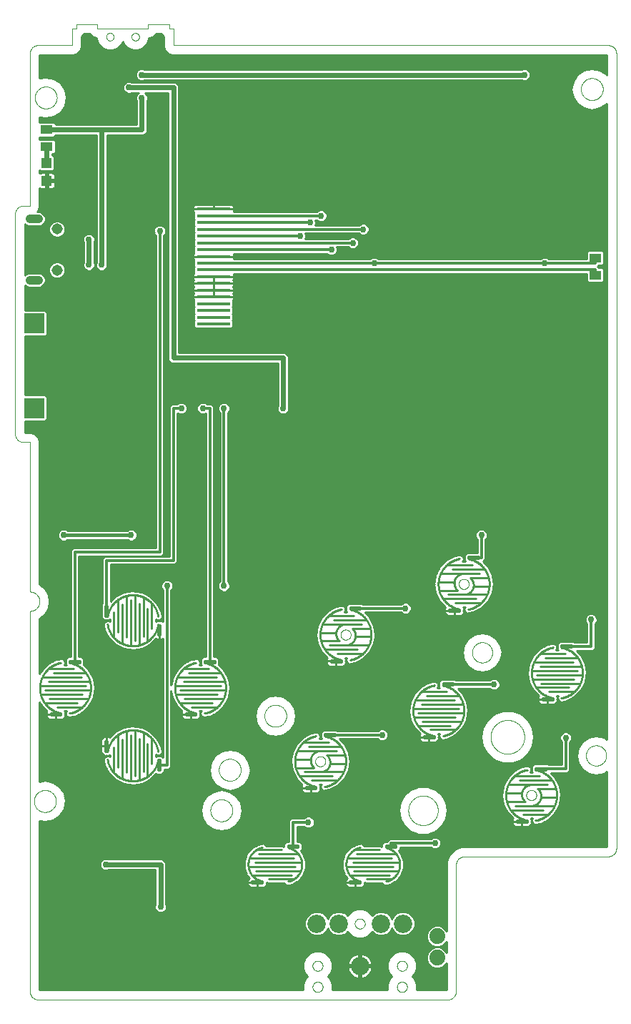
<source format=gtl>
G75*
%MOIN*%
%OFA0B0*%
%FSLAX25Y25*%
%IPPOS*%
%LPD*%
%AMOC8*
5,1,8,0,0,1.08239X$1,22.5*
%
%ADD10C,0.00000*%
%ADD11C,0.00039*%
%ADD12R,0.05512X0.04331*%
%ADD13R,0.15748X0.01575*%
%ADD14C,0.01000*%
%ADD15R,0.04724X0.04724*%
%ADD16R,0.09449X0.09449*%
%ADD17C,0.07400*%
%ADD18C,0.04000*%
%ADD19C,0.05150*%
%ADD20C,0.08600*%
%ADD21C,0.02978*%
%ADD22C,0.01200*%
%ADD23C,0.02400*%
%ADD24C,0.01600*%
D10*
X0029320Y0023079D02*
X0029320Y0200244D01*
X0029453Y0200246D01*
X0029586Y0200252D01*
X0029718Y0200262D01*
X0029851Y0200275D01*
X0029982Y0200293D01*
X0030114Y0200314D01*
X0030244Y0200339D01*
X0030374Y0200368D01*
X0030503Y0200401D01*
X0030630Y0200438D01*
X0030757Y0200478D01*
X0030883Y0200522D01*
X0031007Y0200570D01*
X0031129Y0200621D01*
X0031250Y0200676D01*
X0031370Y0200735D01*
X0031487Y0200796D01*
X0031603Y0200862D01*
X0031717Y0200930D01*
X0031829Y0201002D01*
X0031938Y0201078D01*
X0032046Y0201156D01*
X0032151Y0201238D01*
X0032253Y0201322D01*
X0032353Y0201410D01*
X0032451Y0201500D01*
X0032545Y0201594D01*
X0032637Y0201690D01*
X0032726Y0201789D01*
X0032812Y0201890D01*
X0032895Y0201994D01*
X0032975Y0202100D01*
X0033052Y0202208D01*
X0033126Y0202319D01*
X0033196Y0202432D01*
X0033263Y0202546D01*
X0033327Y0202663D01*
X0033387Y0202782D01*
X0033444Y0202902D01*
X0033497Y0203024D01*
X0033546Y0203147D01*
X0033592Y0203272D01*
X0033635Y0203398D01*
X0033673Y0203525D01*
X0033708Y0203654D01*
X0033739Y0203783D01*
X0033766Y0203913D01*
X0033789Y0204044D01*
X0033809Y0204175D01*
X0033824Y0204308D01*
X0033836Y0204440D01*
X0033844Y0204573D01*
X0033848Y0204706D01*
X0033848Y0204838D01*
X0033844Y0204971D01*
X0033836Y0205104D01*
X0033824Y0205236D01*
X0033809Y0205369D01*
X0033789Y0205500D01*
X0033766Y0205631D01*
X0033739Y0205761D01*
X0033708Y0205890D01*
X0033673Y0206019D01*
X0033635Y0206146D01*
X0033592Y0206272D01*
X0033546Y0206397D01*
X0033497Y0206520D01*
X0033444Y0206642D01*
X0033387Y0206762D01*
X0033327Y0206881D01*
X0033263Y0206998D01*
X0033196Y0207112D01*
X0033126Y0207225D01*
X0033052Y0207336D01*
X0032975Y0207444D01*
X0032895Y0207550D01*
X0032812Y0207654D01*
X0032726Y0207755D01*
X0032637Y0207854D01*
X0032545Y0207950D01*
X0032451Y0208044D01*
X0032353Y0208134D01*
X0032253Y0208222D01*
X0032151Y0208306D01*
X0032046Y0208388D01*
X0031938Y0208466D01*
X0031829Y0208542D01*
X0031717Y0208614D01*
X0031603Y0208682D01*
X0031487Y0208748D01*
X0031370Y0208809D01*
X0031250Y0208868D01*
X0031129Y0208923D01*
X0031007Y0208974D01*
X0030883Y0209022D01*
X0030757Y0209066D01*
X0030630Y0209106D01*
X0030503Y0209143D01*
X0030374Y0209176D01*
X0030244Y0209205D01*
X0030114Y0209230D01*
X0029982Y0209251D01*
X0029851Y0209269D01*
X0029718Y0209282D01*
X0029586Y0209292D01*
X0029453Y0209298D01*
X0029320Y0209300D01*
X0029320Y0209299D02*
X0029320Y0278984D01*
X0026367Y0278984D01*
X0026243Y0278986D01*
X0026120Y0278992D01*
X0025996Y0279001D01*
X0025874Y0279015D01*
X0025751Y0279032D01*
X0025629Y0279054D01*
X0025508Y0279079D01*
X0025388Y0279108D01*
X0025269Y0279140D01*
X0025150Y0279177D01*
X0025033Y0279217D01*
X0024918Y0279260D01*
X0024803Y0279308D01*
X0024691Y0279359D01*
X0024580Y0279413D01*
X0024470Y0279471D01*
X0024363Y0279532D01*
X0024257Y0279597D01*
X0024154Y0279665D01*
X0024053Y0279736D01*
X0023954Y0279810D01*
X0023857Y0279887D01*
X0023763Y0279968D01*
X0023672Y0280051D01*
X0023583Y0280137D01*
X0023497Y0280226D01*
X0023414Y0280317D01*
X0023333Y0280411D01*
X0023256Y0280508D01*
X0023182Y0280607D01*
X0023111Y0280708D01*
X0023043Y0280811D01*
X0022978Y0280917D01*
X0022917Y0281024D01*
X0022859Y0281134D01*
X0022805Y0281245D01*
X0022754Y0281357D01*
X0022706Y0281472D01*
X0022663Y0281587D01*
X0022623Y0281704D01*
X0022586Y0281823D01*
X0022554Y0281942D01*
X0022525Y0282062D01*
X0022500Y0282183D01*
X0022478Y0282305D01*
X0022461Y0282428D01*
X0022447Y0282550D01*
X0022438Y0282674D01*
X0022432Y0282797D01*
X0022430Y0282921D01*
X0022430Y0385283D01*
X0022432Y0385407D01*
X0022438Y0385530D01*
X0022447Y0385654D01*
X0022461Y0385776D01*
X0022478Y0385899D01*
X0022500Y0386021D01*
X0022525Y0386142D01*
X0022554Y0386262D01*
X0022586Y0386381D01*
X0022623Y0386500D01*
X0022663Y0386617D01*
X0022706Y0386732D01*
X0022754Y0386847D01*
X0022805Y0386959D01*
X0022859Y0387070D01*
X0022917Y0387180D01*
X0022978Y0387287D01*
X0023043Y0387393D01*
X0023111Y0387496D01*
X0023182Y0387597D01*
X0023256Y0387696D01*
X0023333Y0387793D01*
X0023414Y0387887D01*
X0023497Y0387978D01*
X0023583Y0388067D01*
X0023672Y0388153D01*
X0023763Y0388236D01*
X0023857Y0388317D01*
X0023954Y0388394D01*
X0024053Y0388468D01*
X0024154Y0388539D01*
X0024257Y0388607D01*
X0024363Y0388672D01*
X0024470Y0388733D01*
X0024580Y0388791D01*
X0024691Y0388845D01*
X0024803Y0388896D01*
X0024918Y0388944D01*
X0025033Y0388987D01*
X0025150Y0389027D01*
X0025269Y0389064D01*
X0025388Y0389096D01*
X0025508Y0389125D01*
X0025629Y0389150D01*
X0025751Y0389172D01*
X0025874Y0389189D01*
X0025996Y0389203D01*
X0026120Y0389212D01*
X0026243Y0389218D01*
X0026367Y0389220D01*
X0029320Y0389220D01*
X0029320Y0460087D01*
X0029322Y0460211D01*
X0029328Y0460334D01*
X0029337Y0460458D01*
X0029351Y0460580D01*
X0029368Y0460703D01*
X0029390Y0460825D01*
X0029415Y0460946D01*
X0029444Y0461066D01*
X0029476Y0461185D01*
X0029513Y0461304D01*
X0029553Y0461421D01*
X0029596Y0461536D01*
X0029644Y0461651D01*
X0029695Y0461763D01*
X0029749Y0461874D01*
X0029807Y0461984D01*
X0029868Y0462091D01*
X0029933Y0462197D01*
X0030001Y0462300D01*
X0030072Y0462401D01*
X0030146Y0462500D01*
X0030223Y0462597D01*
X0030304Y0462691D01*
X0030387Y0462782D01*
X0030473Y0462871D01*
X0030562Y0462957D01*
X0030653Y0463040D01*
X0030747Y0463121D01*
X0030844Y0463198D01*
X0030943Y0463272D01*
X0031044Y0463343D01*
X0031147Y0463411D01*
X0031253Y0463476D01*
X0031360Y0463537D01*
X0031470Y0463595D01*
X0031581Y0463649D01*
X0031693Y0463700D01*
X0031808Y0463748D01*
X0031923Y0463791D01*
X0032040Y0463831D01*
X0032159Y0463868D01*
X0032278Y0463900D01*
X0032398Y0463929D01*
X0032519Y0463954D01*
X0032641Y0463976D01*
X0032764Y0463993D01*
X0032886Y0464007D01*
X0033010Y0464016D01*
X0033133Y0464022D01*
X0033257Y0464024D01*
X0049005Y0464024D01*
X0049005Y0471898D01*
X0050974Y0471898D01*
X0050974Y0473866D01*
X0060816Y0473866D01*
X0060816Y0471898D01*
X0084438Y0471898D01*
X0084438Y0473866D01*
X0094281Y0473866D01*
X0094281Y0471898D01*
X0096249Y0471898D01*
X0096249Y0464024D01*
X0299005Y0464024D01*
X0299129Y0464022D01*
X0299252Y0464016D01*
X0299376Y0464007D01*
X0299498Y0463993D01*
X0299621Y0463976D01*
X0299743Y0463954D01*
X0299864Y0463929D01*
X0299984Y0463900D01*
X0300103Y0463868D01*
X0300222Y0463831D01*
X0300339Y0463791D01*
X0300454Y0463748D01*
X0300569Y0463700D01*
X0300681Y0463649D01*
X0300792Y0463595D01*
X0300902Y0463537D01*
X0301009Y0463476D01*
X0301115Y0463411D01*
X0301218Y0463343D01*
X0301319Y0463272D01*
X0301418Y0463198D01*
X0301515Y0463121D01*
X0301609Y0463040D01*
X0301700Y0462957D01*
X0301789Y0462871D01*
X0301875Y0462782D01*
X0301958Y0462691D01*
X0302039Y0462597D01*
X0302116Y0462500D01*
X0302190Y0462401D01*
X0302261Y0462300D01*
X0302329Y0462197D01*
X0302394Y0462091D01*
X0302455Y0461984D01*
X0302513Y0461874D01*
X0302567Y0461763D01*
X0302618Y0461651D01*
X0302666Y0461536D01*
X0302709Y0461421D01*
X0302749Y0461304D01*
X0302786Y0461185D01*
X0302818Y0461066D01*
X0302847Y0460946D01*
X0302872Y0460825D01*
X0302894Y0460703D01*
X0302911Y0460580D01*
X0302925Y0460458D01*
X0302934Y0460334D01*
X0302940Y0460211D01*
X0302942Y0460087D01*
X0302942Y0089811D01*
X0302940Y0089687D01*
X0302934Y0089564D01*
X0302925Y0089440D01*
X0302911Y0089318D01*
X0302894Y0089195D01*
X0302872Y0089073D01*
X0302847Y0088952D01*
X0302818Y0088832D01*
X0302786Y0088713D01*
X0302749Y0088594D01*
X0302709Y0088477D01*
X0302666Y0088362D01*
X0302618Y0088247D01*
X0302567Y0088135D01*
X0302513Y0088024D01*
X0302455Y0087914D01*
X0302394Y0087807D01*
X0302329Y0087701D01*
X0302261Y0087598D01*
X0302190Y0087497D01*
X0302116Y0087398D01*
X0302039Y0087301D01*
X0301958Y0087207D01*
X0301875Y0087116D01*
X0301789Y0087027D01*
X0301700Y0086941D01*
X0301609Y0086858D01*
X0301515Y0086777D01*
X0301418Y0086700D01*
X0301319Y0086626D01*
X0301218Y0086555D01*
X0301115Y0086487D01*
X0301009Y0086422D01*
X0300902Y0086361D01*
X0300792Y0086303D01*
X0300681Y0086249D01*
X0300569Y0086198D01*
X0300454Y0086150D01*
X0300339Y0086107D01*
X0300222Y0086067D01*
X0300103Y0086030D01*
X0299984Y0085998D01*
X0299864Y0085969D01*
X0299743Y0085944D01*
X0299621Y0085922D01*
X0299498Y0085905D01*
X0299376Y0085891D01*
X0299252Y0085882D01*
X0299129Y0085876D01*
X0299005Y0085874D01*
X0232076Y0085874D01*
X0231952Y0085872D01*
X0231829Y0085866D01*
X0231705Y0085857D01*
X0231583Y0085843D01*
X0231460Y0085826D01*
X0231338Y0085804D01*
X0231217Y0085779D01*
X0231097Y0085750D01*
X0230978Y0085718D01*
X0230859Y0085681D01*
X0230742Y0085641D01*
X0230627Y0085598D01*
X0230512Y0085550D01*
X0230400Y0085499D01*
X0230289Y0085445D01*
X0230179Y0085387D01*
X0230072Y0085326D01*
X0229966Y0085261D01*
X0229863Y0085193D01*
X0229762Y0085122D01*
X0229663Y0085048D01*
X0229566Y0084971D01*
X0229472Y0084890D01*
X0229381Y0084807D01*
X0229292Y0084721D01*
X0229206Y0084632D01*
X0229123Y0084541D01*
X0229042Y0084447D01*
X0228965Y0084350D01*
X0228891Y0084251D01*
X0228820Y0084150D01*
X0228752Y0084047D01*
X0228687Y0083941D01*
X0228626Y0083834D01*
X0228568Y0083724D01*
X0228514Y0083613D01*
X0228463Y0083501D01*
X0228415Y0083386D01*
X0228372Y0083271D01*
X0228332Y0083154D01*
X0228295Y0083035D01*
X0228263Y0082916D01*
X0228234Y0082796D01*
X0228209Y0082675D01*
X0228187Y0082553D01*
X0228170Y0082430D01*
X0228156Y0082308D01*
X0228147Y0082184D01*
X0228141Y0082061D01*
X0228139Y0081937D01*
X0228139Y0023079D01*
X0228137Y0022955D01*
X0228131Y0022832D01*
X0228122Y0022708D01*
X0228108Y0022586D01*
X0228091Y0022463D01*
X0228069Y0022341D01*
X0228044Y0022220D01*
X0228015Y0022100D01*
X0227983Y0021981D01*
X0227946Y0021862D01*
X0227906Y0021745D01*
X0227863Y0021630D01*
X0227815Y0021515D01*
X0227764Y0021403D01*
X0227710Y0021292D01*
X0227652Y0021182D01*
X0227591Y0021075D01*
X0227526Y0020969D01*
X0227458Y0020866D01*
X0227387Y0020765D01*
X0227313Y0020666D01*
X0227236Y0020569D01*
X0227155Y0020475D01*
X0227072Y0020384D01*
X0226986Y0020295D01*
X0226897Y0020209D01*
X0226806Y0020126D01*
X0226712Y0020045D01*
X0226615Y0019968D01*
X0226516Y0019894D01*
X0226415Y0019823D01*
X0226312Y0019755D01*
X0226206Y0019690D01*
X0226099Y0019629D01*
X0225989Y0019571D01*
X0225878Y0019517D01*
X0225766Y0019466D01*
X0225651Y0019418D01*
X0225536Y0019375D01*
X0225419Y0019335D01*
X0225300Y0019298D01*
X0225181Y0019266D01*
X0225061Y0019237D01*
X0224940Y0019212D01*
X0224818Y0019190D01*
X0224695Y0019173D01*
X0224573Y0019159D01*
X0224449Y0019150D01*
X0224326Y0019144D01*
X0224202Y0019142D01*
X0033257Y0019142D01*
X0033133Y0019144D01*
X0033010Y0019150D01*
X0032886Y0019159D01*
X0032764Y0019173D01*
X0032641Y0019190D01*
X0032519Y0019212D01*
X0032398Y0019237D01*
X0032278Y0019266D01*
X0032159Y0019298D01*
X0032040Y0019335D01*
X0031923Y0019375D01*
X0031808Y0019418D01*
X0031693Y0019466D01*
X0031581Y0019517D01*
X0031470Y0019571D01*
X0031360Y0019629D01*
X0031253Y0019690D01*
X0031147Y0019755D01*
X0031044Y0019823D01*
X0030943Y0019894D01*
X0030844Y0019968D01*
X0030747Y0020045D01*
X0030653Y0020126D01*
X0030562Y0020209D01*
X0030473Y0020295D01*
X0030387Y0020384D01*
X0030304Y0020475D01*
X0030223Y0020569D01*
X0030146Y0020666D01*
X0030072Y0020765D01*
X0030001Y0020866D01*
X0029933Y0020969D01*
X0029868Y0021075D01*
X0029807Y0021182D01*
X0029749Y0021292D01*
X0029695Y0021403D01*
X0029644Y0021515D01*
X0029596Y0021630D01*
X0029553Y0021745D01*
X0029513Y0021862D01*
X0029476Y0021981D01*
X0029444Y0022100D01*
X0029415Y0022220D01*
X0029390Y0022341D01*
X0029368Y0022463D01*
X0029351Y0022586D01*
X0029337Y0022708D01*
X0029328Y0022832D01*
X0029322Y0022955D01*
X0029320Y0023079D01*
X0161210Y0025047D02*
X0161212Y0025144D01*
X0161218Y0025241D01*
X0161228Y0025337D01*
X0161242Y0025433D01*
X0161260Y0025529D01*
X0161281Y0025623D01*
X0161307Y0025717D01*
X0161336Y0025809D01*
X0161370Y0025900D01*
X0161406Y0025990D01*
X0161447Y0026078D01*
X0161491Y0026164D01*
X0161539Y0026249D01*
X0161590Y0026331D01*
X0161644Y0026412D01*
X0161702Y0026490D01*
X0161763Y0026565D01*
X0161826Y0026638D01*
X0161893Y0026709D01*
X0161963Y0026776D01*
X0162035Y0026841D01*
X0162110Y0026902D01*
X0162188Y0026961D01*
X0162267Y0027016D01*
X0162349Y0027068D01*
X0162433Y0027116D01*
X0162519Y0027161D01*
X0162607Y0027203D01*
X0162696Y0027241D01*
X0162787Y0027275D01*
X0162879Y0027305D01*
X0162972Y0027332D01*
X0163067Y0027354D01*
X0163162Y0027373D01*
X0163258Y0027388D01*
X0163354Y0027399D01*
X0163451Y0027406D01*
X0163548Y0027409D01*
X0163645Y0027408D01*
X0163742Y0027403D01*
X0163838Y0027394D01*
X0163934Y0027381D01*
X0164030Y0027364D01*
X0164125Y0027343D01*
X0164218Y0027319D01*
X0164311Y0027290D01*
X0164403Y0027258D01*
X0164493Y0027222D01*
X0164581Y0027183D01*
X0164668Y0027139D01*
X0164753Y0027093D01*
X0164836Y0027042D01*
X0164917Y0026989D01*
X0164995Y0026932D01*
X0165072Y0026872D01*
X0165145Y0026809D01*
X0165216Y0026743D01*
X0165284Y0026674D01*
X0165350Y0026602D01*
X0165412Y0026528D01*
X0165471Y0026451D01*
X0165527Y0026372D01*
X0165580Y0026290D01*
X0165630Y0026207D01*
X0165675Y0026121D01*
X0165718Y0026034D01*
X0165757Y0025945D01*
X0165792Y0025855D01*
X0165823Y0025763D01*
X0165850Y0025670D01*
X0165874Y0025576D01*
X0165894Y0025481D01*
X0165910Y0025385D01*
X0165922Y0025289D01*
X0165930Y0025192D01*
X0165934Y0025095D01*
X0165934Y0024999D01*
X0165930Y0024902D01*
X0165922Y0024805D01*
X0165910Y0024709D01*
X0165894Y0024613D01*
X0165874Y0024518D01*
X0165850Y0024424D01*
X0165823Y0024331D01*
X0165792Y0024239D01*
X0165757Y0024149D01*
X0165718Y0024060D01*
X0165675Y0023973D01*
X0165630Y0023887D01*
X0165580Y0023804D01*
X0165527Y0023722D01*
X0165471Y0023643D01*
X0165412Y0023566D01*
X0165350Y0023492D01*
X0165284Y0023420D01*
X0165216Y0023351D01*
X0165145Y0023285D01*
X0165072Y0023222D01*
X0164995Y0023162D01*
X0164917Y0023105D01*
X0164836Y0023052D01*
X0164753Y0023001D01*
X0164668Y0022955D01*
X0164581Y0022911D01*
X0164493Y0022872D01*
X0164403Y0022836D01*
X0164311Y0022804D01*
X0164218Y0022775D01*
X0164125Y0022751D01*
X0164030Y0022730D01*
X0163934Y0022713D01*
X0163838Y0022700D01*
X0163742Y0022691D01*
X0163645Y0022686D01*
X0163548Y0022685D01*
X0163451Y0022688D01*
X0163354Y0022695D01*
X0163258Y0022706D01*
X0163162Y0022721D01*
X0163067Y0022740D01*
X0162972Y0022762D01*
X0162879Y0022789D01*
X0162787Y0022819D01*
X0162696Y0022853D01*
X0162607Y0022891D01*
X0162519Y0022933D01*
X0162433Y0022978D01*
X0162349Y0023026D01*
X0162267Y0023078D01*
X0162188Y0023133D01*
X0162110Y0023192D01*
X0162035Y0023253D01*
X0161963Y0023318D01*
X0161893Y0023385D01*
X0161826Y0023456D01*
X0161763Y0023529D01*
X0161702Y0023604D01*
X0161644Y0023682D01*
X0161590Y0023763D01*
X0161539Y0023845D01*
X0161491Y0023930D01*
X0161447Y0024016D01*
X0161406Y0024104D01*
X0161370Y0024194D01*
X0161336Y0024285D01*
X0161307Y0024377D01*
X0161281Y0024471D01*
X0161260Y0024565D01*
X0161242Y0024661D01*
X0161228Y0024757D01*
X0161218Y0024853D01*
X0161212Y0024950D01*
X0161210Y0025047D01*
X0161210Y0034890D02*
X0161212Y0034987D01*
X0161218Y0035084D01*
X0161228Y0035180D01*
X0161242Y0035276D01*
X0161260Y0035372D01*
X0161281Y0035466D01*
X0161307Y0035560D01*
X0161336Y0035652D01*
X0161370Y0035743D01*
X0161406Y0035833D01*
X0161447Y0035921D01*
X0161491Y0036007D01*
X0161539Y0036092D01*
X0161590Y0036174D01*
X0161644Y0036255D01*
X0161702Y0036333D01*
X0161763Y0036408D01*
X0161826Y0036481D01*
X0161893Y0036552D01*
X0161963Y0036619D01*
X0162035Y0036684D01*
X0162110Y0036745D01*
X0162188Y0036804D01*
X0162267Y0036859D01*
X0162349Y0036911D01*
X0162433Y0036959D01*
X0162519Y0037004D01*
X0162607Y0037046D01*
X0162696Y0037084D01*
X0162787Y0037118D01*
X0162879Y0037148D01*
X0162972Y0037175D01*
X0163067Y0037197D01*
X0163162Y0037216D01*
X0163258Y0037231D01*
X0163354Y0037242D01*
X0163451Y0037249D01*
X0163548Y0037252D01*
X0163645Y0037251D01*
X0163742Y0037246D01*
X0163838Y0037237D01*
X0163934Y0037224D01*
X0164030Y0037207D01*
X0164125Y0037186D01*
X0164218Y0037162D01*
X0164311Y0037133D01*
X0164403Y0037101D01*
X0164493Y0037065D01*
X0164581Y0037026D01*
X0164668Y0036982D01*
X0164753Y0036936D01*
X0164836Y0036885D01*
X0164917Y0036832D01*
X0164995Y0036775D01*
X0165072Y0036715D01*
X0165145Y0036652D01*
X0165216Y0036586D01*
X0165284Y0036517D01*
X0165350Y0036445D01*
X0165412Y0036371D01*
X0165471Y0036294D01*
X0165527Y0036215D01*
X0165580Y0036133D01*
X0165630Y0036050D01*
X0165675Y0035964D01*
X0165718Y0035877D01*
X0165757Y0035788D01*
X0165792Y0035698D01*
X0165823Y0035606D01*
X0165850Y0035513D01*
X0165874Y0035419D01*
X0165894Y0035324D01*
X0165910Y0035228D01*
X0165922Y0035132D01*
X0165930Y0035035D01*
X0165934Y0034938D01*
X0165934Y0034842D01*
X0165930Y0034745D01*
X0165922Y0034648D01*
X0165910Y0034552D01*
X0165894Y0034456D01*
X0165874Y0034361D01*
X0165850Y0034267D01*
X0165823Y0034174D01*
X0165792Y0034082D01*
X0165757Y0033992D01*
X0165718Y0033903D01*
X0165675Y0033816D01*
X0165630Y0033730D01*
X0165580Y0033647D01*
X0165527Y0033565D01*
X0165471Y0033486D01*
X0165412Y0033409D01*
X0165350Y0033335D01*
X0165284Y0033263D01*
X0165216Y0033194D01*
X0165145Y0033128D01*
X0165072Y0033065D01*
X0164995Y0033005D01*
X0164917Y0032948D01*
X0164836Y0032895D01*
X0164753Y0032844D01*
X0164668Y0032798D01*
X0164581Y0032754D01*
X0164493Y0032715D01*
X0164403Y0032679D01*
X0164311Y0032647D01*
X0164218Y0032618D01*
X0164125Y0032594D01*
X0164030Y0032573D01*
X0163934Y0032556D01*
X0163838Y0032543D01*
X0163742Y0032534D01*
X0163645Y0032529D01*
X0163548Y0032528D01*
X0163451Y0032531D01*
X0163354Y0032538D01*
X0163258Y0032549D01*
X0163162Y0032564D01*
X0163067Y0032583D01*
X0162972Y0032605D01*
X0162879Y0032632D01*
X0162787Y0032662D01*
X0162696Y0032696D01*
X0162607Y0032734D01*
X0162519Y0032776D01*
X0162433Y0032821D01*
X0162349Y0032869D01*
X0162267Y0032921D01*
X0162188Y0032976D01*
X0162110Y0033035D01*
X0162035Y0033096D01*
X0161963Y0033161D01*
X0161893Y0033228D01*
X0161826Y0033299D01*
X0161763Y0033372D01*
X0161702Y0033447D01*
X0161644Y0033525D01*
X0161590Y0033606D01*
X0161539Y0033688D01*
X0161491Y0033773D01*
X0161447Y0033859D01*
X0161406Y0033947D01*
X0161370Y0034037D01*
X0161336Y0034128D01*
X0161307Y0034220D01*
X0161281Y0034314D01*
X0161260Y0034408D01*
X0161242Y0034504D01*
X0161228Y0034600D01*
X0161218Y0034696D01*
X0161212Y0034793D01*
X0161210Y0034890D01*
X0180895Y0054575D02*
X0180897Y0054672D01*
X0180903Y0054769D01*
X0180913Y0054865D01*
X0180927Y0054961D01*
X0180945Y0055057D01*
X0180966Y0055151D01*
X0180992Y0055245D01*
X0181021Y0055337D01*
X0181055Y0055428D01*
X0181091Y0055518D01*
X0181132Y0055606D01*
X0181176Y0055692D01*
X0181224Y0055777D01*
X0181275Y0055859D01*
X0181329Y0055940D01*
X0181387Y0056018D01*
X0181448Y0056093D01*
X0181511Y0056166D01*
X0181578Y0056237D01*
X0181648Y0056304D01*
X0181720Y0056369D01*
X0181795Y0056430D01*
X0181873Y0056489D01*
X0181952Y0056544D01*
X0182034Y0056596D01*
X0182118Y0056644D01*
X0182204Y0056689D01*
X0182292Y0056731D01*
X0182381Y0056769D01*
X0182472Y0056803D01*
X0182564Y0056833D01*
X0182657Y0056860D01*
X0182752Y0056882D01*
X0182847Y0056901D01*
X0182943Y0056916D01*
X0183039Y0056927D01*
X0183136Y0056934D01*
X0183233Y0056937D01*
X0183330Y0056936D01*
X0183427Y0056931D01*
X0183523Y0056922D01*
X0183619Y0056909D01*
X0183715Y0056892D01*
X0183810Y0056871D01*
X0183903Y0056847D01*
X0183996Y0056818D01*
X0184088Y0056786D01*
X0184178Y0056750D01*
X0184266Y0056711D01*
X0184353Y0056667D01*
X0184438Y0056621D01*
X0184521Y0056570D01*
X0184602Y0056517D01*
X0184680Y0056460D01*
X0184757Y0056400D01*
X0184830Y0056337D01*
X0184901Y0056271D01*
X0184969Y0056202D01*
X0185035Y0056130D01*
X0185097Y0056056D01*
X0185156Y0055979D01*
X0185212Y0055900D01*
X0185265Y0055818D01*
X0185315Y0055735D01*
X0185360Y0055649D01*
X0185403Y0055562D01*
X0185442Y0055473D01*
X0185477Y0055383D01*
X0185508Y0055291D01*
X0185535Y0055198D01*
X0185559Y0055104D01*
X0185579Y0055009D01*
X0185595Y0054913D01*
X0185607Y0054817D01*
X0185615Y0054720D01*
X0185619Y0054623D01*
X0185619Y0054527D01*
X0185615Y0054430D01*
X0185607Y0054333D01*
X0185595Y0054237D01*
X0185579Y0054141D01*
X0185559Y0054046D01*
X0185535Y0053952D01*
X0185508Y0053859D01*
X0185477Y0053767D01*
X0185442Y0053677D01*
X0185403Y0053588D01*
X0185360Y0053501D01*
X0185315Y0053415D01*
X0185265Y0053332D01*
X0185212Y0053250D01*
X0185156Y0053171D01*
X0185097Y0053094D01*
X0185035Y0053020D01*
X0184969Y0052948D01*
X0184901Y0052879D01*
X0184830Y0052813D01*
X0184757Y0052750D01*
X0184680Y0052690D01*
X0184602Y0052633D01*
X0184521Y0052580D01*
X0184438Y0052529D01*
X0184353Y0052483D01*
X0184266Y0052439D01*
X0184178Y0052400D01*
X0184088Y0052364D01*
X0183996Y0052332D01*
X0183903Y0052303D01*
X0183810Y0052279D01*
X0183715Y0052258D01*
X0183619Y0052241D01*
X0183523Y0052228D01*
X0183427Y0052219D01*
X0183330Y0052214D01*
X0183233Y0052213D01*
X0183136Y0052216D01*
X0183039Y0052223D01*
X0182943Y0052234D01*
X0182847Y0052249D01*
X0182752Y0052268D01*
X0182657Y0052290D01*
X0182564Y0052317D01*
X0182472Y0052347D01*
X0182381Y0052381D01*
X0182292Y0052419D01*
X0182204Y0052461D01*
X0182118Y0052506D01*
X0182034Y0052554D01*
X0181952Y0052606D01*
X0181873Y0052661D01*
X0181795Y0052720D01*
X0181720Y0052781D01*
X0181648Y0052846D01*
X0181578Y0052913D01*
X0181511Y0052984D01*
X0181448Y0053057D01*
X0181387Y0053132D01*
X0181329Y0053210D01*
X0181275Y0053291D01*
X0181224Y0053373D01*
X0181176Y0053458D01*
X0181132Y0053544D01*
X0181091Y0053632D01*
X0181055Y0053722D01*
X0181021Y0053813D01*
X0180992Y0053905D01*
X0180966Y0053999D01*
X0180945Y0054093D01*
X0180927Y0054189D01*
X0180913Y0054285D01*
X0180903Y0054381D01*
X0180897Y0054478D01*
X0180895Y0054575D01*
X0200580Y0034890D02*
X0200582Y0034987D01*
X0200588Y0035084D01*
X0200598Y0035180D01*
X0200612Y0035276D01*
X0200630Y0035372D01*
X0200651Y0035466D01*
X0200677Y0035560D01*
X0200706Y0035652D01*
X0200740Y0035743D01*
X0200776Y0035833D01*
X0200817Y0035921D01*
X0200861Y0036007D01*
X0200909Y0036092D01*
X0200960Y0036174D01*
X0201014Y0036255D01*
X0201072Y0036333D01*
X0201133Y0036408D01*
X0201196Y0036481D01*
X0201263Y0036552D01*
X0201333Y0036619D01*
X0201405Y0036684D01*
X0201480Y0036745D01*
X0201558Y0036804D01*
X0201637Y0036859D01*
X0201719Y0036911D01*
X0201803Y0036959D01*
X0201889Y0037004D01*
X0201977Y0037046D01*
X0202066Y0037084D01*
X0202157Y0037118D01*
X0202249Y0037148D01*
X0202342Y0037175D01*
X0202437Y0037197D01*
X0202532Y0037216D01*
X0202628Y0037231D01*
X0202724Y0037242D01*
X0202821Y0037249D01*
X0202918Y0037252D01*
X0203015Y0037251D01*
X0203112Y0037246D01*
X0203208Y0037237D01*
X0203304Y0037224D01*
X0203400Y0037207D01*
X0203495Y0037186D01*
X0203588Y0037162D01*
X0203681Y0037133D01*
X0203773Y0037101D01*
X0203863Y0037065D01*
X0203951Y0037026D01*
X0204038Y0036982D01*
X0204123Y0036936D01*
X0204206Y0036885D01*
X0204287Y0036832D01*
X0204365Y0036775D01*
X0204442Y0036715D01*
X0204515Y0036652D01*
X0204586Y0036586D01*
X0204654Y0036517D01*
X0204720Y0036445D01*
X0204782Y0036371D01*
X0204841Y0036294D01*
X0204897Y0036215D01*
X0204950Y0036133D01*
X0205000Y0036050D01*
X0205045Y0035964D01*
X0205088Y0035877D01*
X0205127Y0035788D01*
X0205162Y0035698D01*
X0205193Y0035606D01*
X0205220Y0035513D01*
X0205244Y0035419D01*
X0205264Y0035324D01*
X0205280Y0035228D01*
X0205292Y0035132D01*
X0205300Y0035035D01*
X0205304Y0034938D01*
X0205304Y0034842D01*
X0205300Y0034745D01*
X0205292Y0034648D01*
X0205280Y0034552D01*
X0205264Y0034456D01*
X0205244Y0034361D01*
X0205220Y0034267D01*
X0205193Y0034174D01*
X0205162Y0034082D01*
X0205127Y0033992D01*
X0205088Y0033903D01*
X0205045Y0033816D01*
X0205000Y0033730D01*
X0204950Y0033647D01*
X0204897Y0033565D01*
X0204841Y0033486D01*
X0204782Y0033409D01*
X0204720Y0033335D01*
X0204654Y0033263D01*
X0204586Y0033194D01*
X0204515Y0033128D01*
X0204442Y0033065D01*
X0204365Y0033005D01*
X0204287Y0032948D01*
X0204206Y0032895D01*
X0204123Y0032844D01*
X0204038Y0032798D01*
X0203951Y0032754D01*
X0203863Y0032715D01*
X0203773Y0032679D01*
X0203681Y0032647D01*
X0203588Y0032618D01*
X0203495Y0032594D01*
X0203400Y0032573D01*
X0203304Y0032556D01*
X0203208Y0032543D01*
X0203112Y0032534D01*
X0203015Y0032529D01*
X0202918Y0032528D01*
X0202821Y0032531D01*
X0202724Y0032538D01*
X0202628Y0032549D01*
X0202532Y0032564D01*
X0202437Y0032583D01*
X0202342Y0032605D01*
X0202249Y0032632D01*
X0202157Y0032662D01*
X0202066Y0032696D01*
X0201977Y0032734D01*
X0201889Y0032776D01*
X0201803Y0032821D01*
X0201719Y0032869D01*
X0201637Y0032921D01*
X0201558Y0032976D01*
X0201480Y0033035D01*
X0201405Y0033096D01*
X0201333Y0033161D01*
X0201263Y0033228D01*
X0201196Y0033299D01*
X0201133Y0033372D01*
X0201072Y0033447D01*
X0201014Y0033525D01*
X0200960Y0033606D01*
X0200909Y0033688D01*
X0200861Y0033773D01*
X0200817Y0033859D01*
X0200776Y0033947D01*
X0200740Y0034037D01*
X0200706Y0034128D01*
X0200677Y0034220D01*
X0200651Y0034314D01*
X0200630Y0034408D01*
X0200612Y0034504D01*
X0200598Y0034600D01*
X0200588Y0034696D01*
X0200582Y0034793D01*
X0200580Y0034890D01*
X0200580Y0025047D02*
X0200582Y0025144D01*
X0200588Y0025241D01*
X0200598Y0025337D01*
X0200612Y0025433D01*
X0200630Y0025529D01*
X0200651Y0025623D01*
X0200677Y0025717D01*
X0200706Y0025809D01*
X0200740Y0025900D01*
X0200776Y0025990D01*
X0200817Y0026078D01*
X0200861Y0026164D01*
X0200909Y0026249D01*
X0200960Y0026331D01*
X0201014Y0026412D01*
X0201072Y0026490D01*
X0201133Y0026565D01*
X0201196Y0026638D01*
X0201263Y0026709D01*
X0201333Y0026776D01*
X0201405Y0026841D01*
X0201480Y0026902D01*
X0201558Y0026961D01*
X0201637Y0027016D01*
X0201719Y0027068D01*
X0201803Y0027116D01*
X0201889Y0027161D01*
X0201977Y0027203D01*
X0202066Y0027241D01*
X0202157Y0027275D01*
X0202249Y0027305D01*
X0202342Y0027332D01*
X0202437Y0027354D01*
X0202532Y0027373D01*
X0202628Y0027388D01*
X0202724Y0027399D01*
X0202821Y0027406D01*
X0202918Y0027409D01*
X0203015Y0027408D01*
X0203112Y0027403D01*
X0203208Y0027394D01*
X0203304Y0027381D01*
X0203400Y0027364D01*
X0203495Y0027343D01*
X0203588Y0027319D01*
X0203681Y0027290D01*
X0203773Y0027258D01*
X0203863Y0027222D01*
X0203951Y0027183D01*
X0204038Y0027139D01*
X0204123Y0027093D01*
X0204206Y0027042D01*
X0204287Y0026989D01*
X0204365Y0026932D01*
X0204442Y0026872D01*
X0204515Y0026809D01*
X0204586Y0026743D01*
X0204654Y0026674D01*
X0204720Y0026602D01*
X0204782Y0026528D01*
X0204841Y0026451D01*
X0204897Y0026372D01*
X0204950Y0026290D01*
X0205000Y0026207D01*
X0205045Y0026121D01*
X0205088Y0026034D01*
X0205127Y0025945D01*
X0205162Y0025855D01*
X0205193Y0025763D01*
X0205220Y0025670D01*
X0205244Y0025576D01*
X0205264Y0025481D01*
X0205280Y0025385D01*
X0205292Y0025289D01*
X0205300Y0025192D01*
X0205304Y0025095D01*
X0205304Y0024999D01*
X0205300Y0024902D01*
X0205292Y0024805D01*
X0205280Y0024709D01*
X0205264Y0024613D01*
X0205244Y0024518D01*
X0205220Y0024424D01*
X0205193Y0024331D01*
X0205162Y0024239D01*
X0205127Y0024149D01*
X0205088Y0024060D01*
X0205045Y0023973D01*
X0205000Y0023887D01*
X0204950Y0023804D01*
X0204897Y0023722D01*
X0204841Y0023643D01*
X0204782Y0023566D01*
X0204720Y0023492D01*
X0204654Y0023420D01*
X0204586Y0023351D01*
X0204515Y0023285D01*
X0204442Y0023222D01*
X0204365Y0023162D01*
X0204287Y0023105D01*
X0204206Y0023052D01*
X0204123Y0023001D01*
X0204038Y0022955D01*
X0203951Y0022911D01*
X0203863Y0022872D01*
X0203773Y0022836D01*
X0203681Y0022804D01*
X0203588Y0022775D01*
X0203495Y0022751D01*
X0203400Y0022730D01*
X0203304Y0022713D01*
X0203208Y0022700D01*
X0203112Y0022691D01*
X0203015Y0022686D01*
X0202918Y0022685D01*
X0202821Y0022688D01*
X0202724Y0022695D01*
X0202628Y0022706D01*
X0202532Y0022721D01*
X0202437Y0022740D01*
X0202342Y0022762D01*
X0202249Y0022789D01*
X0202157Y0022819D01*
X0202066Y0022853D01*
X0201977Y0022891D01*
X0201889Y0022933D01*
X0201803Y0022978D01*
X0201719Y0023026D01*
X0201637Y0023078D01*
X0201558Y0023133D01*
X0201480Y0023192D01*
X0201405Y0023253D01*
X0201333Y0023318D01*
X0201263Y0023385D01*
X0201196Y0023456D01*
X0201133Y0023529D01*
X0201072Y0023604D01*
X0201014Y0023682D01*
X0200960Y0023763D01*
X0200909Y0023845D01*
X0200861Y0023930D01*
X0200817Y0024016D01*
X0200776Y0024104D01*
X0200740Y0024194D01*
X0200706Y0024285D01*
X0200677Y0024377D01*
X0200651Y0024471D01*
X0200630Y0024565D01*
X0200612Y0024661D01*
X0200598Y0024757D01*
X0200588Y0024853D01*
X0200582Y0024950D01*
X0200580Y0025047D01*
X0260895Y0114457D02*
X0260897Y0114554D01*
X0260903Y0114651D01*
X0260913Y0114747D01*
X0260927Y0114843D01*
X0260945Y0114939D01*
X0260966Y0115033D01*
X0260992Y0115127D01*
X0261021Y0115219D01*
X0261055Y0115310D01*
X0261091Y0115400D01*
X0261132Y0115488D01*
X0261176Y0115574D01*
X0261224Y0115659D01*
X0261275Y0115741D01*
X0261329Y0115822D01*
X0261387Y0115900D01*
X0261448Y0115975D01*
X0261511Y0116048D01*
X0261578Y0116119D01*
X0261648Y0116186D01*
X0261720Y0116251D01*
X0261795Y0116312D01*
X0261873Y0116371D01*
X0261952Y0116426D01*
X0262034Y0116478D01*
X0262118Y0116526D01*
X0262204Y0116571D01*
X0262292Y0116613D01*
X0262381Y0116651D01*
X0262472Y0116685D01*
X0262564Y0116715D01*
X0262657Y0116742D01*
X0262752Y0116764D01*
X0262847Y0116783D01*
X0262943Y0116798D01*
X0263039Y0116809D01*
X0263136Y0116816D01*
X0263233Y0116819D01*
X0263330Y0116818D01*
X0263427Y0116813D01*
X0263523Y0116804D01*
X0263619Y0116791D01*
X0263715Y0116774D01*
X0263810Y0116753D01*
X0263903Y0116729D01*
X0263996Y0116700D01*
X0264088Y0116668D01*
X0264178Y0116632D01*
X0264266Y0116593D01*
X0264353Y0116549D01*
X0264438Y0116503D01*
X0264521Y0116452D01*
X0264602Y0116399D01*
X0264680Y0116342D01*
X0264757Y0116282D01*
X0264830Y0116219D01*
X0264901Y0116153D01*
X0264969Y0116084D01*
X0265035Y0116012D01*
X0265097Y0115938D01*
X0265156Y0115861D01*
X0265212Y0115782D01*
X0265265Y0115700D01*
X0265315Y0115617D01*
X0265360Y0115531D01*
X0265403Y0115444D01*
X0265442Y0115355D01*
X0265477Y0115265D01*
X0265508Y0115173D01*
X0265535Y0115080D01*
X0265559Y0114986D01*
X0265579Y0114891D01*
X0265595Y0114795D01*
X0265607Y0114699D01*
X0265615Y0114602D01*
X0265619Y0114505D01*
X0265619Y0114409D01*
X0265615Y0114312D01*
X0265607Y0114215D01*
X0265595Y0114119D01*
X0265579Y0114023D01*
X0265559Y0113928D01*
X0265535Y0113834D01*
X0265508Y0113741D01*
X0265477Y0113649D01*
X0265442Y0113559D01*
X0265403Y0113470D01*
X0265360Y0113383D01*
X0265315Y0113297D01*
X0265265Y0113214D01*
X0265212Y0113132D01*
X0265156Y0113053D01*
X0265097Y0112976D01*
X0265035Y0112902D01*
X0264969Y0112830D01*
X0264901Y0112761D01*
X0264830Y0112695D01*
X0264757Y0112632D01*
X0264680Y0112572D01*
X0264602Y0112515D01*
X0264521Y0112462D01*
X0264438Y0112411D01*
X0264353Y0112365D01*
X0264266Y0112321D01*
X0264178Y0112282D01*
X0264088Y0112246D01*
X0263996Y0112214D01*
X0263903Y0112185D01*
X0263810Y0112161D01*
X0263715Y0112140D01*
X0263619Y0112123D01*
X0263523Y0112110D01*
X0263427Y0112101D01*
X0263330Y0112096D01*
X0263233Y0112095D01*
X0263136Y0112098D01*
X0263039Y0112105D01*
X0262943Y0112116D01*
X0262847Y0112131D01*
X0262752Y0112150D01*
X0262657Y0112172D01*
X0262564Y0112199D01*
X0262472Y0112229D01*
X0262381Y0112263D01*
X0262292Y0112301D01*
X0262204Y0112343D01*
X0262118Y0112388D01*
X0262034Y0112436D01*
X0261952Y0112488D01*
X0261873Y0112543D01*
X0261795Y0112602D01*
X0261720Y0112663D01*
X0261648Y0112728D01*
X0261578Y0112795D01*
X0261511Y0112866D01*
X0261448Y0112939D01*
X0261387Y0113014D01*
X0261329Y0113092D01*
X0261275Y0113173D01*
X0261224Y0113255D01*
X0261176Y0113340D01*
X0261132Y0113426D01*
X0261091Y0113514D01*
X0261055Y0113604D01*
X0261021Y0113695D01*
X0260992Y0113787D01*
X0260966Y0113881D01*
X0260945Y0113975D01*
X0260927Y0114071D01*
X0260913Y0114167D01*
X0260903Y0114263D01*
X0260897Y0114360D01*
X0260895Y0114457D01*
X0229399Y0212882D02*
X0229401Y0212979D01*
X0229407Y0213076D01*
X0229417Y0213172D01*
X0229431Y0213268D01*
X0229449Y0213364D01*
X0229470Y0213458D01*
X0229496Y0213552D01*
X0229525Y0213644D01*
X0229559Y0213735D01*
X0229595Y0213825D01*
X0229636Y0213913D01*
X0229680Y0213999D01*
X0229728Y0214084D01*
X0229779Y0214166D01*
X0229833Y0214247D01*
X0229891Y0214325D01*
X0229952Y0214400D01*
X0230015Y0214473D01*
X0230082Y0214544D01*
X0230152Y0214611D01*
X0230224Y0214676D01*
X0230299Y0214737D01*
X0230377Y0214796D01*
X0230456Y0214851D01*
X0230538Y0214903D01*
X0230622Y0214951D01*
X0230708Y0214996D01*
X0230796Y0215038D01*
X0230885Y0215076D01*
X0230976Y0215110D01*
X0231068Y0215140D01*
X0231161Y0215167D01*
X0231256Y0215189D01*
X0231351Y0215208D01*
X0231447Y0215223D01*
X0231543Y0215234D01*
X0231640Y0215241D01*
X0231737Y0215244D01*
X0231834Y0215243D01*
X0231931Y0215238D01*
X0232027Y0215229D01*
X0232123Y0215216D01*
X0232219Y0215199D01*
X0232314Y0215178D01*
X0232407Y0215154D01*
X0232500Y0215125D01*
X0232592Y0215093D01*
X0232682Y0215057D01*
X0232770Y0215018D01*
X0232857Y0214974D01*
X0232942Y0214928D01*
X0233025Y0214877D01*
X0233106Y0214824D01*
X0233184Y0214767D01*
X0233261Y0214707D01*
X0233334Y0214644D01*
X0233405Y0214578D01*
X0233473Y0214509D01*
X0233539Y0214437D01*
X0233601Y0214363D01*
X0233660Y0214286D01*
X0233716Y0214207D01*
X0233769Y0214125D01*
X0233819Y0214042D01*
X0233864Y0213956D01*
X0233907Y0213869D01*
X0233946Y0213780D01*
X0233981Y0213690D01*
X0234012Y0213598D01*
X0234039Y0213505D01*
X0234063Y0213411D01*
X0234083Y0213316D01*
X0234099Y0213220D01*
X0234111Y0213124D01*
X0234119Y0213027D01*
X0234123Y0212930D01*
X0234123Y0212834D01*
X0234119Y0212737D01*
X0234111Y0212640D01*
X0234099Y0212544D01*
X0234083Y0212448D01*
X0234063Y0212353D01*
X0234039Y0212259D01*
X0234012Y0212166D01*
X0233981Y0212074D01*
X0233946Y0211984D01*
X0233907Y0211895D01*
X0233864Y0211808D01*
X0233819Y0211722D01*
X0233769Y0211639D01*
X0233716Y0211557D01*
X0233660Y0211478D01*
X0233601Y0211401D01*
X0233539Y0211327D01*
X0233473Y0211255D01*
X0233405Y0211186D01*
X0233334Y0211120D01*
X0233261Y0211057D01*
X0233184Y0210997D01*
X0233106Y0210940D01*
X0233025Y0210887D01*
X0232942Y0210836D01*
X0232857Y0210790D01*
X0232770Y0210746D01*
X0232682Y0210707D01*
X0232592Y0210671D01*
X0232500Y0210639D01*
X0232407Y0210610D01*
X0232314Y0210586D01*
X0232219Y0210565D01*
X0232123Y0210548D01*
X0232027Y0210535D01*
X0231931Y0210526D01*
X0231834Y0210521D01*
X0231737Y0210520D01*
X0231640Y0210523D01*
X0231543Y0210530D01*
X0231447Y0210541D01*
X0231351Y0210556D01*
X0231256Y0210575D01*
X0231161Y0210597D01*
X0231068Y0210624D01*
X0230976Y0210654D01*
X0230885Y0210688D01*
X0230796Y0210726D01*
X0230708Y0210768D01*
X0230622Y0210813D01*
X0230538Y0210861D01*
X0230456Y0210913D01*
X0230377Y0210968D01*
X0230299Y0211027D01*
X0230224Y0211088D01*
X0230152Y0211153D01*
X0230082Y0211220D01*
X0230015Y0211291D01*
X0229952Y0211364D01*
X0229891Y0211439D01*
X0229833Y0211517D01*
X0229779Y0211598D01*
X0229728Y0211680D01*
X0229680Y0211765D01*
X0229636Y0211851D01*
X0229595Y0211939D01*
X0229559Y0212029D01*
X0229525Y0212120D01*
X0229496Y0212212D01*
X0229470Y0212306D01*
X0229449Y0212400D01*
X0229431Y0212496D01*
X0229417Y0212592D01*
X0229407Y0212688D01*
X0229401Y0212785D01*
X0229399Y0212882D01*
X0174281Y0189260D02*
X0174283Y0189357D01*
X0174289Y0189454D01*
X0174299Y0189550D01*
X0174313Y0189646D01*
X0174331Y0189742D01*
X0174352Y0189836D01*
X0174378Y0189930D01*
X0174407Y0190022D01*
X0174441Y0190113D01*
X0174477Y0190203D01*
X0174518Y0190291D01*
X0174562Y0190377D01*
X0174610Y0190462D01*
X0174661Y0190544D01*
X0174715Y0190625D01*
X0174773Y0190703D01*
X0174834Y0190778D01*
X0174897Y0190851D01*
X0174964Y0190922D01*
X0175034Y0190989D01*
X0175106Y0191054D01*
X0175181Y0191115D01*
X0175259Y0191174D01*
X0175338Y0191229D01*
X0175420Y0191281D01*
X0175504Y0191329D01*
X0175590Y0191374D01*
X0175678Y0191416D01*
X0175767Y0191454D01*
X0175858Y0191488D01*
X0175950Y0191518D01*
X0176043Y0191545D01*
X0176138Y0191567D01*
X0176233Y0191586D01*
X0176329Y0191601D01*
X0176425Y0191612D01*
X0176522Y0191619D01*
X0176619Y0191622D01*
X0176716Y0191621D01*
X0176813Y0191616D01*
X0176909Y0191607D01*
X0177005Y0191594D01*
X0177101Y0191577D01*
X0177196Y0191556D01*
X0177289Y0191532D01*
X0177382Y0191503D01*
X0177474Y0191471D01*
X0177564Y0191435D01*
X0177652Y0191396D01*
X0177739Y0191352D01*
X0177824Y0191306D01*
X0177907Y0191255D01*
X0177988Y0191202D01*
X0178066Y0191145D01*
X0178143Y0191085D01*
X0178216Y0191022D01*
X0178287Y0190956D01*
X0178355Y0190887D01*
X0178421Y0190815D01*
X0178483Y0190741D01*
X0178542Y0190664D01*
X0178598Y0190585D01*
X0178651Y0190503D01*
X0178701Y0190420D01*
X0178746Y0190334D01*
X0178789Y0190247D01*
X0178828Y0190158D01*
X0178863Y0190068D01*
X0178894Y0189976D01*
X0178921Y0189883D01*
X0178945Y0189789D01*
X0178965Y0189694D01*
X0178981Y0189598D01*
X0178993Y0189502D01*
X0179001Y0189405D01*
X0179005Y0189308D01*
X0179005Y0189212D01*
X0179001Y0189115D01*
X0178993Y0189018D01*
X0178981Y0188922D01*
X0178965Y0188826D01*
X0178945Y0188731D01*
X0178921Y0188637D01*
X0178894Y0188544D01*
X0178863Y0188452D01*
X0178828Y0188362D01*
X0178789Y0188273D01*
X0178746Y0188186D01*
X0178701Y0188100D01*
X0178651Y0188017D01*
X0178598Y0187935D01*
X0178542Y0187856D01*
X0178483Y0187779D01*
X0178421Y0187705D01*
X0178355Y0187633D01*
X0178287Y0187564D01*
X0178216Y0187498D01*
X0178143Y0187435D01*
X0178066Y0187375D01*
X0177988Y0187318D01*
X0177907Y0187265D01*
X0177824Y0187214D01*
X0177739Y0187168D01*
X0177652Y0187124D01*
X0177564Y0187085D01*
X0177474Y0187049D01*
X0177382Y0187017D01*
X0177289Y0186988D01*
X0177196Y0186964D01*
X0177101Y0186943D01*
X0177005Y0186926D01*
X0176909Y0186913D01*
X0176813Y0186904D01*
X0176716Y0186899D01*
X0176619Y0186898D01*
X0176522Y0186901D01*
X0176425Y0186908D01*
X0176329Y0186919D01*
X0176233Y0186934D01*
X0176138Y0186953D01*
X0176043Y0186975D01*
X0175950Y0187002D01*
X0175858Y0187032D01*
X0175767Y0187066D01*
X0175678Y0187104D01*
X0175590Y0187146D01*
X0175504Y0187191D01*
X0175420Y0187239D01*
X0175338Y0187291D01*
X0175259Y0187346D01*
X0175181Y0187405D01*
X0175106Y0187466D01*
X0175034Y0187531D01*
X0174964Y0187598D01*
X0174897Y0187669D01*
X0174834Y0187742D01*
X0174773Y0187817D01*
X0174715Y0187895D01*
X0174661Y0187976D01*
X0174610Y0188058D01*
X0174562Y0188143D01*
X0174518Y0188229D01*
X0174477Y0188317D01*
X0174441Y0188407D01*
X0174407Y0188498D01*
X0174378Y0188590D01*
X0174352Y0188684D01*
X0174331Y0188778D01*
X0174313Y0188874D01*
X0174299Y0188970D01*
X0174289Y0189066D01*
X0174283Y0189163D01*
X0174281Y0189260D01*
X0162470Y0130205D02*
X0162472Y0130302D01*
X0162478Y0130399D01*
X0162488Y0130495D01*
X0162502Y0130591D01*
X0162520Y0130687D01*
X0162541Y0130781D01*
X0162567Y0130875D01*
X0162596Y0130967D01*
X0162630Y0131058D01*
X0162666Y0131148D01*
X0162707Y0131236D01*
X0162751Y0131322D01*
X0162799Y0131407D01*
X0162850Y0131489D01*
X0162904Y0131570D01*
X0162962Y0131648D01*
X0163023Y0131723D01*
X0163086Y0131796D01*
X0163153Y0131867D01*
X0163223Y0131934D01*
X0163295Y0131999D01*
X0163370Y0132060D01*
X0163448Y0132119D01*
X0163527Y0132174D01*
X0163609Y0132226D01*
X0163693Y0132274D01*
X0163779Y0132319D01*
X0163867Y0132361D01*
X0163956Y0132399D01*
X0164047Y0132433D01*
X0164139Y0132463D01*
X0164232Y0132490D01*
X0164327Y0132512D01*
X0164422Y0132531D01*
X0164518Y0132546D01*
X0164614Y0132557D01*
X0164711Y0132564D01*
X0164808Y0132567D01*
X0164905Y0132566D01*
X0165002Y0132561D01*
X0165098Y0132552D01*
X0165194Y0132539D01*
X0165290Y0132522D01*
X0165385Y0132501D01*
X0165478Y0132477D01*
X0165571Y0132448D01*
X0165663Y0132416D01*
X0165753Y0132380D01*
X0165841Y0132341D01*
X0165928Y0132297D01*
X0166013Y0132251D01*
X0166096Y0132200D01*
X0166177Y0132147D01*
X0166255Y0132090D01*
X0166332Y0132030D01*
X0166405Y0131967D01*
X0166476Y0131901D01*
X0166544Y0131832D01*
X0166610Y0131760D01*
X0166672Y0131686D01*
X0166731Y0131609D01*
X0166787Y0131530D01*
X0166840Y0131448D01*
X0166890Y0131365D01*
X0166935Y0131279D01*
X0166978Y0131192D01*
X0167017Y0131103D01*
X0167052Y0131013D01*
X0167083Y0130921D01*
X0167110Y0130828D01*
X0167134Y0130734D01*
X0167154Y0130639D01*
X0167170Y0130543D01*
X0167182Y0130447D01*
X0167190Y0130350D01*
X0167194Y0130253D01*
X0167194Y0130157D01*
X0167190Y0130060D01*
X0167182Y0129963D01*
X0167170Y0129867D01*
X0167154Y0129771D01*
X0167134Y0129676D01*
X0167110Y0129582D01*
X0167083Y0129489D01*
X0167052Y0129397D01*
X0167017Y0129307D01*
X0166978Y0129218D01*
X0166935Y0129131D01*
X0166890Y0129045D01*
X0166840Y0128962D01*
X0166787Y0128880D01*
X0166731Y0128801D01*
X0166672Y0128724D01*
X0166610Y0128650D01*
X0166544Y0128578D01*
X0166476Y0128509D01*
X0166405Y0128443D01*
X0166332Y0128380D01*
X0166255Y0128320D01*
X0166177Y0128263D01*
X0166096Y0128210D01*
X0166013Y0128159D01*
X0165928Y0128113D01*
X0165841Y0128069D01*
X0165753Y0128030D01*
X0165663Y0127994D01*
X0165571Y0127962D01*
X0165478Y0127933D01*
X0165385Y0127909D01*
X0165290Y0127888D01*
X0165194Y0127871D01*
X0165098Y0127858D01*
X0165002Y0127849D01*
X0164905Y0127844D01*
X0164808Y0127843D01*
X0164711Y0127846D01*
X0164614Y0127853D01*
X0164518Y0127864D01*
X0164422Y0127879D01*
X0164327Y0127898D01*
X0164232Y0127920D01*
X0164139Y0127947D01*
X0164047Y0127977D01*
X0163956Y0128011D01*
X0163867Y0128049D01*
X0163779Y0128091D01*
X0163693Y0128136D01*
X0163609Y0128184D01*
X0163527Y0128236D01*
X0163448Y0128291D01*
X0163370Y0128350D01*
X0163295Y0128411D01*
X0163223Y0128476D01*
X0163153Y0128543D01*
X0163086Y0128614D01*
X0163023Y0128687D01*
X0162962Y0128762D01*
X0162904Y0128840D01*
X0162850Y0128921D01*
X0162799Y0129003D01*
X0162751Y0129088D01*
X0162707Y0129174D01*
X0162666Y0129262D01*
X0162630Y0129352D01*
X0162596Y0129443D01*
X0162567Y0129535D01*
X0162541Y0129629D01*
X0162520Y0129723D01*
X0162502Y0129819D01*
X0162488Y0129915D01*
X0162478Y0130011D01*
X0162472Y0130108D01*
X0162470Y0130205D01*
X0076761Y0467961D02*
X0076763Y0468045D01*
X0076769Y0468128D01*
X0076779Y0468211D01*
X0076793Y0468294D01*
X0076810Y0468376D01*
X0076832Y0468457D01*
X0076857Y0468536D01*
X0076886Y0468615D01*
X0076919Y0468692D01*
X0076955Y0468767D01*
X0076995Y0468841D01*
X0077038Y0468913D01*
X0077085Y0468982D01*
X0077135Y0469049D01*
X0077188Y0469114D01*
X0077244Y0469176D01*
X0077302Y0469236D01*
X0077364Y0469293D01*
X0077428Y0469346D01*
X0077495Y0469397D01*
X0077564Y0469444D01*
X0077635Y0469489D01*
X0077708Y0469529D01*
X0077783Y0469566D01*
X0077860Y0469600D01*
X0077938Y0469630D01*
X0078017Y0469656D01*
X0078098Y0469679D01*
X0078180Y0469697D01*
X0078262Y0469712D01*
X0078345Y0469723D01*
X0078428Y0469730D01*
X0078512Y0469733D01*
X0078596Y0469732D01*
X0078679Y0469727D01*
X0078763Y0469718D01*
X0078845Y0469705D01*
X0078927Y0469689D01*
X0079008Y0469668D01*
X0079089Y0469644D01*
X0079167Y0469616D01*
X0079245Y0469584D01*
X0079321Y0469548D01*
X0079395Y0469509D01*
X0079467Y0469467D01*
X0079537Y0469421D01*
X0079605Y0469372D01*
X0079670Y0469320D01*
X0079733Y0469265D01*
X0079793Y0469207D01*
X0079851Y0469146D01*
X0079905Y0469082D01*
X0079957Y0469016D01*
X0080005Y0468948D01*
X0080050Y0468877D01*
X0080091Y0468804D01*
X0080130Y0468730D01*
X0080164Y0468654D01*
X0080195Y0468576D01*
X0080222Y0468497D01*
X0080246Y0468416D01*
X0080265Y0468335D01*
X0080281Y0468253D01*
X0080293Y0468170D01*
X0080301Y0468086D01*
X0080305Y0468003D01*
X0080305Y0467919D01*
X0080301Y0467836D01*
X0080293Y0467752D01*
X0080281Y0467669D01*
X0080265Y0467587D01*
X0080246Y0467506D01*
X0080222Y0467425D01*
X0080195Y0467346D01*
X0080164Y0467268D01*
X0080130Y0467192D01*
X0080091Y0467118D01*
X0080050Y0467045D01*
X0080005Y0466974D01*
X0079957Y0466906D01*
X0079905Y0466840D01*
X0079851Y0466776D01*
X0079793Y0466715D01*
X0079733Y0466657D01*
X0079670Y0466602D01*
X0079605Y0466550D01*
X0079537Y0466501D01*
X0079467Y0466455D01*
X0079395Y0466413D01*
X0079321Y0466374D01*
X0079245Y0466338D01*
X0079167Y0466306D01*
X0079089Y0466278D01*
X0079008Y0466254D01*
X0078927Y0466233D01*
X0078845Y0466217D01*
X0078763Y0466204D01*
X0078679Y0466195D01*
X0078596Y0466190D01*
X0078512Y0466189D01*
X0078428Y0466192D01*
X0078345Y0466199D01*
X0078262Y0466210D01*
X0078180Y0466225D01*
X0078098Y0466243D01*
X0078017Y0466266D01*
X0077938Y0466292D01*
X0077860Y0466322D01*
X0077783Y0466356D01*
X0077708Y0466393D01*
X0077635Y0466433D01*
X0077564Y0466478D01*
X0077495Y0466525D01*
X0077428Y0466576D01*
X0077364Y0466629D01*
X0077302Y0466686D01*
X0077244Y0466746D01*
X0077188Y0466808D01*
X0077135Y0466873D01*
X0077085Y0466940D01*
X0077038Y0467009D01*
X0076995Y0467081D01*
X0076955Y0467155D01*
X0076919Y0467230D01*
X0076886Y0467307D01*
X0076857Y0467386D01*
X0076832Y0467465D01*
X0076810Y0467546D01*
X0076793Y0467628D01*
X0076779Y0467711D01*
X0076769Y0467794D01*
X0076763Y0467877D01*
X0076761Y0467961D01*
X0064950Y0467961D02*
X0064952Y0468045D01*
X0064958Y0468128D01*
X0064968Y0468211D01*
X0064982Y0468294D01*
X0064999Y0468376D01*
X0065021Y0468457D01*
X0065046Y0468536D01*
X0065075Y0468615D01*
X0065108Y0468692D01*
X0065144Y0468767D01*
X0065184Y0468841D01*
X0065227Y0468913D01*
X0065274Y0468982D01*
X0065324Y0469049D01*
X0065377Y0469114D01*
X0065433Y0469176D01*
X0065491Y0469236D01*
X0065553Y0469293D01*
X0065617Y0469346D01*
X0065684Y0469397D01*
X0065753Y0469444D01*
X0065824Y0469489D01*
X0065897Y0469529D01*
X0065972Y0469566D01*
X0066049Y0469600D01*
X0066127Y0469630D01*
X0066206Y0469656D01*
X0066287Y0469679D01*
X0066369Y0469697D01*
X0066451Y0469712D01*
X0066534Y0469723D01*
X0066617Y0469730D01*
X0066701Y0469733D01*
X0066785Y0469732D01*
X0066868Y0469727D01*
X0066952Y0469718D01*
X0067034Y0469705D01*
X0067116Y0469689D01*
X0067197Y0469668D01*
X0067278Y0469644D01*
X0067356Y0469616D01*
X0067434Y0469584D01*
X0067510Y0469548D01*
X0067584Y0469509D01*
X0067656Y0469467D01*
X0067726Y0469421D01*
X0067794Y0469372D01*
X0067859Y0469320D01*
X0067922Y0469265D01*
X0067982Y0469207D01*
X0068040Y0469146D01*
X0068094Y0469082D01*
X0068146Y0469016D01*
X0068194Y0468948D01*
X0068239Y0468877D01*
X0068280Y0468804D01*
X0068319Y0468730D01*
X0068353Y0468654D01*
X0068384Y0468576D01*
X0068411Y0468497D01*
X0068435Y0468416D01*
X0068454Y0468335D01*
X0068470Y0468253D01*
X0068482Y0468170D01*
X0068490Y0468086D01*
X0068494Y0468003D01*
X0068494Y0467919D01*
X0068490Y0467836D01*
X0068482Y0467752D01*
X0068470Y0467669D01*
X0068454Y0467587D01*
X0068435Y0467506D01*
X0068411Y0467425D01*
X0068384Y0467346D01*
X0068353Y0467268D01*
X0068319Y0467192D01*
X0068280Y0467118D01*
X0068239Y0467045D01*
X0068194Y0466974D01*
X0068146Y0466906D01*
X0068094Y0466840D01*
X0068040Y0466776D01*
X0067982Y0466715D01*
X0067922Y0466657D01*
X0067859Y0466602D01*
X0067794Y0466550D01*
X0067726Y0466501D01*
X0067656Y0466455D01*
X0067584Y0466413D01*
X0067510Y0466374D01*
X0067434Y0466338D01*
X0067356Y0466306D01*
X0067278Y0466278D01*
X0067197Y0466254D01*
X0067116Y0466233D01*
X0067034Y0466217D01*
X0066952Y0466204D01*
X0066868Y0466195D01*
X0066785Y0466190D01*
X0066701Y0466189D01*
X0066617Y0466192D01*
X0066534Y0466199D01*
X0066451Y0466210D01*
X0066369Y0466225D01*
X0066287Y0466243D01*
X0066206Y0466266D01*
X0066127Y0466292D01*
X0066049Y0466322D01*
X0065972Y0466356D01*
X0065897Y0466393D01*
X0065824Y0466433D01*
X0065753Y0466478D01*
X0065684Y0466525D01*
X0065617Y0466576D01*
X0065553Y0466629D01*
X0065491Y0466686D01*
X0065433Y0466746D01*
X0065377Y0466808D01*
X0065324Y0466873D01*
X0065274Y0466940D01*
X0065227Y0467009D01*
X0065184Y0467081D01*
X0065144Y0467155D01*
X0065108Y0467230D01*
X0065075Y0467307D01*
X0065046Y0467386D01*
X0065021Y0467465D01*
X0064999Y0467546D01*
X0064982Y0467628D01*
X0064968Y0467711D01*
X0064958Y0467794D01*
X0064952Y0467877D01*
X0064950Y0467961D01*
D11*
X0031683Y0439614D02*
X0031685Y0439757D01*
X0031691Y0439900D01*
X0031701Y0440042D01*
X0031715Y0440184D01*
X0031733Y0440326D01*
X0031755Y0440468D01*
X0031780Y0440608D01*
X0031810Y0440748D01*
X0031844Y0440887D01*
X0031881Y0441025D01*
X0031923Y0441162D01*
X0031968Y0441297D01*
X0032017Y0441431D01*
X0032069Y0441564D01*
X0032125Y0441696D01*
X0032185Y0441825D01*
X0032249Y0441953D01*
X0032316Y0442080D01*
X0032387Y0442204D01*
X0032461Y0442326D01*
X0032538Y0442446D01*
X0032619Y0442564D01*
X0032703Y0442680D01*
X0032790Y0442793D01*
X0032880Y0442904D01*
X0032974Y0443012D01*
X0033070Y0443118D01*
X0033169Y0443220D01*
X0033272Y0443320D01*
X0033376Y0443417D01*
X0033484Y0443512D01*
X0033594Y0443603D01*
X0033707Y0443691D01*
X0033822Y0443775D01*
X0033939Y0443857D01*
X0034059Y0443935D01*
X0034180Y0444010D01*
X0034304Y0444082D01*
X0034430Y0444150D01*
X0034557Y0444214D01*
X0034687Y0444275D01*
X0034818Y0444332D01*
X0034950Y0444386D01*
X0035084Y0444435D01*
X0035219Y0444482D01*
X0035356Y0444524D01*
X0035494Y0444562D01*
X0035632Y0444597D01*
X0035772Y0444627D01*
X0035912Y0444654D01*
X0036053Y0444677D01*
X0036195Y0444696D01*
X0036337Y0444711D01*
X0036480Y0444722D01*
X0036622Y0444729D01*
X0036765Y0444732D01*
X0036908Y0444731D01*
X0037051Y0444726D01*
X0037194Y0444717D01*
X0037336Y0444704D01*
X0037478Y0444687D01*
X0037619Y0444666D01*
X0037760Y0444641D01*
X0037900Y0444613D01*
X0038039Y0444580D01*
X0038177Y0444543D01*
X0038314Y0444503D01*
X0038450Y0444459D01*
X0038585Y0444411D01*
X0038718Y0444359D01*
X0038850Y0444304D01*
X0038980Y0444245D01*
X0039109Y0444182D01*
X0039235Y0444116D01*
X0039360Y0444046D01*
X0039483Y0443973D01*
X0039603Y0443897D01*
X0039722Y0443817D01*
X0039838Y0443733D01*
X0039952Y0443647D01*
X0040063Y0443557D01*
X0040172Y0443465D01*
X0040278Y0443369D01*
X0040382Y0443271D01*
X0040483Y0443169D01*
X0040580Y0443065D01*
X0040675Y0442958D01*
X0040767Y0442849D01*
X0040856Y0442737D01*
X0040942Y0442622D01*
X0041024Y0442506D01*
X0041103Y0442386D01*
X0041179Y0442265D01*
X0041251Y0442142D01*
X0041320Y0442017D01*
X0041385Y0441890D01*
X0041447Y0441761D01*
X0041505Y0441630D01*
X0041560Y0441498D01*
X0041610Y0441364D01*
X0041657Y0441229D01*
X0041701Y0441093D01*
X0041740Y0440956D01*
X0041775Y0440817D01*
X0041807Y0440678D01*
X0041835Y0440538D01*
X0041859Y0440397D01*
X0041879Y0440255D01*
X0041895Y0440113D01*
X0041907Y0439971D01*
X0041915Y0439828D01*
X0041919Y0439685D01*
X0041919Y0439543D01*
X0041915Y0439400D01*
X0041907Y0439257D01*
X0041895Y0439115D01*
X0041879Y0438973D01*
X0041859Y0438831D01*
X0041835Y0438690D01*
X0041807Y0438550D01*
X0041775Y0438411D01*
X0041740Y0438272D01*
X0041701Y0438135D01*
X0041657Y0437999D01*
X0041610Y0437864D01*
X0041560Y0437730D01*
X0041505Y0437598D01*
X0041447Y0437467D01*
X0041385Y0437338D01*
X0041320Y0437211D01*
X0041251Y0437086D01*
X0041179Y0436963D01*
X0041103Y0436842D01*
X0041024Y0436722D01*
X0040942Y0436606D01*
X0040856Y0436491D01*
X0040767Y0436379D01*
X0040675Y0436270D01*
X0040580Y0436163D01*
X0040483Y0436059D01*
X0040382Y0435957D01*
X0040278Y0435859D01*
X0040172Y0435763D01*
X0040063Y0435671D01*
X0039952Y0435581D01*
X0039838Y0435495D01*
X0039722Y0435411D01*
X0039603Y0435331D01*
X0039483Y0435255D01*
X0039360Y0435182D01*
X0039235Y0435112D01*
X0039109Y0435046D01*
X0038980Y0434983D01*
X0038850Y0434924D01*
X0038718Y0434869D01*
X0038585Y0434817D01*
X0038450Y0434769D01*
X0038314Y0434725D01*
X0038177Y0434685D01*
X0038039Y0434648D01*
X0037900Y0434615D01*
X0037760Y0434587D01*
X0037619Y0434562D01*
X0037478Y0434541D01*
X0037336Y0434524D01*
X0037194Y0434511D01*
X0037051Y0434502D01*
X0036908Y0434497D01*
X0036765Y0434496D01*
X0036622Y0434499D01*
X0036480Y0434506D01*
X0036337Y0434517D01*
X0036195Y0434532D01*
X0036053Y0434551D01*
X0035912Y0434574D01*
X0035772Y0434601D01*
X0035632Y0434631D01*
X0035494Y0434666D01*
X0035356Y0434704D01*
X0035219Y0434746D01*
X0035084Y0434793D01*
X0034950Y0434842D01*
X0034818Y0434896D01*
X0034687Y0434953D01*
X0034557Y0435014D01*
X0034430Y0435078D01*
X0034304Y0435146D01*
X0034180Y0435218D01*
X0034059Y0435293D01*
X0033939Y0435371D01*
X0033822Y0435453D01*
X0033707Y0435537D01*
X0033594Y0435625D01*
X0033484Y0435716D01*
X0033376Y0435811D01*
X0033272Y0435908D01*
X0033169Y0436008D01*
X0033070Y0436110D01*
X0032974Y0436216D01*
X0032880Y0436324D01*
X0032790Y0436435D01*
X0032703Y0436548D01*
X0032619Y0436664D01*
X0032538Y0436782D01*
X0032461Y0436902D01*
X0032387Y0437024D01*
X0032316Y0437148D01*
X0032249Y0437275D01*
X0032185Y0437403D01*
X0032125Y0437532D01*
X0032069Y0437664D01*
X0032017Y0437797D01*
X0031968Y0437931D01*
X0031923Y0438066D01*
X0031881Y0438203D01*
X0031844Y0438341D01*
X0031810Y0438480D01*
X0031780Y0438620D01*
X0031755Y0438760D01*
X0031733Y0438902D01*
X0031715Y0439044D01*
X0031701Y0439186D01*
X0031691Y0439328D01*
X0031685Y0439471D01*
X0031683Y0439614D01*
X0138769Y0151425D02*
X0138771Y0151568D01*
X0138777Y0151711D01*
X0138787Y0151853D01*
X0138801Y0151995D01*
X0138819Y0152137D01*
X0138841Y0152279D01*
X0138866Y0152419D01*
X0138896Y0152559D01*
X0138930Y0152698D01*
X0138967Y0152836D01*
X0139009Y0152973D01*
X0139054Y0153108D01*
X0139103Y0153242D01*
X0139155Y0153375D01*
X0139211Y0153507D01*
X0139271Y0153636D01*
X0139335Y0153764D01*
X0139402Y0153891D01*
X0139473Y0154015D01*
X0139547Y0154137D01*
X0139624Y0154257D01*
X0139705Y0154375D01*
X0139789Y0154491D01*
X0139876Y0154604D01*
X0139966Y0154715D01*
X0140060Y0154823D01*
X0140156Y0154929D01*
X0140255Y0155031D01*
X0140358Y0155131D01*
X0140462Y0155228D01*
X0140570Y0155323D01*
X0140680Y0155414D01*
X0140793Y0155502D01*
X0140908Y0155586D01*
X0141025Y0155668D01*
X0141145Y0155746D01*
X0141266Y0155821D01*
X0141390Y0155893D01*
X0141516Y0155961D01*
X0141643Y0156025D01*
X0141773Y0156086D01*
X0141904Y0156143D01*
X0142036Y0156197D01*
X0142170Y0156246D01*
X0142305Y0156293D01*
X0142442Y0156335D01*
X0142580Y0156373D01*
X0142718Y0156408D01*
X0142858Y0156438D01*
X0142998Y0156465D01*
X0143139Y0156488D01*
X0143281Y0156507D01*
X0143423Y0156522D01*
X0143566Y0156533D01*
X0143708Y0156540D01*
X0143851Y0156543D01*
X0143994Y0156542D01*
X0144137Y0156537D01*
X0144280Y0156528D01*
X0144422Y0156515D01*
X0144564Y0156498D01*
X0144705Y0156477D01*
X0144846Y0156452D01*
X0144986Y0156424D01*
X0145125Y0156391D01*
X0145263Y0156354D01*
X0145400Y0156314D01*
X0145536Y0156270D01*
X0145671Y0156222D01*
X0145804Y0156170D01*
X0145936Y0156115D01*
X0146066Y0156056D01*
X0146195Y0155993D01*
X0146321Y0155927D01*
X0146446Y0155857D01*
X0146569Y0155784D01*
X0146689Y0155708D01*
X0146808Y0155628D01*
X0146924Y0155544D01*
X0147038Y0155458D01*
X0147149Y0155368D01*
X0147258Y0155276D01*
X0147364Y0155180D01*
X0147468Y0155082D01*
X0147569Y0154980D01*
X0147666Y0154876D01*
X0147761Y0154769D01*
X0147853Y0154660D01*
X0147942Y0154548D01*
X0148028Y0154433D01*
X0148110Y0154317D01*
X0148189Y0154197D01*
X0148265Y0154076D01*
X0148337Y0153953D01*
X0148406Y0153828D01*
X0148471Y0153701D01*
X0148533Y0153572D01*
X0148591Y0153441D01*
X0148646Y0153309D01*
X0148696Y0153175D01*
X0148743Y0153040D01*
X0148787Y0152904D01*
X0148826Y0152767D01*
X0148861Y0152628D01*
X0148893Y0152489D01*
X0148921Y0152349D01*
X0148945Y0152208D01*
X0148965Y0152066D01*
X0148981Y0151924D01*
X0148993Y0151782D01*
X0149001Y0151639D01*
X0149005Y0151496D01*
X0149005Y0151354D01*
X0149001Y0151211D01*
X0148993Y0151068D01*
X0148981Y0150926D01*
X0148965Y0150784D01*
X0148945Y0150642D01*
X0148921Y0150501D01*
X0148893Y0150361D01*
X0148861Y0150222D01*
X0148826Y0150083D01*
X0148787Y0149946D01*
X0148743Y0149810D01*
X0148696Y0149675D01*
X0148646Y0149541D01*
X0148591Y0149409D01*
X0148533Y0149278D01*
X0148471Y0149149D01*
X0148406Y0149022D01*
X0148337Y0148897D01*
X0148265Y0148774D01*
X0148189Y0148653D01*
X0148110Y0148533D01*
X0148028Y0148417D01*
X0147942Y0148302D01*
X0147853Y0148190D01*
X0147761Y0148081D01*
X0147666Y0147974D01*
X0147569Y0147870D01*
X0147468Y0147768D01*
X0147364Y0147670D01*
X0147258Y0147574D01*
X0147149Y0147482D01*
X0147038Y0147392D01*
X0146924Y0147306D01*
X0146808Y0147222D01*
X0146689Y0147142D01*
X0146569Y0147066D01*
X0146446Y0146993D01*
X0146321Y0146923D01*
X0146195Y0146857D01*
X0146066Y0146794D01*
X0145936Y0146735D01*
X0145804Y0146680D01*
X0145671Y0146628D01*
X0145536Y0146580D01*
X0145400Y0146536D01*
X0145263Y0146496D01*
X0145125Y0146459D01*
X0144986Y0146426D01*
X0144846Y0146398D01*
X0144705Y0146373D01*
X0144564Y0146352D01*
X0144422Y0146335D01*
X0144280Y0146322D01*
X0144137Y0146313D01*
X0143994Y0146308D01*
X0143851Y0146307D01*
X0143708Y0146310D01*
X0143566Y0146317D01*
X0143423Y0146328D01*
X0143281Y0146343D01*
X0143139Y0146362D01*
X0142998Y0146385D01*
X0142858Y0146412D01*
X0142718Y0146442D01*
X0142580Y0146477D01*
X0142442Y0146515D01*
X0142305Y0146557D01*
X0142170Y0146604D01*
X0142036Y0146653D01*
X0141904Y0146707D01*
X0141773Y0146764D01*
X0141643Y0146825D01*
X0141516Y0146889D01*
X0141390Y0146957D01*
X0141266Y0147029D01*
X0141145Y0147104D01*
X0141025Y0147182D01*
X0140908Y0147264D01*
X0140793Y0147348D01*
X0140680Y0147436D01*
X0140570Y0147527D01*
X0140462Y0147622D01*
X0140358Y0147719D01*
X0140255Y0147819D01*
X0140156Y0147921D01*
X0140060Y0148027D01*
X0139966Y0148135D01*
X0139876Y0148246D01*
X0139789Y0148359D01*
X0139705Y0148475D01*
X0139624Y0148593D01*
X0139547Y0148713D01*
X0139473Y0148835D01*
X0139402Y0148959D01*
X0139335Y0149086D01*
X0139271Y0149214D01*
X0139211Y0149343D01*
X0139155Y0149475D01*
X0139103Y0149608D01*
X0139054Y0149742D01*
X0139009Y0149877D01*
X0138967Y0150014D01*
X0138930Y0150152D01*
X0138896Y0150291D01*
X0138866Y0150431D01*
X0138841Y0150571D01*
X0138819Y0150713D01*
X0138801Y0150855D01*
X0138787Y0150997D01*
X0138777Y0151139D01*
X0138771Y0151282D01*
X0138769Y0151425D01*
X0117509Y0126228D02*
X0117511Y0126371D01*
X0117517Y0126514D01*
X0117527Y0126656D01*
X0117541Y0126798D01*
X0117559Y0126940D01*
X0117581Y0127082D01*
X0117606Y0127222D01*
X0117636Y0127362D01*
X0117670Y0127501D01*
X0117707Y0127639D01*
X0117749Y0127776D01*
X0117794Y0127911D01*
X0117843Y0128045D01*
X0117895Y0128178D01*
X0117951Y0128310D01*
X0118011Y0128439D01*
X0118075Y0128567D01*
X0118142Y0128694D01*
X0118213Y0128818D01*
X0118287Y0128940D01*
X0118364Y0129060D01*
X0118445Y0129178D01*
X0118529Y0129294D01*
X0118616Y0129407D01*
X0118706Y0129518D01*
X0118800Y0129626D01*
X0118896Y0129732D01*
X0118995Y0129834D01*
X0119098Y0129934D01*
X0119202Y0130031D01*
X0119310Y0130126D01*
X0119420Y0130217D01*
X0119533Y0130305D01*
X0119648Y0130389D01*
X0119765Y0130471D01*
X0119885Y0130549D01*
X0120006Y0130624D01*
X0120130Y0130696D01*
X0120256Y0130764D01*
X0120383Y0130828D01*
X0120513Y0130889D01*
X0120644Y0130946D01*
X0120776Y0131000D01*
X0120910Y0131049D01*
X0121045Y0131096D01*
X0121182Y0131138D01*
X0121320Y0131176D01*
X0121458Y0131211D01*
X0121598Y0131241D01*
X0121738Y0131268D01*
X0121879Y0131291D01*
X0122021Y0131310D01*
X0122163Y0131325D01*
X0122306Y0131336D01*
X0122448Y0131343D01*
X0122591Y0131346D01*
X0122734Y0131345D01*
X0122877Y0131340D01*
X0123020Y0131331D01*
X0123162Y0131318D01*
X0123304Y0131301D01*
X0123445Y0131280D01*
X0123586Y0131255D01*
X0123726Y0131227D01*
X0123865Y0131194D01*
X0124003Y0131157D01*
X0124140Y0131117D01*
X0124276Y0131073D01*
X0124411Y0131025D01*
X0124544Y0130973D01*
X0124676Y0130918D01*
X0124806Y0130859D01*
X0124935Y0130796D01*
X0125061Y0130730D01*
X0125186Y0130660D01*
X0125309Y0130587D01*
X0125429Y0130511D01*
X0125548Y0130431D01*
X0125664Y0130347D01*
X0125778Y0130261D01*
X0125889Y0130171D01*
X0125998Y0130079D01*
X0126104Y0129983D01*
X0126208Y0129885D01*
X0126309Y0129783D01*
X0126406Y0129679D01*
X0126501Y0129572D01*
X0126593Y0129463D01*
X0126682Y0129351D01*
X0126768Y0129236D01*
X0126850Y0129120D01*
X0126929Y0129000D01*
X0127005Y0128879D01*
X0127077Y0128756D01*
X0127146Y0128631D01*
X0127211Y0128504D01*
X0127273Y0128375D01*
X0127331Y0128244D01*
X0127386Y0128112D01*
X0127436Y0127978D01*
X0127483Y0127843D01*
X0127527Y0127707D01*
X0127566Y0127570D01*
X0127601Y0127431D01*
X0127633Y0127292D01*
X0127661Y0127152D01*
X0127685Y0127011D01*
X0127705Y0126869D01*
X0127721Y0126727D01*
X0127733Y0126585D01*
X0127741Y0126442D01*
X0127745Y0126299D01*
X0127745Y0126157D01*
X0127741Y0126014D01*
X0127733Y0125871D01*
X0127721Y0125729D01*
X0127705Y0125587D01*
X0127685Y0125445D01*
X0127661Y0125304D01*
X0127633Y0125164D01*
X0127601Y0125025D01*
X0127566Y0124886D01*
X0127527Y0124749D01*
X0127483Y0124613D01*
X0127436Y0124478D01*
X0127386Y0124344D01*
X0127331Y0124212D01*
X0127273Y0124081D01*
X0127211Y0123952D01*
X0127146Y0123825D01*
X0127077Y0123700D01*
X0127005Y0123577D01*
X0126929Y0123456D01*
X0126850Y0123336D01*
X0126768Y0123220D01*
X0126682Y0123105D01*
X0126593Y0122993D01*
X0126501Y0122884D01*
X0126406Y0122777D01*
X0126309Y0122673D01*
X0126208Y0122571D01*
X0126104Y0122473D01*
X0125998Y0122377D01*
X0125889Y0122285D01*
X0125778Y0122195D01*
X0125664Y0122109D01*
X0125548Y0122025D01*
X0125429Y0121945D01*
X0125309Y0121869D01*
X0125186Y0121796D01*
X0125061Y0121726D01*
X0124935Y0121660D01*
X0124806Y0121597D01*
X0124676Y0121538D01*
X0124544Y0121483D01*
X0124411Y0121431D01*
X0124276Y0121383D01*
X0124140Y0121339D01*
X0124003Y0121299D01*
X0123865Y0121262D01*
X0123726Y0121229D01*
X0123586Y0121201D01*
X0123445Y0121176D01*
X0123304Y0121155D01*
X0123162Y0121138D01*
X0123020Y0121125D01*
X0122877Y0121116D01*
X0122734Y0121111D01*
X0122591Y0121110D01*
X0122448Y0121113D01*
X0122306Y0121120D01*
X0122163Y0121131D01*
X0122021Y0121146D01*
X0121879Y0121165D01*
X0121738Y0121188D01*
X0121598Y0121215D01*
X0121458Y0121245D01*
X0121320Y0121280D01*
X0121182Y0121318D01*
X0121045Y0121360D01*
X0120910Y0121407D01*
X0120776Y0121456D01*
X0120644Y0121510D01*
X0120513Y0121567D01*
X0120383Y0121628D01*
X0120256Y0121692D01*
X0120130Y0121760D01*
X0120006Y0121832D01*
X0119885Y0121907D01*
X0119765Y0121985D01*
X0119648Y0122067D01*
X0119533Y0122151D01*
X0119420Y0122239D01*
X0119310Y0122330D01*
X0119202Y0122425D01*
X0119098Y0122522D01*
X0118995Y0122622D01*
X0118896Y0122724D01*
X0118800Y0122830D01*
X0118706Y0122938D01*
X0118616Y0123049D01*
X0118529Y0123162D01*
X0118445Y0123278D01*
X0118364Y0123396D01*
X0118287Y0123516D01*
X0118213Y0123638D01*
X0118142Y0123762D01*
X0118075Y0123889D01*
X0118011Y0124017D01*
X0117951Y0124146D01*
X0117895Y0124278D01*
X0117843Y0124411D01*
X0117794Y0124545D01*
X0117749Y0124680D01*
X0117707Y0124817D01*
X0117670Y0124955D01*
X0117636Y0125094D01*
X0117606Y0125234D01*
X0117581Y0125374D01*
X0117559Y0125516D01*
X0117541Y0125658D01*
X0117527Y0125800D01*
X0117517Y0125942D01*
X0117511Y0126085D01*
X0117509Y0126228D01*
X0113572Y0107331D02*
X0113574Y0107474D01*
X0113580Y0107617D01*
X0113590Y0107759D01*
X0113604Y0107901D01*
X0113622Y0108043D01*
X0113644Y0108185D01*
X0113669Y0108325D01*
X0113699Y0108465D01*
X0113733Y0108604D01*
X0113770Y0108742D01*
X0113812Y0108879D01*
X0113857Y0109014D01*
X0113906Y0109148D01*
X0113958Y0109281D01*
X0114014Y0109413D01*
X0114074Y0109542D01*
X0114138Y0109670D01*
X0114205Y0109797D01*
X0114276Y0109921D01*
X0114350Y0110043D01*
X0114427Y0110163D01*
X0114508Y0110281D01*
X0114592Y0110397D01*
X0114679Y0110510D01*
X0114769Y0110621D01*
X0114863Y0110729D01*
X0114959Y0110835D01*
X0115058Y0110937D01*
X0115161Y0111037D01*
X0115265Y0111134D01*
X0115373Y0111229D01*
X0115483Y0111320D01*
X0115596Y0111408D01*
X0115711Y0111492D01*
X0115828Y0111574D01*
X0115948Y0111652D01*
X0116069Y0111727D01*
X0116193Y0111799D01*
X0116319Y0111867D01*
X0116446Y0111931D01*
X0116576Y0111992D01*
X0116707Y0112049D01*
X0116839Y0112103D01*
X0116973Y0112152D01*
X0117108Y0112199D01*
X0117245Y0112241D01*
X0117383Y0112279D01*
X0117521Y0112314D01*
X0117661Y0112344D01*
X0117801Y0112371D01*
X0117942Y0112394D01*
X0118084Y0112413D01*
X0118226Y0112428D01*
X0118369Y0112439D01*
X0118511Y0112446D01*
X0118654Y0112449D01*
X0118797Y0112448D01*
X0118940Y0112443D01*
X0119083Y0112434D01*
X0119225Y0112421D01*
X0119367Y0112404D01*
X0119508Y0112383D01*
X0119649Y0112358D01*
X0119789Y0112330D01*
X0119928Y0112297D01*
X0120066Y0112260D01*
X0120203Y0112220D01*
X0120339Y0112176D01*
X0120474Y0112128D01*
X0120607Y0112076D01*
X0120739Y0112021D01*
X0120869Y0111962D01*
X0120998Y0111899D01*
X0121124Y0111833D01*
X0121249Y0111763D01*
X0121372Y0111690D01*
X0121492Y0111614D01*
X0121611Y0111534D01*
X0121727Y0111450D01*
X0121841Y0111364D01*
X0121952Y0111274D01*
X0122061Y0111182D01*
X0122167Y0111086D01*
X0122271Y0110988D01*
X0122372Y0110886D01*
X0122469Y0110782D01*
X0122564Y0110675D01*
X0122656Y0110566D01*
X0122745Y0110454D01*
X0122831Y0110339D01*
X0122913Y0110223D01*
X0122992Y0110103D01*
X0123068Y0109982D01*
X0123140Y0109859D01*
X0123209Y0109734D01*
X0123274Y0109607D01*
X0123336Y0109478D01*
X0123394Y0109347D01*
X0123449Y0109215D01*
X0123499Y0109081D01*
X0123546Y0108946D01*
X0123590Y0108810D01*
X0123629Y0108673D01*
X0123664Y0108534D01*
X0123696Y0108395D01*
X0123724Y0108255D01*
X0123748Y0108114D01*
X0123768Y0107972D01*
X0123784Y0107830D01*
X0123796Y0107688D01*
X0123804Y0107545D01*
X0123808Y0107402D01*
X0123808Y0107260D01*
X0123804Y0107117D01*
X0123796Y0106974D01*
X0123784Y0106832D01*
X0123768Y0106690D01*
X0123748Y0106548D01*
X0123724Y0106407D01*
X0123696Y0106267D01*
X0123664Y0106128D01*
X0123629Y0105989D01*
X0123590Y0105852D01*
X0123546Y0105716D01*
X0123499Y0105581D01*
X0123449Y0105447D01*
X0123394Y0105315D01*
X0123336Y0105184D01*
X0123274Y0105055D01*
X0123209Y0104928D01*
X0123140Y0104803D01*
X0123068Y0104680D01*
X0122992Y0104559D01*
X0122913Y0104439D01*
X0122831Y0104323D01*
X0122745Y0104208D01*
X0122656Y0104096D01*
X0122564Y0103987D01*
X0122469Y0103880D01*
X0122372Y0103776D01*
X0122271Y0103674D01*
X0122167Y0103576D01*
X0122061Y0103480D01*
X0121952Y0103388D01*
X0121841Y0103298D01*
X0121727Y0103212D01*
X0121611Y0103128D01*
X0121492Y0103048D01*
X0121372Y0102972D01*
X0121249Y0102899D01*
X0121124Y0102829D01*
X0120998Y0102763D01*
X0120869Y0102700D01*
X0120739Y0102641D01*
X0120607Y0102586D01*
X0120474Y0102534D01*
X0120339Y0102486D01*
X0120203Y0102442D01*
X0120066Y0102402D01*
X0119928Y0102365D01*
X0119789Y0102332D01*
X0119649Y0102304D01*
X0119508Y0102279D01*
X0119367Y0102258D01*
X0119225Y0102241D01*
X0119083Y0102228D01*
X0118940Y0102219D01*
X0118797Y0102214D01*
X0118654Y0102213D01*
X0118511Y0102216D01*
X0118369Y0102223D01*
X0118226Y0102234D01*
X0118084Y0102249D01*
X0117942Y0102268D01*
X0117801Y0102291D01*
X0117661Y0102318D01*
X0117521Y0102348D01*
X0117383Y0102383D01*
X0117245Y0102421D01*
X0117108Y0102463D01*
X0116973Y0102510D01*
X0116839Y0102559D01*
X0116707Y0102613D01*
X0116576Y0102670D01*
X0116446Y0102731D01*
X0116319Y0102795D01*
X0116193Y0102863D01*
X0116069Y0102935D01*
X0115948Y0103010D01*
X0115828Y0103088D01*
X0115711Y0103170D01*
X0115596Y0103254D01*
X0115483Y0103342D01*
X0115373Y0103433D01*
X0115265Y0103528D01*
X0115161Y0103625D01*
X0115058Y0103725D01*
X0114959Y0103827D01*
X0114863Y0103933D01*
X0114769Y0104041D01*
X0114679Y0104152D01*
X0114592Y0104265D01*
X0114508Y0104381D01*
X0114427Y0104499D01*
X0114350Y0104619D01*
X0114276Y0104741D01*
X0114205Y0104865D01*
X0114138Y0104992D01*
X0114074Y0105120D01*
X0114014Y0105249D01*
X0113958Y0105381D01*
X0113906Y0105514D01*
X0113857Y0105648D01*
X0113812Y0105783D01*
X0113770Y0105920D01*
X0113733Y0106058D01*
X0113699Y0106197D01*
X0113669Y0106337D01*
X0113644Y0106477D01*
X0113622Y0106619D01*
X0113604Y0106761D01*
X0113590Y0106903D01*
X0113580Y0107045D01*
X0113574Y0107188D01*
X0113572Y0107331D01*
X0031289Y0111661D02*
X0031291Y0111804D01*
X0031297Y0111947D01*
X0031307Y0112089D01*
X0031321Y0112231D01*
X0031339Y0112373D01*
X0031361Y0112515D01*
X0031386Y0112655D01*
X0031416Y0112795D01*
X0031450Y0112934D01*
X0031487Y0113072D01*
X0031529Y0113209D01*
X0031574Y0113344D01*
X0031623Y0113478D01*
X0031675Y0113611D01*
X0031731Y0113743D01*
X0031791Y0113872D01*
X0031855Y0114000D01*
X0031922Y0114127D01*
X0031993Y0114251D01*
X0032067Y0114373D01*
X0032144Y0114493D01*
X0032225Y0114611D01*
X0032309Y0114727D01*
X0032396Y0114840D01*
X0032486Y0114951D01*
X0032580Y0115059D01*
X0032676Y0115165D01*
X0032775Y0115267D01*
X0032878Y0115367D01*
X0032982Y0115464D01*
X0033090Y0115559D01*
X0033200Y0115650D01*
X0033313Y0115738D01*
X0033428Y0115822D01*
X0033545Y0115904D01*
X0033665Y0115982D01*
X0033786Y0116057D01*
X0033910Y0116129D01*
X0034036Y0116197D01*
X0034163Y0116261D01*
X0034293Y0116322D01*
X0034424Y0116379D01*
X0034556Y0116433D01*
X0034690Y0116482D01*
X0034825Y0116529D01*
X0034962Y0116571D01*
X0035100Y0116609D01*
X0035238Y0116644D01*
X0035378Y0116674D01*
X0035518Y0116701D01*
X0035659Y0116724D01*
X0035801Y0116743D01*
X0035943Y0116758D01*
X0036086Y0116769D01*
X0036228Y0116776D01*
X0036371Y0116779D01*
X0036514Y0116778D01*
X0036657Y0116773D01*
X0036800Y0116764D01*
X0036942Y0116751D01*
X0037084Y0116734D01*
X0037225Y0116713D01*
X0037366Y0116688D01*
X0037506Y0116660D01*
X0037645Y0116627D01*
X0037783Y0116590D01*
X0037920Y0116550D01*
X0038056Y0116506D01*
X0038191Y0116458D01*
X0038324Y0116406D01*
X0038456Y0116351D01*
X0038586Y0116292D01*
X0038715Y0116229D01*
X0038841Y0116163D01*
X0038966Y0116093D01*
X0039089Y0116020D01*
X0039209Y0115944D01*
X0039328Y0115864D01*
X0039444Y0115780D01*
X0039558Y0115694D01*
X0039669Y0115604D01*
X0039778Y0115512D01*
X0039884Y0115416D01*
X0039988Y0115318D01*
X0040089Y0115216D01*
X0040186Y0115112D01*
X0040281Y0115005D01*
X0040373Y0114896D01*
X0040462Y0114784D01*
X0040548Y0114669D01*
X0040630Y0114553D01*
X0040709Y0114433D01*
X0040785Y0114312D01*
X0040857Y0114189D01*
X0040926Y0114064D01*
X0040991Y0113937D01*
X0041053Y0113808D01*
X0041111Y0113677D01*
X0041166Y0113545D01*
X0041216Y0113411D01*
X0041263Y0113276D01*
X0041307Y0113140D01*
X0041346Y0113003D01*
X0041381Y0112864D01*
X0041413Y0112725D01*
X0041441Y0112585D01*
X0041465Y0112444D01*
X0041485Y0112302D01*
X0041501Y0112160D01*
X0041513Y0112018D01*
X0041521Y0111875D01*
X0041525Y0111732D01*
X0041525Y0111590D01*
X0041521Y0111447D01*
X0041513Y0111304D01*
X0041501Y0111162D01*
X0041485Y0111020D01*
X0041465Y0110878D01*
X0041441Y0110737D01*
X0041413Y0110597D01*
X0041381Y0110458D01*
X0041346Y0110319D01*
X0041307Y0110182D01*
X0041263Y0110046D01*
X0041216Y0109911D01*
X0041166Y0109777D01*
X0041111Y0109645D01*
X0041053Y0109514D01*
X0040991Y0109385D01*
X0040926Y0109258D01*
X0040857Y0109133D01*
X0040785Y0109010D01*
X0040709Y0108889D01*
X0040630Y0108769D01*
X0040548Y0108653D01*
X0040462Y0108538D01*
X0040373Y0108426D01*
X0040281Y0108317D01*
X0040186Y0108210D01*
X0040089Y0108106D01*
X0039988Y0108004D01*
X0039884Y0107906D01*
X0039778Y0107810D01*
X0039669Y0107718D01*
X0039558Y0107628D01*
X0039444Y0107542D01*
X0039328Y0107458D01*
X0039209Y0107378D01*
X0039089Y0107302D01*
X0038966Y0107229D01*
X0038841Y0107159D01*
X0038715Y0107093D01*
X0038586Y0107030D01*
X0038456Y0106971D01*
X0038324Y0106916D01*
X0038191Y0106864D01*
X0038056Y0106816D01*
X0037920Y0106772D01*
X0037783Y0106732D01*
X0037645Y0106695D01*
X0037506Y0106662D01*
X0037366Y0106634D01*
X0037225Y0106609D01*
X0037084Y0106588D01*
X0036942Y0106571D01*
X0036800Y0106558D01*
X0036657Y0106549D01*
X0036514Y0106544D01*
X0036371Y0106543D01*
X0036228Y0106546D01*
X0036086Y0106553D01*
X0035943Y0106564D01*
X0035801Y0106579D01*
X0035659Y0106598D01*
X0035518Y0106621D01*
X0035378Y0106648D01*
X0035238Y0106678D01*
X0035100Y0106713D01*
X0034962Y0106751D01*
X0034825Y0106793D01*
X0034690Y0106840D01*
X0034556Y0106889D01*
X0034424Y0106943D01*
X0034293Y0107000D01*
X0034163Y0107061D01*
X0034036Y0107125D01*
X0033910Y0107193D01*
X0033786Y0107265D01*
X0033665Y0107340D01*
X0033545Y0107418D01*
X0033428Y0107500D01*
X0033313Y0107584D01*
X0033200Y0107672D01*
X0033090Y0107763D01*
X0032982Y0107858D01*
X0032878Y0107955D01*
X0032775Y0108055D01*
X0032676Y0108157D01*
X0032580Y0108263D01*
X0032486Y0108371D01*
X0032396Y0108482D01*
X0032309Y0108595D01*
X0032225Y0108711D01*
X0032144Y0108829D01*
X0032067Y0108949D01*
X0031993Y0109071D01*
X0031922Y0109195D01*
X0031855Y0109322D01*
X0031791Y0109450D01*
X0031731Y0109579D01*
X0031675Y0109711D01*
X0031623Y0109844D01*
X0031574Y0109978D01*
X0031529Y0110113D01*
X0031487Y0110250D01*
X0031450Y0110388D01*
X0031416Y0110527D01*
X0031386Y0110667D01*
X0031361Y0110807D01*
X0031339Y0110949D01*
X0031321Y0111091D01*
X0031307Y0111233D01*
X0031297Y0111375D01*
X0031291Y0111518D01*
X0031289Y0111661D01*
X0205895Y0107331D02*
X0205897Y0107500D01*
X0205903Y0107669D01*
X0205914Y0107838D01*
X0205928Y0108006D01*
X0205947Y0108174D01*
X0205970Y0108342D01*
X0205996Y0108509D01*
X0206027Y0108675D01*
X0206062Y0108841D01*
X0206101Y0109005D01*
X0206145Y0109169D01*
X0206192Y0109331D01*
X0206243Y0109492D01*
X0206298Y0109652D01*
X0206357Y0109811D01*
X0206419Y0109968D01*
X0206486Y0110123D01*
X0206557Y0110277D01*
X0206631Y0110429D01*
X0206709Y0110579D01*
X0206790Y0110727D01*
X0206875Y0110873D01*
X0206964Y0111017D01*
X0207056Y0111159D01*
X0207152Y0111298D01*
X0207251Y0111435D01*
X0207353Y0111570D01*
X0207459Y0111702D01*
X0207568Y0111831D01*
X0207680Y0111958D01*
X0207795Y0112082D01*
X0207913Y0112203D01*
X0208034Y0112321D01*
X0208158Y0112436D01*
X0208285Y0112548D01*
X0208414Y0112657D01*
X0208546Y0112763D01*
X0208681Y0112865D01*
X0208818Y0112964D01*
X0208957Y0113060D01*
X0209099Y0113152D01*
X0209243Y0113241D01*
X0209389Y0113326D01*
X0209537Y0113407D01*
X0209687Y0113485D01*
X0209839Y0113559D01*
X0209993Y0113630D01*
X0210148Y0113697D01*
X0210305Y0113759D01*
X0210464Y0113818D01*
X0210624Y0113873D01*
X0210785Y0113924D01*
X0210947Y0113971D01*
X0211111Y0114015D01*
X0211275Y0114054D01*
X0211441Y0114089D01*
X0211607Y0114120D01*
X0211774Y0114146D01*
X0211942Y0114169D01*
X0212110Y0114188D01*
X0212278Y0114202D01*
X0212447Y0114213D01*
X0212616Y0114219D01*
X0212785Y0114221D01*
X0212954Y0114219D01*
X0213123Y0114213D01*
X0213292Y0114202D01*
X0213460Y0114188D01*
X0213628Y0114169D01*
X0213796Y0114146D01*
X0213963Y0114120D01*
X0214129Y0114089D01*
X0214295Y0114054D01*
X0214459Y0114015D01*
X0214623Y0113971D01*
X0214785Y0113924D01*
X0214946Y0113873D01*
X0215106Y0113818D01*
X0215265Y0113759D01*
X0215422Y0113697D01*
X0215577Y0113630D01*
X0215731Y0113559D01*
X0215883Y0113485D01*
X0216033Y0113407D01*
X0216181Y0113326D01*
X0216327Y0113241D01*
X0216471Y0113152D01*
X0216613Y0113060D01*
X0216752Y0112964D01*
X0216889Y0112865D01*
X0217024Y0112763D01*
X0217156Y0112657D01*
X0217285Y0112548D01*
X0217412Y0112436D01*
X0217536Y0112321D01*
X0217657Y0112203D01*
X0217775Y0112082D01*
X0217890Y0111958D01*
X0218002Y0111831D01*
X0218111Y0111702D01*
X0218217Y0111570D01*
X0218319Y0111435D01*
X0218418Y0111298D01*
X0218514Y0111159D01*
X0218606Y0111017D01*
X0218695Y0110873D01*
X0218780Y0110727D01*
X0218861Y0110579D01*
X0218939Y0110429D01*
X0219013Y0110277D01*
X0219084Y0110123D01*
X0219151Y0109968D01*
X0219213Y0109811D01*
X0219272Y0109652D01*
X0219327Y0109492D01*
X0219378Y0109331D01*
X0219425Y0109169D01*
X0219469Y0109005D01*
X0219508Y0108841D01*
X0219543Y0108675D01*
X0219574Y0108509D01*
X0219600Y0108342D01*
X0219623Y0108174D01*
X0219642Y0108006D01*
X0219656Y0107838D01*
X0219667Y0107669D01*
X0219673Y0107500D01*
X0219675Y0107331D01*
X0219673Y0107162D01*
X0219667Y0106993D01*
X0219656Y0106824D01*
X0219642Y0106656D01*
X0219623Y0106488D01*
X0219600Y0106320D01*
X0219574Y0106153D01*
X0219543Y0105987D01*
X0219508Y0105821D01*
X0219469Y0105657D01*
X0219425Y0105493D01*
X0219378Y0105331D01*
X0219327Y0105170D01*
X0219272Y0105010D01*
X0219213Y0104851D01*
X0219151Y0104694D01*
X0219084Y0104539D01*
X0219013Y0104385D01*
X0218939Y0104233D01*
X0218861Y0104083D01*
X0218780Y0103935D01*
X0218695Y0103789D01*
X0218606Y0103645D01*
X0218514Y0103503D01*
X0218418Y0103364D01*
X0218319Y0103227D01*
X0218217Y0103092D01*
X0218111Y0102960D01*
X0218002Y0102831D01*
X0217890Y0102704D01*
X0217775Y0102580D01*
X0217657Y0102459D01*
X0217536Y0102341D01*
X0217412Y0102226D01*
X0217285Y0102114D01*
X0217156Y0102005D01*
X0217024Y0101899D01*
X0216889Y0101797D01*
X0216752Y0101698D01*
X0216613Y0101602D01*
X0216471Y0101510D01*
X0216327Y0101421D01*
X0216181Y0101336D01*
X0216033Y0101255D01*
X0215883Y0101177D01*
X0215731Y0101103D01*
X0215577Y0101032D01*
X0215422Y0100965D01*
X0215265Y0100903D01*
X0215106Y0100844D01*
X0214946Y0100789D01*
X0214785Y0100738D01*
X0214623Y0100691D01*
X0214459Y0100647D01*
X0214295Y0100608D01*
X0214129Y0100573D01*
X0213963Y0100542D01*
X0213796Y0100516D01*
X0213628Y0100493D01*
X0213460Y0100474D01*
X0213292Y0100460D01*
X0213123Y0100449D01*
X0212954Y0100443D01*
X0212785Y0100441D01*
X0212616Y0100443D01*
X0212447Y0100449D01*
X0212278Y0100460D01*
X0212110Y0100474D01*
X0211942Y0100493D01*
X0211774Y0100516D01*
X0211607Y0100542D01*
X0211441Y0100573D01*
X0211275Y0100608D01*
X0211111Y0100647D01*
X0210947Y0100691D01*
X0210785Y0100738D01*
X0210624Y0100789D01*
X0210464Y0100844D01*
X0210305Y0100903D01*
X0210148Y0100965D01*
X0209993Y0101032D01*
X0209839Y0101103D01*
X0209687Y0101177D01*
X0209537Y0101255D01*
X0209389Y0101336D01*
X0209243Y0101421D01*
X0209099Y0101510D01*
X0208957Y0101602D01*
X0208818Y0101698D01*
X0208681Y0101797D01*
X0208546Y0101899D01*
X0208414Y0102005D01*
X0208285Y0102114D01*
X0208158Y0102226D01*
X0208034Y0102341D01*
X0207913Y0102459D01*
X0207795Y0102580D01*
X0207680Y0102704D01*
X0207568Y0102831D01*
X0207459Y0102960D01*
X0207353Y0103092D01*
X0207251Y0103227D01*
X0207152Y0103364D01*
X0207056Y0103503D01*
X0206964Y0103645D01*
X0206875Y0103789D01*
X0206790Y0103935D01*
X0206709Y0104083D01*
X0206631Y0104233D01*
X0206557Y0104385D01*
X0206486Y0104539D01*
X0206419Y0104694D01*
X0206357Y0104851D01*
X0206298Y0105010D01*
X0206243Y0105170D01*
X0206192Y0105331D01*
X0206145Y0105493D01*
X0206101Y0105657D01*
X0206062Y0105821D01*
X0206027Y0105987D01*
X0205996Y0106153D01*
X0205970Y0106320D01*
X0205947Y0106488D01*
X0205928Y0106656D01*
X0205914Y0106824D01*
X0205903Y0106993D01*
X0205897Y0107162D01*
X0205895Y0107331D01*
X0235620Y0180953D02*
X0235622Y0181090D01*
X0235628Y0181228D01*
X0235638Y0181365D01*
X0235652Y0181501D01*
X0235670Y0181638D01*
X0235692Y0181773D01*
X0235718Y0181908D01*
X0235747Y0182042D01*
X0235781Y0182176D01*
X0235818Y0182308D01*
X0235860Y0182439D01*
X0235905Y0182569D01*
X0235954Y0182697D01*
X0236006Y0182824D01*
X0236063Y0182949D01*
X0236122Y0183073D01*
X0236186Y0183195D01*
X0236253Y0183315D01*
X0236323Y0183433D01*
X0236397Y0183549D01*
X0236474Y0183663D01*
X0236555Y0183774D01*
X0236638Y0183883D01*
X0236725Y0183990D01*
X0236815Y0184093D01*
X0236908Y0184195D01*
X0237004Y0184293D01*
X0237102Y0184389D01*
X0237204Y0184482D01*
X0237307Y0184572D01*
X0237414Y0184659D01*
X0237523Y0184742D01*
X0237634Y0184823D01*
X0237748Y0184900D01*
X0237864Y0184974D01*
X0237982Y0185044D01*
X0238102Y0185111D01*
X0238224Y0185175D01*
X0238348Y0185234D01*
X0238473Y0185291D01*
X0238600Y0185343D01*
X0238728Y0185392D01*
X0238858Y0185437D01*
X0238989Y0185479D01*
X0239121Y0185516D01*
X0239255Y0185550D01*
X0239389Y0185579D01*
X0239524Y0185605D01*
X0239659Y0185627D01*
X0239796Y0185645D01*
X0239932Y0185659D01*
X0240069Y0185669D01*
X0240207Y0185675D01*
X0240344Y0185677D01*
X0240481Y0185675D01*
X0240619Y0185669D01*
X0240756Y0185659D01*
X0240892Y0185645D01*
X0241029Y0185627D01*
X0241164Y0185605D01*
X0241299Y0185579D01*
X0241433Y0185550D01*
X0241567Y0185516D01*
X0241699Y0185479D01*
X0241830Y0185437D01*
X0241960Y0185392D01*
X0242088Y0185343D01*
X0242215Y0185291D01*
X0242340Y0185234D01*
X0242464Y0185175D01*
X0242586Y0185111D01*
X0242706Y0185044D01*
X0242824Y0184974D01*
X0242940Y0184900D01*
X0243054Y0184823D01*
X0243165Y0184742D01*
X0243274Y0184659D01*
X0243381Y0184572D01*
X0243484Y0184482D01*
X0243586Y0184389D01*
X0243684Y0184293D01*
X0243780Y0184195D01*
X0243873Y0184093D01*
X0243963Y0183990D01*
X0244050Y0183883D01*
X0244133Y0183774D01*
X0244214Y0183663D01*
X0244291Y0183549D01*
X0244365Y0183433D01*
X0244435Y0183315D01*
X0244502Y0183195D01*
X0244566Y0183073D01*
X0244625Y0182949D01*
X0244682Y0182824D01*
X0244734Y0182697D01*
X0244783Y0182569D01*
X0244828Y0182439D01*
X0244870Y0182308D01*
X0244907Y0182176D01*
X0244941Y0182042D01*
X0244970Y0181908D01*
X0244996Y0181773D01*
X0245018Y0181638D01*
X0245036Y0181501D01*
X0245050Y0181365D01*
X0245060Y0181228D01*
X0245066Y0181090D01*
X0245068Y0180953D01*
X0245066Y0180816D01*
X0245060Y0180678D01*
X0245050Y0180541D01*
X0245036Y0180405D01*
X0245018Y0180268D01*
X0244996Y0180133D01*
X0244970Y0179998D01*
X0244941Y0179864D01*
X0244907Y0179730D01*
X0244870Y0179598D01*
X0244828Y0179467D01*
X0244783Y0179337D01*
X0244734Y0179209D01*
X0244682Y0179082D01*
X0244625Y0178957D01*
X0244566Y0178833D01*
X0244502Y0178711D01*
X0244435Y0178591D01*
X0244365Y0178473D01*
X0244291Y0178357D01*
X0244214Y0178243D01*
X0244133Y0178132D01*
X0244050Y0178023D01*
X0243963Y0177916D01*
X0243873Y0177813D01*
X0243780Y0177711D01*
X0243684Y0177613D01*
X0243586Y0177517D01*
X0243484Y0177424D01*
X0243381Y0177334D01*
X0243274Y0177247D01*
X0243165Y0177164D01*
X0243054Y0177083D01*
X0242940Y0177006D01*
X0242824Y0176932D01*
X0242706Y0176862D01*
X0242586Y0176795D01*
X0242464Y0176731D01*
X0242340Y0176672D01*
X0242215Y0176615D01*
X0242088Y0176563D01*
X0241960Y0176514D01*
X0241830Y0176469D01*
X0241699Y0176427D01*
X0241567Y0176390D01*
X0241433Y0176356D01*
X0241299Y0176327D01*
X0241164Y0176301D01*
X0241029Y0176279D01*
X0240892Y0176261D01*
X0240756Y0176247D01*
X0240619Y0176237D01*
X0240481Y0176231D01*
X0240344Y0176229D01*
X0240207Y0176231D01*
X0240069Y0176237D01*
X0239932Y0176247D01*
X0239796Y0176261D01*
X0239659Y0176279D01*
X0239524Y0176301D01*
X0239389Y0176327D01*
X0239255Y0176356D01*
X0239121Y0176390D01*
X0238989Y0176427D01*
X0238858Y0176469D01*
X0238728Y0176514D01*
X0238600Y0176563D01*
X0238473Y0176615D01*
X0238348Y0176672D01*
X0238224Y0176731D01*
X0238102Y0176795D01*
X0237982Y0176862D01*
X0237864Y0176932D01*
X0237748Y0177006D01*
X0237634Y0177083D01*
X0237523Y0177164D01*
X0237414Y0177247D01*
X0237307Y0177334D01*
X0237204Y0177424D01*
X0237102Y0177517D01*
X0237004Y0177613D01*
X0236908Y0177711D01*
X0236815Y0177813D01*
X0236725Y0177916D01*
X0236638Y0178023D01*
X0236555Y0178132D01*
X0236474Y0178243D01*
X0236397Y0178357D01*
X0236323Y0178473D01*
X0236253Y0178591D01*
X0236186Y0178711D01*
X0236122Y0178833D01*
X0236063Y0178957D01*
X0236006Y0179082D01*
X0235954Y0179209D01*
X0235905Y0179337D01*
X0235860Y0179467D01*
X0235818Y0179598D01*
X0235781Y0179730D01*
X0235747Y0179864D01*
X0235718Y0179998D01*
X0235692Y0180133D01*
X0235670Y0180268D01*
X0235652Y0180405D01*
X0235638Y0180541D01*
X0235628Y0180678D01*
X0235622Y0180816D01*
X0235620Y0180953D01*
X0244281Y0141583D02*
X0244283Y0141776D01*
X0244290Y0141969D01*
X0244302Y0142162D01*
X0244319Y0142355D01*
X0244340Y0142547D01*
X0244366Y0142738D01*
X0244397Y0142929D01*
X0244432Y0143119D01*
X0244472Y0143308D01*
X0244517Y0143496D01*
X0244566Y0143683D01*
X0244620Y0143869D01*
X0244678Y0144053D01*
X0244741Y0144236D01*
X0244809Y0144417D01*
X0244880Y0144596D01*
X0244957Y0144774D01*
X0245037Y0144950D01*
X0245122Y0145123D01*
X0245211Y0145295D01*
X0245304Y0145464D01*
X0245401Y0145631D01*
X0245503Y0145796D01*
X0245608Y0145958D01*
X0245717Y0146117D01*
X0245831Y0146274D01*
X0245948Y0146427D01*
X0246068Y0146578D01*
X0246193Y0146726D01*
X0246321Y0146871D01*
X0246452Y0147012D01*
X0246587Y0147151D01*
X0246726Y0147286D01*
X0246867Y0147417D01*
X0247012Y0147545D01*
X0247160Y0147670D01*
X0247311Y0147790D01*
X0247464Y0147907D01*
X0247621Y0148021D01*
X0247780Y0148130D01*
X0247942Y0148235D01*
X0248107Y0148337D01*
X0248274Y0148434D01*
X0248443Y0148527D01*
X0248615Y0148616D01*
X0248788Y0148701D01*
X0248964Y0148781D01*
X0249142Y0148858D01*
X0249321Y0148929D01*
X0249502Y0148997D01*
X0249685Y0149060D01*
X0249869Y0149118D01*
X0250055Y0149172D01*
X0250242Y0149221D01*
X0250430Y0149266D01*
X0250619Y0149306D01*
X0250809Y0149341D01*
X0251000Y0149372D01*
X0251191Y0149398D01*
X0251383Y0149419D01*
X0251576Y0149436D01*
X0251769Y0149448D01*
X0251962Y0149455D01*
X0252155Y0149457D01*
X0252348Y0149455D01*
X0252541Y0149448D01*
X0252734Y0149436D01*
X0252927Y0149419D01*
X0253119Y0149398D01*
X0253310Y0149372D01*
X0253501Y0149341D01*
X0253691Y0149306D01*
X0253880Y0149266D01*
X0254068Y0149221D01*
X0254255Y0149172D01*
X0254441Y0149118D01*
X0254625Y0149060D01*
X0254808Y0148997D01*
X0254989Y0148929D01*
X0255168Y0148858D01*
X0255346Y0148781D01*
X0255522Y0148701D01*
X0255695Y0148616D01*
X0255867Y0148527D01*
X0256036Y0148434D01*
X0256203Y0148337D01*
X0256368Y0148235D01*
X0256530Y0148130D01*
X0256689Y0148021D01*
X0256846Y0147907D01*
X0256999Y0147790D01*
X0257150Y0147670D01*
X0257298Y0147545D01*
X0257443Y0147417D01*
X0257584Y0147286D01*
X0257723Y0147151D01*
X0257858Y0147012D01*
X0257989Y0146871D01*
X0258117Y0146726D01*
X0258242Y0146578D01*
X0258362Y0146427D01*
X0258479Y0146274D01*
X0258593Y0146117D01*
X0258702Y0145958D01*
X0258807Y0145796D01*
X0258909Y0145631D01*
X0259006Y0145464D01*
X0259099Y0145295D01*
X0259188Y0145123D01*
X0259273Y0144950D01*
X0259353Y0144774D01*
X0259430Y0144596D01*
X0259501Y0144417D01*
X0259569Y0144236D01*
X0259632Y0144053D01*
X0259690Y0143869D01*
X0259744Y0143683D01*
X0259793Y0143496D01*
X0259838Y0143308D01*
X0259878Y0143119D01*
X0259913Y0142929D01*
X0259944Y0142738D01*
X0259970Y0142547D01*
X0259991Y0142355D01*
X0260008Y0142162D01*
X0260020Y0141969D01*
X0260027Y0141776D01*
X0260029Y0141583D01*
X0260027Y0141390D01*
X0260020Y0141197D01*
X0260008Y0141004D01*
X0259991Y0140811D01*
X0259970Y0140619D01*
X0259944Y0140428D01*
X0259913Y0140237D01*
X0259878Y0140047D01*
X0259838Y0139858D01*
X0259793Y0139670D01*
X0259744Y0139483D01*
X0259690Y0139297D01*
X0259632Y0139113D01*
X0259569Y0138930D01*
X0259501Y0138749D01*
X0259430Y0138570D01*
X0259353Y0138392D01*
X0259273Y0138216D01*
X0259188Y0138043D01*
X0259099Y0137871D01*
X0259006Y0137702D01*
X0258909Y0137535D01*
X0258807Y0137370D01*
X0258702Y0137208D01*
X0258593Y0137049D01*
X0258479Y0136892D01*
X0258362Y0136739D01*
X0258242Y0136588D01*
X0258117Y0136440D01*
X0257989Y0136295D01*
X0257858Y0136154D01*
X0257723Y0136015D01*
X0257584Y0135880D01*
X0257443Y0135749D01*
X0257298Y0135621D01*
X0257150Y0135496D01*
X0256999Y0135376D01*
X0256846Y0135259D01*
X0256689Y0135145D01*
X0256530Y0135036D01*
X0256368Y0134931D01*
X0256203Y0134829D01*
X0256036Y0134732D01*
X0255867Y0134639D01*
X0255695Y0134550D01*
X0255522Y0134465D01*
X0255346Y0134385D01*
X0255168Y0134308D01*
X0254989Y0134237D01*
X0254808Y0134169D01*
X0254625Y0134106D01*
X0254441Y0134048D01*
X0254255Y0133994D01*
X0254068Y0133945D01*
X0253880Y0133900D01*
X0253691Y0133860D01*
X0253501Y0133825D01*
X0253310Y0133794D01*
X0253119Y0133768D01*
X0252927Y0133747D01*
X0252734Y0133730D01*
X0252541Y0133718D01*
X0252348Y0133711D01*
X0252155Y0133709D01*
X0251962Y0133711D01*
X0251769Y0133718D01*
X0251576Y0133730D01*
X0251383Y0133747D01*
X0251191Y0133768D01*
X0251000Y0133794D01*
X0250809Y0133825D01*
X0250619Y0133860D01*
X0250430Y0133900D01*
X0250242Y0133945D01*
X0250055Y0133994D01*
X0249869Y0134048D01*
X0249685Y0134106D01*
X0249502Y0134169D01*
X0249321Y0134237D01*
X0249142Y0134308D01*
X0248964Y0134385D01*
X0248788Y0134465D01*
X0248615Y0134550D01*
X0248443Y0134639D01*
X0248274Y0134732D01*
X0248107Y0134829D01*
X0247942Y0134931D01*
X0247780Y0135036D01*
X0247621Y0135145D01*
X0247464Y0135259D01*
X0247311Y0135376D01*
X0247160Y0135496D01*
X0247012Y0135621D01*
X0246867Y0135749D01*
X0246726Y0135880D01*
X0246587Y0136015D01*
X0246452Y0136154D01*
X0246321Y0136295D01*
X0246193Y0136440D01*
X0246068Y0136588D01*
X0245948Y0136739D01*
X0245831Y0136892D01*
X0245717Y0137049D01*
X0245608Y0137208D01*
X0245503Y0137370D01*
X0245401Y0137535D01*
X0245304Y0137702D01*
X0245211Y0137871D01*
X0245122Y0138043D01*
X0245037Y0138216D01*
X0244957Y0138392D01*
X0244880Y0138570D01*
X0244809Y0138749D01*
X0244741Y0138930D01*
X0244678Y0139113D01*
X0244620Y0139297D01*
X0244566Y0139483D01*
X0244517Y0139670D01*
X0244472Y0139858D01*
X0244432Y0140047D01*
X0244397Y0140237D01*
X0244366Y0140428D01*
X0244340Y0140619D01*
X0244319Y0140811D01*
X0244302Y0141004D01*
X0244290Y0141197D01*
X0244283Y0141390D01*
X0244281Y0141583D01*
X0288769Y0132921D02*
X0288771Y0133058D01*
X0288777Y0133196D01*
X0288787Y0133333D01*
X0288801Y0133469D01*
X0288819Y0133606D01*
X0288841Y0133741D01*
X0288867Y0133876D01*
X0288896Y0134010D01*
X0288930Y0134144D01*
X0288967Y0134276D01*
X0289009Y0134407D01*
X0289054Y0134537D01*
X0289103Y0134665D01*
X0289155Y0134792D01*
X0289212Y0134917D01*
X0289271Y0135041D01*
X0289335Y0135163D01*
X0289402Y0135283D01*
X0289472Y0135401D01*
X0289546Y0135517D01*
X0289623Y0135631D01*
X0289704Y0135742D01*
X0289787Y0135851D01*
X0289874Y0135958D01*
X0289964Y0136061D01*
X0290057Y0136163D01*
X0290153Y0136261D01*
X0290251Y0136357D01*
X0290353Y0136450D01*
X0290456Y0136540D01*
X0290563Y0136627D01*
X0290672Y0136710D01*
X0290783Y0136791D01*
X0290897Y0136868D01*
X0291013Y0136942D01*
X0291131Y0137012D01*
X0291251Y0137079D01*
X0291373Y0137143D01*
X0291497Y0137202D01*
X0291622Y0137259D01*
X0291749Y0137311D01*
X0291877Y0137360D01*
X0292007Y0137405D01*
X0292138Y0137447D01*
X0292270Y0137484D01*
X0292404Y0137518D01*
X0292538Y0137547D01*
X0292673Y0137573D01*
X0292808Y0137595D01*
X0292945Y0137613D01*
X0293081Y0137627D01*
X0293218Y0137637D01*
X0293356Y0137643D01*
X0293493Y0137645D01*
X0293630Y0137643D01*
X0293768Y0137637D01*
X0293905Y0137627D01*
X0294041Y0137613D01*
X0294178Y0137595D01*
X0294313Y0137573D01*
X0294448Y0137547D01*
X0294582Y0137518D01*
X0294716Y0137484D01*
X0294848Y0137447D01*
X0294979Y0137405D01*
X0295109Y0137360D01*
X0295237Y0137311D01*
X0295364Y0137259D01*
X0295489Y0137202D01*
X0295613Y0137143D01*
X0295735Y0137079D01*
X0295855Y0137012D01*
X0295973Y0136942D01*
X0296089Y0136868D01*
X0296203Y0136791D01*
X0296314Y0136710D01*
X0296423Y0136627D01*
X0296530Y0136540D01*
X0296633Y0136450D01*
X0296735Y0136357D01*
X0296833Y0136261D01*
X0296929Y0136163D01*
X0297022Y0136061D01*
X0297112Y0135958D01*
X0297199Y0135851D01*
X0297282Y0135742D01*
X0297363Y0135631D01*
X0297440Y0135517D01*
X0297514Y0135401D01*
X0297584Y0135283D01*
X0297651Y0135163D01*
X0297715Y0135041D01*
X0297774Y0134917D01*
X0297831Y0134792D01*
X0297883Y0134665D01*
X0297932Y0134537D01*
X0297977Y0134407D01*
X0298019Y0134276D01*
X0298056Y0134144D01*
X0298090Y0134010D01*
X0298119Y0133876D01*
X0298145Y0133741D01*
X0298167Y0133606D01*
X0298185Y0133469D01*
X0298199Y0133333D01*
X0298209Y0133196D01*
X0298215Y0133058D01*
X0298217Y0132921D01*
X0298215Y0132784D01*
X0298209Y0132646D01*
X0298199Y0132509D01*
X0298185Y0132373D01*
X0298167Y0132236D01*
X0298145Y0132101D01*
X0298119Y0131966D01*
X0298090Y0131832D01*
X0298056Y0131698D01*
X0298019Y0131566D01*
X0297977Y0131435D01*
X0297932Y0131305D01*
X0297883Y0131177D01*
X0297831Y0131050D01*
X0297774Y0130925D01*
X0297715Y0130801D01*
X0297651Y0130679D01*
X0297584Y0130559D01*
X0297514Y0130441D01*
X0297440Y0130325D01*
X0297363Y0130211D01*
X0297282Y0130100D01*
X0297199Y0129991D01*
X0297112Y0129884D01*
X0297022Y0129781D01*
X0296929Y0129679D01*
X0296833Y0129581D01*
X0296735Y0129485D01*
X0296633Y0129392D01*
X0296530Y0129302D01*
X0296423Y0129215D01*
X0296314Y0129132D01*
X0296203Y0129051D01*
X0296089Y0128974D01*
X0295973Y0128900D01*
X0295855Y0128830D01*
X0295735Y0128763D01*
X0295613Y0128699D01*
X0295489Y0128640D01*
X0295364Y0128583D01*
X0295237Y0128531D01*
X0295109Y0128482D01*
X0294979Y0128437D01*
X0294848Y0128395D01*
X0294716Y0128358D01*
X0294582Y0128324D01*
X0294448Y0128295D01*
X0294313Y0128269D01*
X0294178Y0128247D01*
X0294041Y0128229D01*
X0293905Y0128215D01*
X0293768Y0128205D01*
X0293630Y0128199D01*
X0293493Y0128197D01*
X0293356Y0128199D01*
X0293218Y0128205D01*
X0293081Y0128215D01*
X0292945Y0128229D01*
X0292808Y0128247D01*
X0292673Y0128269D01*
X0292538Y0128295D01*
X0292404Y0128324D01*
X0292270Y0128358D01*
X0292138Y0128395D01*
X0292007Y0128437D01*
X0291877Y0128482D01*
X0291749Y0128531D01*
X0291622Y0128583D01*
X0291497Y0128640D01*
X0291373Y0128699D01*
X0291251Y0128763D01*
X0291131Y0128830D01*
X0291013Y0128900D01*
X0290897Y0128974D01*
X0290783Y0129051D01*
X0290672Y0129132D01*
X0290563Y0129215D01*
X0290456Y0129302D01*
X0290353Y0129392D01*
X0290251Y0129485D01*
X0290153Y0129581D01*
X0290057Y0129679D01*
X0289964Y0129781D01*
X0289874Y0129884D01*
X0289787Y0129991D01*
X0289704Y0130100D01*
X0289623Y0130211D01*
X0289546Y0130325D01*
X0289472Y0130441D01*
X0289402Y0130559D01*
X0289335Y0130679D01*
X0289271Y0130801D01*
X0289212Y0130925D01*
X0289155Y0131050D01*
X0289103Y0131177D01*
X0289054Y0131305D01*
X0289009Y0131435D01*
X0288967Y0131566D01*
X0288930Y0131698D01*
X0288896Y0131832D01*
X0288867Y0131966D01*
X0288841Y0132101D01*
X0288819Y0132236D01*
X0288801Y0132373D01*
X0288787Y0132509D01*
X0288777Y0132646D01*
X0288771Y0132784D01*
X0288769Y0132921D01*
X0286407Y0443551D02*
X0286409Y0443694D01*
X0286415Y0443837D01*
X0286425Y0443979D01*
X0286439Y0444121D01*
X0286457Y0444263D01*
X0286479Y0444405D01*
X0286504Y0444545D01*
X0286534Y0444685D01*
X0286568Y0444824D01*
X0286605Y0444962D01*
X0286647Y0445099D01*
X0286692Y0445234D01*
X0286741Y0445368D01*
X0286793Y0445501D01*
X0286849Y0445633D01*
X0286909Y0445762D01*
X0286973Y0445890D01*
X0287040Y0446017D01*
X0287111Y0446141D01*
X0287185Y0446263D01*
X0287262Y0446383D01*
X0287343Y0446501D01*
X0287427Y0446617D01*
X0287514Y0446730D01*
X0287604Y0446841D01*
X0287698Y0446949D01*
X0287794Y0447055D01*
X0287893Y0447157D01*
X0287996Y0447257D01*
X0288100Y0447354D01*
X0288208Y0447449D01*
X0288318Y0447540D01*
X0288431Y0447628D01*
X0288546Y0447712D01*
X0288663Y0447794D01*
X0288783Y0447872D01*
X0288904Y0447947D01*
X0289028Y0448019D01*
X0289154Y0448087D01*
X0289281Y0448151D01*
X0289411Y0448212D01*
X0289542Y0448269D01*
X0289674Y0448323D01*
X0289808Y0448372D01*
X0289943Y0448419D01*
X0290080Y0448461D01*
X0290218Y0448499D01*
X0290356Y0448534D01*
X0290496Y0448564D01*
X0290636Y0448591D01*
X0290777Y0448614D01*
X0290919Y0448633D01*
X0291061Y0448648D01*
X0291204Y0448659D01*
X0291346Y0448666D01*
X0291489Y0448669D01*
X0291632Y0448668D01*
X0291775Y0448663D01*
X0291918Y0448654D01*
X0292060Y0448641D01*
X0292202Y0448624D01*
X0292343Y0448603D01*
X0292484Y0448578D01*
X0292624Y0448550D01*
X0292763Y0448517D01*
X0292901Y0448480D01*
X0293038Y0448440D01*
X0293174Y0448396D01*
X0293309Y0448348D01*
X0293442Y0448296D01*
X0293574Y0448241D01*
X0293704Y0448182D01*
X0293833Y0448119D01*
X0293959Y0448053D01*
X0294084Y0447983D01*
X0294207Y0447910D01*
X0294327Y0447834D01*
X0294446Y0447754D01*
X0294562Y0447670D01*
X0294676Y0447584D01*
X0294787Y0447494D01*
X0294896Y0447402D01*
X0295002Y0447306D01*
X0295106Y0447208D01*
X0295207Y0447106D01*
X0295304Y0447002D01*
X0295399Y0446895D01*
X0295491Y0446786D01*
X0295580Y0446674D01*
X0295666Y0446559D01*
X0295748Y0446443D01*
X0295827Y0446323D01*
X0295903Y0446202D01*
X0295975Y0446079D01*
X0296044Y0445954D01*
X0296109Y0445827D01*
X0296171Y0445698D01*
X0296229Y0445567D01*
X0296284Y0445435D01*
X0296334Y0445301D01*
X0296381Y0445166D01*
X0296425Y0445030D01*
X0296464Y0444893D01*
X0296499Y0444754D01*
X0296531Y0444615D01*
X0296559Y0444475D01*
X0296583Y0444334D01*
X0296603Y0444192D01*
X0296619Y0444050D01*
X0296631Y0443908D01*
X0296639Y0443765D01*
X0296643Y0443622D01*
X0296643Y0443480D01*
X0296639Y0443337D01*
X0296631Y0443194D01*
X0296619Y0443052D01*
X0296603Y0442910D01*
X0296583Y0442768D01*
X0296559Y0442627D01*
X0296531Y0442487D01*
X0296499Y0442348D01*
X0296464Y0442209D01*
X0296425Y0442072D01*
X0296381Y0441936D01*
X0296334Y0441801D01*
X0296284Y0441667D01*
X0296229Y0441535D01*
X0296171Y0441404D01*
X0296109Y0441275D01*
X0296044Y0441148D01*
X0295975Y0441023D01*
X0295903Y0440900D01*
X0295827Y0440779D01*
X0295748Y0440659D01*
X0295666Y0440543D01*
X0295580Y0440428D01*
X0295491Y0440316D01*
X0295399Y0440207D01*
X0295304Y0440100D01*
X0295207Y0439996D01*
X0295106Y0439894D01*
X0295002Y0439796D01*
X0294896Y0439700D01*
X0294787Y0439608D01*
X0294676Y0439518D01*
X0294562Y0439432D01*
X0294446Y0439348D01*
X0294327Y0439268D01*
X0294207Y0439192D01*
X0294084Y0439119D01*
X0293959Y0439049D01*
X0293833Y0438983D01*
X0293704Y0438920D01*
X0293574Y0438861D01*
X0293442Y0438806D01*
X0293309Y0438754D01*
X0293174Y0438706D01*
X0293038Y0438662D01*
X0292901Y0438622D01*
X0292763Y0438585D01*
X0292624Y0438552D01*
X0292484Y0438524D01*
X0292343Y0438499D01*
X0292202Y0438478D01*
X0292060Y0438461D01*
X0291918Y0438448D01*
X0291775Y0438439D01*
X0291632Y0438434D01*
X0291489Y0438433D01*
X0291346Y0438436D01*
X0291204Y0438443D01*
X0291061Y0438454D01*
X0290919Y0438469D01*
X0290777Y0438488D01*
X0290636Y0438511D01*
X0290496Y0438538D01*
X0290356Y0438568D01*
X0290218Y0438603D01*
X0290080Y0438641D01*
X0289943Y0438683D01*
X0289808Y0438730D01*
X0289674Y0438779D01*
X0289542Y0438833D01*
X0289411Y0438890D01*
X0289281Y0438951D01*
X0289154Y0439015D01*
X0289028Y0439083D01*
X0288904Y0439155D01*
X0288783Y0439230D01*
X0288663Y0439308D01*
X0288546Y0439390D01*
X0288431Y0439474D01*
X0288318Y0439562D01*
X0288208Y0439653D01*
X0288100Y0439748D01*
X0287996Y0439845D01*
X0287893Y0439945D01*
X0287794Y0440047D01*
X0287698Y0440153D01*
X0287604Y0440261D01*
X0287514Y0440372D01*
X0287427Y0440485D01*
X0287343Y0440601D01*
X0287262Y0440719D01*
X0287185Y0440839D01*
X0287111Y0440961D01*
X0287040Y0441085D01*
X0286973Y0441212D01*
X0286909Y0441340D01*
X0286849Y0441469D01*
X0286793Y0441601D01*
X0286741Y0441734D01*
X0286692Y0441868D01*
X0286647Y0442003D01*
X0286605Y0442140D01*
X0286568Y0442278D01*
X0286534Y0442417D01*
X0286504Y0442557D01*
X0286479Y0442697D01*
X0286457Y0442839D01*
X0286439Y0442981D01*
X0286425Y0443123D01*
X0286415Y0443265D01*
X0286409Y0443408D01*
X0286407Y0443551D01*
D12*
X0293100Y0364811D03*
X0293100Y0356937D03*
X0037194Y0416780D03*
X0037194Y0424654D03*
D13*
X0114950Y0387646D03*
X0114950Y0384496D03*
X0114950Y0381346D03*
X0114950Y0378197D03*
X0114950Y0375047D03*
X0114950Y0371898D03*
X0114950Y0368748D03*
X0114950Y0365598D03*
X0114950Y0362449D03*
X0114950Y0359299D03*
X0114950Y0356150D03*
X0114950Y0353000D03*
X0114950Y0349850D03*
X0114950Y0346701D03*
X0114950Y0343551D03*
X0114950Y0340402D03*
X0114950Y0337252D03*
X0114950Y0334102D03*
D14*
X0106538Y0332015D02*
X0123363Y0332015D01*
X0124124Y0332776D01*
X0124124Y0335428D01*
X0123875Y0335677D01*
X0124124Y0335926D01*
X0124124Y0338578D01*
X0123875Y0338827D01*
X0124124Y0339076D01*
X0124124Y0341727D01*
X0123875Y0341976D01*
X0124124Y0342225D01*
X0124124Y0344877D01*
X0124017Y0344985D01*
X0124024Y0344992D01*
X0124222Y0345334D01*
X0124324Y0345716D01*
X0124324Y0346701D01*
X0124324Y0347686D01*
X0124222Y0348067D01*
X0124102Y0348276D01*
X0124222Y0348484D01*
X0124324Y0348866D01*
X0124324Y0349850D01*
X0114950Y0349850D01*
X0114950Y0349850D01*
X0114950Y0348988D01*
X0114950Y0346701D01*
X0114950Y0346701D01*
X0114950Y0346701D01*
X0105576Y0346701D01*
X0105576Y0347686D01*
X0105678Y0348067D01*
X0105799Y0348276D01*
X0105678Y0348484D01*
X0105576Y0348866D01*
X0105576Y0349850D01*
X0114950Y0349850D01*
X0114950Y0346701D01*
X0124324Y0346701D01*
X0114950Y0346701D01*
X0114950Y0346701D01*
X0105576Y0346701D01*
X0105576Y0345716D01*
X0105678Y0345334D01*
X0105876Y0344992D01*
X0105884Y0344985D01*
X0105776Y0344877D01*
X0105776Y0342225D01*
X0106025Y0341976D01*
X0105776Y0341727D01*
X0105776Y0339076D01*
X0106025Y0338827D01*
X0105776Y0338578D01*
X0105776Y0335926D01*
X0106025Y0335677D01*
X0105776Y0335428D01*
X0105776Y0332776D01*
X0106538Y0332015D01*
X0105878Y0332674D02*
X0098749Y0332674D01*
X0098749Y0331676D02*
X0298442Y0331676D01*
X0298442Y0332674D02*
X0124022Y0332674D01*
X0124124Y0333673D02*
X0298442Y0333673D01*
X0298442Y0334671D02*
X0124124Y0334671D01*
X0123883Y0335670D02*
X0298442Y0335670D01*
X0298442Y0336668D02*
X0124124Y0336668D01*
X0124124Y0337667D02*
X0298442Y0337667D01*
X0298442Y0338665D02*
X0124037Y0338665D01*
X0124124Y0339664D02*
X0298442Y0339664D01*
X0298442Y0340662D02*
X0124124Y0340662D01*
X0124124Y0341661D02*
X0298442Y0341661D01*
X0298442Y0342659D02*
X0124124Y0342659D01*
X0124124Y0343658D02*
X0298442Y0343658D01*
X0298442Y0344656D02*
X0124124Y0344656D01*
X0124308Y0345655D02*
X0298442Y0345655D01*
X0298442Y0346653D02*
X0124324Y0346653D01*
X0124324Y0347652D02*
X0298442Y0347652D01*
X0298442Y0348650D02*
X0124266Y0348650D01*
X0124324Y0349649D02*
X0298442Y0349649D01*
X0298442Y0350647D02*
X0124324Y0350647D01*
X0124324Y0350835D02*
X0124222Y0351217D01*
X0124102Y0351425D01*
X0124222Y0351634D01*
X0124324Y0352015D01*
X0124324Y0353000D01*
X0124324Y0353985D01*
X0124222Y0354366D01*
X0124102Y0354575D01*
X0124222Y0354783D01*
X0124324Y0355165D01*
X0124324Y0356150D01*
X0124324Y0357134D01*
X0124253Y0357399D01*
X0289044Y0357399D01*
X0289044Y0354233D01*
X0289805Y0353472D01*
X0296394Y0353472D01*
X0297156Y0354233D01*
X0297156Y0359641D01*
X0296394Y0360402D01*
X0294684Y0360402D01*
X0294212Y0360874D01*
X0294684Y0361346D01*
X0296394Y0361346D01*
X0297156Y0362107D01*
X0297156Y0367515D01*
X0296394Y0368276D01*
X0289805Y0368276D01*
X0289044Y0367515D01*
X0289044Y0364349D01*
X0271522Y0364349D01*
X0271058Y0364813D01*
X0270032Y0365238D01*
X0268923Y0365238D01*
X0267898Y0364813D01*
X0267433Y0364349D01*
X0191986Y0364349D01*
X0191522Y0364813D01*
X0190497Y0365238D01*
X0189387Y0365238D01*
X0188362Y0364813D01*
X0187898Y0364349D01*
X0124253Y0364349D01*
X0124324Y0364614D01*
X0124324Y0365598D01*
X0114950Y0365598D01*
X0105576Y0365598D01*
X0105576Y0364614D01*
X0105678Y0364232D01*
X0105876Y0363890D01*
X0105884Y0363882D01*
X0105776Y0363775D01*
X0105776Y0361123D01*
X0106025Y0360874D01*
X0105776Y0360625D01*
X0105776Y0357973D01*
X0105884Y0357866D01*
X0105876Y0357858D01*
X0105678Y0357516D01*
X0105576Y0357134D01*
X0105576Y0356150D01*
X0114950Y0356150D01*
X0114950Y0356150D01*
X0124324Y0356150D01*
X0114950Y0356150D01*
X0114950Y0356150D01*
X0105576Y0356150D01*
X0105576Y0355165D01*
X0105678Y0354783D01*
X0105799Y0354575D01*
X0105678Y0354366D01*
X0105576Y0353985D01*
X0105576Y0353000D01*
X0114950Y0353000D01*
X0114950Y0353000D01*
X0105576Y0353000D01*
X0105576Y0352015D01*
X0105678Y0351634D01*
X0105799Y0351425D01*
X0105678Y0351217D01*
X0105576Y0350835D01*
X0105576Y0349850D01*
X0114950Y0349850D01*
X0114950Y0349850D01*
X0114950Y0349850D01*
X0124324Y0349850D01*
X0124324Y0350835D01*
X0124225Y0351646D02*
X0298442Y0351646D01*
X0298442Y0352645D02*
X0124324Y0352645D01*
X0124324Y0353000D02*
X0114950Y0353000D01*
X0114950Y0355287D01*
X0114950Y0356149D01*
X0114950Y0356149D01*
X0114950Y0353000D01*
X0114950Y0353000D01*
X0114950Y0353000D01*
X0114950Y0352138D01*
X0114950Y0349851D01*
X0114950Y0349851D01*
X0114950Y0353000D01*
X0124324Y0353000D01*
X0124324Y0353643D02*
X0289634Y0353643D01*
X0289044Y0354642D02*
X0124140Y0354642D01*
X0124324Y0355640D02*
X0289044Y0355640D01*
X0289044Y0356639D02*
X0124324Y0356639D01*
X0124324Y0364627D02*
X0188176Y0364627D01*
X0191709Y0364627D02*
X0267711Y0364627D01*
X0271244Y0364627D02*
X0289044Y0364627D01*
X0289044Y0365625D02*
X0124324Y0365625D01*
X0124324Y0365598D02*
X0124324Y0366583D01*
X0124253Y0366848D01*
X0167898Y0366848D01*
X0168362Y0366384D01*
X0169387Y0365959D01*
X0170497Y0365959D01*
X0171522Y0366384D01*
X0172307Y0367168D01*
X0172731Y0368193D01*
X0172731Y0369303D01*
X0172443Y0369998D01*
X0177898Y0369998D01*
X0178362Y0369533D01*
X0179387Y0369109D01*
X0180497Y0369109D01*
X0181522Y0369533D01*
X0182307Y0370318D01*
X0182731Y0371343D01*
X0182731Y0372452D01*
X0182307Y0373477D01*
X0181522Y0374262D01*
X0180497Y0374687D01*
X0179387Y0374687D01*
X0178362Y0374262D01*
X0177898Y0373798D01*
X0157806Y0373798D01*
X0158093Y0374492D01*
X0158093Y0375602D01*
X0157806Y0376297D01*
X0182788Y0376297D01*
X0183252Y0375832D01*
X0184277Y0375408D01*
X0185387Y0375408D01*
X0186412Y0375832D01*
X0187196Y0376617D01*
X0187621Y0377642D01*
X0187621Y0378752D01*
X0187196Y0379777D01*
X0186412Y0380561D01*
X0185387Y0380986D01*
X0184277Y0380986D01*
X0183252Y0380561D01*
X0182788Y0380097D01*
X0162443Y0380097D01*
X0162731Y0380792D01*
X0162731Y0381901D01*
X0162443Y0382596D01*
X0163103Y0382596D01*
X0163567Y0382132D01*
X0164592Y0381707D01*
X0165702Y0381707D01*
X0166727Y0382132D01*
X0167511Y0382916D01*
X0167936Y0383941D01*
X0167936Y0385051D01*
X0167511Y0386076D01*
X0166727Y0386860D01*
X0165702Y0387285D01*
X0164592Y0387285D01*
X0163567Y0386860D01*
X0163103Y0386396D01*
X0124253Y0386396D01*
X0124324Y0386661D01*
X0124324Y0387646D01*
X0124324Y0388631D01*
X0124222Y0389012D01*
X0124024Y0389354D01*
X0123745Y0389633D01*
X0123403Y0389831D01*
X0123022Y0389933D01*
X0114950Y0389933D01*
X0106879Y0389933D01*
X0106497Y0389831D01*
X0106155Y0389633D01*
X0105876Y0389354D01*
X0105678Y0389012D01*
X0105576Y0388631D01*
X0105576Y0387646D01*
X0114950Y0387646D01*
X0114950Y0389933D01*
X0114950Y0387646D01*
X0114950Y0387646D01*
X0114950Y0387646D01*
X0124324Y0387646D01*
X0114950Y0387646D01*
X0114950Y0387646D01*
X0105576Y0387646D01*
X0105576Y0386661D01*
X0105678Y0386279D01*
X0105876Y0385937D01*
X0105884Y0385929D01*
X0105776Y0385822D01*
X0105776Y0383170D01*
X0106025Y0382921D01*
X0105776Y0382672D01*
X0105776Y0380021D01*
X0106025Y0379772D01*
X0105776Y0379523D01*
X0105776Y0376871D01*
X0106025Y0376622D01*
X0105776Y0376373D01*
X0105776Y0373721D01*
X0106025Y0373472D01*
X0105776Y0373224D01*
X0105776Y0370572D01*
X0106025Y0370323D01*
X0105776Y0370074D01*
X0105776Y0367422D01*
X0105884Y0367315D01*
X0105876Y0367307D01*
X0105678Y0366965D01*
X0105576Y0366583D01*
X0105576Y0365598D01*
X0114950Y0365598D01*
X0114950Y0365598D01*
X0114950Y0365598D01*
X0124324Y0365598D01*
X0124313Y0366624D02*
X0168122Y0366624D01*
X0171762Y0366624D02*
X0289044Y0366624D01*
X0289151Y0367622D02*
X0172495Y0367622D01*
X0172731Y0368621D02*
X0298442Y0368621D01*
X0298442Y0369619D02*
X0181608Y0369619D01*
X0182431Y0370618D02*
X0298442Y0370618D01*
X0298442Y0371616D02*
X0182731Y0371616D01*
X0182664Y0372615D02*
X0298442Y0372615D01*
X0298442Y0373613D02*
X0182171Y0373613D01*
X0180678Y0374612D02*
X0298442Y0374612D01*
X0298442Y0375610D02*
X0185875Y0375610D01*
X0187188Y0376609D02*
X0298442Y0376609D01*
X0298442Y0377607D02*
X0187607Y0377607D01*
X0187621Y0378606D02*
X0298442Y0378606D01*
X0298442Y0379604D02*
X0187268Y0379604D01*
X0186311Y0380603D02*
X0298442Y0380603D01*
X0298442Y0381601D02*
X0162731Y0381601D01*
X0162653Y0380603D02*
X0183353Y0380603D01*
X0183789Y0375610D02*
X0158090Y0375610D01*
X0158093Y0374612D02*
X0179207Y0374612D01*
X0178276Y0369619D02*
X0172600Y0369619D01*
X0167195Y0382600D02*
X0298442Y0382600D01*
X0298442Y0383598D02*
X0167794Y0383598D01*
X0167936Y0384597D02*
X0298442Y0384597D01*
X0298442Y0385595D02*
X0167710Y0385595D01*
X0166993Y0386594D02*
X0298442Y0386594D01*
X0298442Y0387592D02*
X0124324Y0387592D01*
X0124306Y0386594D02*
X0163301Y0386594D01*
X0124324Y0388591D02*
X0298442Y0388591D01*
X0298442Y0389589D02*
X0123789Y0389589D01*
X0114950Y0389589D02*
X0114950Y0389589D01*
X0114950Y0388591D02*
X0114950Y0388591D01*
X0106111Y0389589D02*
X0098749Y0389589D01*
X0098749Y0388591D02*
X0105576Y0388591D01*
X0105576Y0387592D02*
X0098749Y0387592D01*
X0098749Y0386594D02*
X0105594Y0386594D01*
X0105776Y0385595D02*
X0098749Y0385595D01*
X0098749Y0384597D02*
X0105776Y0384597D01*
X0105776Y0383598D02*
X0098749Y0383598D01*
X0098749Y0382600D02*
X0105776Y0382600D01*
X0105776Y0381601D02*
X0098749Y0381601D01*
X0098749Y0380603D02*
X0105776Y0380603D01*
X0105858Y0379604D02*
X0098749Y0379604D01*
X0098749Y0378606D02*
X0105776Y0378606D01*
X0105776Y0377607D02*
X0098749Y0377607D01*
X0098749Y0376609D02*
X0106012Y0376609D01*
X0105776Y0375610D02*
X0098749Y0375610D01*
X0098749Y0374612D02*
X0105776Y0374612D01*
X0105884Y0373613D02*
X0098749Y0373613D01*
X0098749Y0372615D02*
X0105776Y0372615D01*
X0105776Y0371616D02*
X0098749Y0371616D01*
X0098749Y0370618D02*
X0105776Y0370618D01*
X0105776Y0369619D02*
X0098749Y0369619D01*
X0098749Y0368621D02*
X0105776Y0368621D01*
X0105776Y0367622D02*
X0098749Y0367622D01*
X0098749Y0366624D02*
X0105587Y0366624D01*
X0105576Y0365625D02*
X0098749Y0365625D01*
X0098749Y0364627D02*
X0105576Y0364627D01*
X0105776Y0363628D02*
X0098749Y0363628D01*
X0098749Y0362630D02*
X0105776Y0362630D01*
X0105776Y0361631D02*
X0098749Y0361631D01*
X0098749Y0360633D02*
X0105784Y0360633D01*
X0105776Y0359634D02*
X0098749Y0359634D01*
X0098749Y0358636D02*
X0105776Y0358636D01*
X0105748Y0357637D02*
X0098749Y0357637D01*
X0098749Y0356639D02*
X0105576Y0356639D01*
X0105576Y0355640D02*
X0098749Y0355640D01*
X0098749Y0354642D02*
X0105760Y0354642D01*
X0105576Y0353643D02*
X0098749Y0353643D01*
X0098749Y0352645D02*
X0105576Y0352645D01*
X0105675Y0351646D02*
X0098749Y0351646D01*
X0098749Y0350647D02*
X0105576Y0350647D01*
X0105576Y0349649D02*
X0098749Y0349649D01*
X0098749Y0348650D02*
X0105634Y0348650D01*
X0105576Y0347652D02*
X0098749Y0347652D01*
X0098749Y0346653D02*
X0105576Y0346653D01*
X0105592Y0345655D02*
X0098749Y0345655D01*
X0098749Y0344656D02*
X0105776Y0344656D01*
X0105776Y0343658D02*
X0098749Y0343658D01*
X0098749Y0342659D02*
X0105776Y0342659D01*
X0105776Y0341661D02*
X0098749Y0341661D01*
X0098749Y0340662D02*
X0105776Y0340662D01*
X0105776Y0339664D02*
X0098749Y0339664D01*
X0098749Y0338665D02*
X0105864Y0338665D01*
X0105776Y0337667D02*
X0098749Y0337667D01*
X0098749Y0336668D02*
X0105776Y0336668D01*
X0106018Y0335670D02*
X0098749Y0335670D01*
X0098749Y0334671D02*
X0105776Y0334671D01*
X0105776Y0333673D02*
X0098749Y0333673D01*
X0098749Y0330677D02*
X0298442Y0330677D01*
X0298442Y0329679D02*
X0098749Y0329679D01*
X0098749Y0328680D02*
X0298442Y0328680D01*
X0298442Y0327682D02*
X0098749Y0327682D01*
X0098749Y0326683D02*
X0298442Y0326683D01*
X0298442Y0325685D02*
X0098749Y0325685D01*
X0098749Y0324686D02*
X0298442Y0324686D01*
X0298442Y0323688D02*
X0098749Y0323688D01*
X0098749Y0322689D02*
X0298442Y0322689D01*
X0298442Y0321691D02*
X0098749Y0321691D01*
X0098749Y0320854D02*
X0098749Y0444836D01*
X0098369Y0445755D01*
X0097665Y0446458D01*
X0096747Y0446839D01*
X0076832Y0446839D01*
X0076135Y0447128D01*
X0075025Y0447128D01*
X0074000Y0446703D01*
X0073216Y0445918D01*
X0072791Y0444893D01*
X0072791Y0443784D01*
X0073216Y0442759D01*
X0074000Y0441974D01*
X0075025Y0441550D01*
X0076135Y0441550D01*
X0076832Y0441839D01*
X0080043Y0441839D01*
X0079906Y0441782D01*
X0079121Y0440997D01*
X0078697Y0439972D01*
X0078697Y0438863D01*
X0078986Y0438165D01*
X0078986Y0427154D01*
X0041250Y0427154D01*
X0041250Y0427357D01*
X0040489Y0428119D01*
X0033900Y0428119D01*
X0033820Y0428039D01*
X0033820Y0430569D01*
X0036801Y0429976D01*
X0040489Y0430710D01*
X0043615Y0432799D01*
X0043615Y0432799D01*
X0045705Y0435926D01*
X0046438Y0439614D01*
X0045705Y0443302D01*
X0045705Y0443302D01*
X0043615Y0446429D01*
X0043615Y0446429D01*
X0040489Y0448518D01*
X0040489Y0448518D01*
X0036801Y0449252D01*
X0036801Y0449252D01*
X0033820Y0448659D01*
X0033820Y0459524D01*
X0049900Y0459524D01*
X0051554Y0460209D01*
X0052820Y0461475D01*
X0053505Y0463129D01*
X0053505Y0468075D01*
X0053523Y0468083D01*
X0054789Y0469349D01*
X0054796Y0469366D01*
X0056994Y0469366D01*
X0057001Y0469349D01*
X0058267Y0468083D01*
X0059921Y0467398D01*
X0060450Y0467398D01*
X0060450Y0466713D01*
X0061405Y0464408D01*
X0063169Y0462644D01*
X0065474Y0461689D01*
X0067969Y0461689D01*
X0070274Y0462644D01*
X0072039Y0464408D01*
X0072627Y0465829D01*
X0073216Y0464408D01*
X0074980Y0462644D01*
X0077285Y0461689D01*
X0079780Y0461689D01*
X0082085Y0462644D01*
X0083850Y0464408D01*
X0084804Y0466713D01*
X0084804Y0467398D01*
X0085333Y0467398D01*
X0086987Y0468083D01*
X0088253Y0469349D01*
X0088260Y0469366D01*
X0090459Y0469366D01*
X0090466Y0469349D01*
X0091732Y0468083D01*
X0091749Y0468075D01*
X0091749Y0463129D01*
X0092434Y0461475D01*
X0093700Y0460209D01*
X0095354Y0459524D01*
X0298442Y0459524D01*
X0298442Y0450213D01*
X0298340Y0450366D01*
X0298340Y0450366D01*
X0298340Y0450366D01*
X0295213Y0452455D01*
X0291525Y0453189D01*
X0291525Y0453189D01*
X0287837Y0452455D01*
X0284710Y0450366D01*
X0282621Y0447239D01*
X0281887Y0443551D01*
X0282621Y0439863D01*
X0284710Y0436736D01*
X0287837Y0434647D01*
X0291525Y0433913D01*
X0295213Y0434647D01*
X0295213Y0434647D01*
X0298340Y0436736D01*
X0298340Y0436736D01*
X0298340Y0436736D01*
X0298442Y0436889D01*
X0298442Y0140519D01*
X0297031Y0141462D01*
X0293493Y0142165D01*
X0289956Y0141462D01*
X0286957Y0139458D01*
X0286957Y0139458D01*
X0286957Y0139458D01*
X0284953Y0136459D01*
X0284953Y0136459D01*
X0284249Y0132921D01*
X0284953Y0129384D01*
X0284953Y0129384D01*
X0286957Y0126385D01*
X0289956Y0124381D01*
X0293493Y0123677D01*
X0293493Y0123677D01*
X0297031Y0124381D01*
X0298442Y0125324D01*
X0298442Y0090374D01*
X0230398Y0090374D01*
X0227297Y0089090D01*
X0224924Y0086716D01*
X0223639Y0083615D01*
X0223639Y0051213D01*
X0223520Y0051502D01*
X0222113Y0052908D01*
X0220275Y0053669D01*
X0218286Y0053669D01*
X0216449Y0052908D01*
X0215042Y0051502D01*
X0214281Y0049664D01*
X0214281Y0047675D01*
X0215042Y0045837D01*
X0216449Y0044430D01*
X0218286Y0043669D01*
X0216449Y0042908D01*
X0215042Y0041502D01*
X0214281Y0039664D01*
X0214281Y0037675D01*
X0215042Y0035837D01*
X0216449Y0034430D01*
X0218286Y0033669D01*
X0220275Y0033669D01*
X0222113Y0034430D01*
X0223520Y0035837D01*
X0223639Y0036126D01*
X0223639Y0023642D01*
X0209788Y0023642D01*
X0209804Y0023682D01*
X0209804Y0026412D01*
X0208760Y0028934D01*
X0207726Y0029968D01*
X0208760Y0031003D01*
X0209804Y0033525D01*
X0209804Y0036255D01*
X0208760Y0038777D01*
X0206829Y0040707D01*
X0204307Y0041752D01*
X0201577Y0041752D01*
X0199055Y0040707D01*
X0197125Y0038777D01*
X0196080Y0036255D01*
X0196080Y0033525D01*
X0197125Y0031003D01*
X0198159Y0029968D01*
X0197125Y0028934D01*
X0196080Y0026412D01*
X0196080Y0023682D01*
X0196097Y0023642D01*
X0170418Y0023642D01*
X0170434Y0023682D01*
X0170434Y0026412D01*
X0169390Y0028934D01*
X0168356Y0029969D01*
X0169390Y0031003D01*
X0170434Y0033525D01*
X0170434Y0036255D01*
X0169390Y0038777D01*
X0167459Y0040707D01*
X0164937Y0041752D01*
X0162207Y0041752D01*
X0159685Y0040707D01*
X0157755Y0038777D01*
X0156710Y0036255D01*
X0156710Y0033525D01*
X0157755Y0031003D01*
X0158789Y0029969D01*
X0157755Y0028934D01*
X0156710Y0026412D01*
X0156710Y0023682D01*
X0156727Y0023642D01*
X0033820Y0023642D01*
X0033820Y0102538D01*
X0036407Y0102024D01*
X0040095Y0102757D01*
X0043222Y0104846D01*
X0043222Y0104846D01*
X0043222Y0104846D01*
X0045311Y0107973D01*
X0045311Y0107973D01*
X0046045Y0111661D01*
X0046045Y0111661D01*
X0045311Y0115350D01*
X0043222Y0118476D01*
X0040095Y0120566D01*
X0036407Y0121299D01*
X0033820Y0120785D01*
X0033820Y0157875D01*
X0034612Y0156299D01*
X0037243Y0153616D01*
X0037110Y0153386D01*
X0036974Y0152877D01*
X0036974Y0152114D01*
X0036974Y0151351D01*
X0037110Y0150842D01*
X0037373Y0150386D01*
X0037746Y0150014D01*
X0038202Y0149750D01*
X0038710Y0149614D01*
X0041426Y0149614D01*
X0041426Y0151221D01*
X0041427Y0151221D01*
X0041427Y0149614D01*
X0044143Y0149614D01*
X0044651Y0149750D01*
X0045107Y0150014D01*
X0045480Y0150386D01*
X0045743Y0150842D01*
X0045879Y0151351D01*
X0045879Y0152114D01*
X0045628Y0152114D01*
X0045628Y0152114D01*
X0045879Y0152114D01*
X0045879Y0152877D01*
X0045743Y0153386D01*
X0045528Y0153759D01*
X0046434Y0153759D01*
X0045922Y0153028D01*
X0046181Y0151559D01*
X0047402Y0150704D01*
X0048137Y0150834D01*
X0050261Y0151208D01*
X0050261Y0151208D01*
X0054078Y0153219D01*
X0054078Y0153219D01*
X0057099Y0156299D01*
X0059036Y0160155D01*
X0059425Y0162646D01*
X0059467Y0162687D01*
X0059467Y0162910D01*
X0059702Y0164417D01*
X0059036Y0168680D01*
X0057099Y0172535D01*
X0057099Y0172535D01*
X0054375Y0175313D01*
X0054538Y0175475D01*
X0054538Y0177966D01*
X0053483Y0179020D01*
X0052185Y0179020D01*
X0052185Y0225903D01*
X0090729Y0225903D01*
X0091842Y0227016D01*
X0091842Y0375365D01*
X0092307Y0375830D01*
X0092731Y0376855D01*
X0092731Y0377964D01*
X0092307Y0378989D01*
X0091522Y0379774D01*
X0090497Y0380198D01*
X0089387Y0380198D01*
X0088362Y0379774D01*
X0087578Y0378989D01*
X0087153Y0377964D01*
X0087153Y0376855D01*
X0087578Y0375830D01*
X0088042Y0375365D01*
X0088042Y0229703D01*
X0049498Y0229703D01*
X0048385Y0228590D01*
X0048385Y0179020D01*
X0047086Y0179020D01*
X0046032Y0177966D01*
X0046032Y0176430D01*
X0045922Y0175807D01*
X0046032Y0175650D01*
X0046032Y0175475D01*
X0046431Y0175076D01*
X0045277Y0175076D01*
X0045789Y0175807D01*
X0045530Y0177275D01*
X0044309Y0178130D01*
X0043575Y0178001D01*
X0041450Y0177626D01*
X0037633Y0175616D01*
X0037633Y0175616D01*
X0034612Y0172535D01*
X0033820Y0170959D01*
X0033820Y0196803D01*
X0033904Y0196833D01*
X0036342Y0198879D01*
X0036342Y0198879D01*
X0037934Y0201636D01*
X0037934Y0201636D01*
X0038487Y0204772D01*
X0037934Y0207907D01*
X0036342Y0210664D01*
X0033904Y0212710D01*
X0033904Y0212710D01*
X0033820Y0212741D01*
X0033820Y0279879D01*
X0033135Y0281533D01*
X0031869Y0282799D01*
X0030215Y0283484D01*
X0026930Y0283484D01*
X0026930Y0288905D01*
X0036552Y0288905D01*
X0037313Y0289666D01*
X0037313Y0300192D01*
X0036552Y0300954D01*
X0026930Y0300954D01*
X0026930Y0328275D01*
X0036552Y0328275D01*
X0037313Y0329036D01*
X0037313Y0339562D01*
X0036552Y0340324D01*
X0026930Y0340324D01*
X0026930Y0352168D01*
X0027419Y0351679D01*
X0028632Y0351176D01*
X0033945Y0351176D01*
X0035158Y0351679D01*
X0036086Y0352607D01*
X0036589Y0353820D01*
X0036589Y0355133D01*
X0036086Y0356346D01*
X0035158Y0357274D01*
X0033945Y0357776D01*
X0028632Y0357776D01*
X0027419Y0357274D01*
X0026930Y0356785D01*
X0026930Y0380711D01*
X0027419Y0380222D01*
X0028632Y0379720D01*
X0033945Y0379720D01*
X0035158Y0380222D01*
X0036086Y0381150D01*
X0036589Y0382363D01*
X0036589Y0383676D01*
X0036086Y0384889D01*
X0035158Y0385817D01*
X0033945Y0386320D01*
X0032783Y0386320D01*
X0033135Y0386671D01*
X0033820Y0388325D01*
X0033820Y0397363D01*
X0033911Y0397272D01*
X0034253Y0397075D01*
X0034635Y0396972D01*
X0036694Y0396972D01*
X0036694Y0400335D01*
X0037694Y0400335D01*
X0037694Y0401335D01*
X0036694Y0401335D01*
X0036694Y0404697D01*
X0034635Y0404697D01*
X0034253Y0404595D01*
X0033911Y0404397D01*
X0033820Y0404306D01*
X0033820Y0405914D01*
X0034294Y0405440D01*
X0040095Y0405440D01*
X0040856Y0406202D01*
X0040856Y0412003D01*
X0040095Y0412765D01*
X0039694Y0412765D01*
X0039694Y0413314D01*
X0040489Y0413314D01*
X0041250Y0414076D01*
X0041250Y0419483D01*
X0040489Y0420245D01*
X0033900Y0420245D01*
X0033820Y0420165D01*
X0033820Y0421268D01*
X0033900Y0421188D01*
X0040489Y0421188D01*
X0041250Y0421950D01*
X0041250Y0422154D01*
X0060285Y0422154D01*
X0060285Y0362914D01*
X0059996Y0362216D01*
X0059996Y0361107D01*
X0060420Y0360082D01*
X0061205Y0359297D01*
X0062230Y0358872D01*
X0063340Y0358872D01*
X0064365Y0359297D01*
X0065149Y0360082D01*
X0065574Y0361107D01*
X0065574Y0362216D01*
X0065285Y0362914D01*
X0065285Y0422154D01*
X0081983Y0422154D01*
X0082902Y0422534D01*
X0083605Y0423237D01*
X0083986Y0424156D01*
X0083986Y0438165D01*
X0084275Y0438863D01*
X0084275Y0439972D01*
X0083850Y0440997D01*
X0083065Y0441782D01*
X0082928Y0441839D01*
X0093749Y0441839D01*
X0093749Y0317857D01*
X0094130Y0316938D01*
X0094833Y0316235D01*
X0095752Y0315854D01*
X0144930Y0315854D01*
X0144930Y0295985D01*
X0144641Y0295287D01*
X0144641Y0294178D01*
X0145066Y0293152D01*
X0145851Y0292368D01*
X0146876Y0291943D01*
X0147985Y0291943D01*
X0149010Y0292368D01*
X0149795Y0293152D01*
X0150219Y0294178D01*
X0150219Y0295287D01*
X0149930Y0295985D01*
X0149930Y0318852D01*
X0149550Y0319770D01*
X0148847Y0320474D01*
X0147928Y0320854D01*
X0098749Y0320854D01*
X0093749Y0320692D02*
X0091842Y0320692D01*
X0091842Y0319694D02*
X0093749Y0319694D01*
X0093749Y0318695D02*
X0091842Y0318695D01*
X0091842Y0317697D02*
X0093816Y0317697D01*
X0094370Y0316698D02*
X0091842Y0316698D01*
X0091842Y0315700D02*
X0144930Y0315700D01*
X0144930Y0314701D02*
X0091842Y0314701D01*
X0091842Y0313703D02*
X0144930Y0313703D01*
X0144930Y0312704D02*
X0091842Y0312704D01*
X0091842Y0311706D02*
X0144930Y0311706D01*
X0144930Y0310707D02*
X0091842Y0310707D01*
X0091842Y0309709D02*
X0144930Y0309709D01*
X0144930Y0308710D02*
X0091842Y0308710D01*
X0091842Y0307712D02*
X0144930Y0307712D01*
X0144930Y0306713D02*
X0091842Y0306713D01*
X0091842Y0305714D02*
X0144930Y0305714D01*
X0144930Y0304716D02*
X0091842Y0304716D01*
X0091842Y0303717D02*
X0144930Y0303717D01*
X0144930Y0302719D02*
X0091842Y0302719D01*
X0091842Y0301720D02*
X0144930Y0301720D01*
X0144930Y0300722D02*
X0091842Y0300722D01*
X0091842Y0299723D02*
X0144930Y0299723D01*
X0144930Y0298725D02*
X0091842Y0298725D01*
X0091842Y0297726D02*
X0144930Y0297726D01*
X0144930Y0296728D02*
X0121820Y0296728D01*
X0121451Y0297097D02*
X0120426Y0297521D01*
X0119317Y0297521D01*
X0118292Y0297097D01*
X0117507Y0296312D01*
X0117082Y0295287D01*
X0117082Y0294178D01*
X0117507Y0293152D01*
X0117971Y0292688D01*
X0117971Y0214099D01*
X0117507Y0213635D01*
X0117082Y0212610D01*
X0117082Y0211500D01*
X0117507Y0210475D01*
X0118292Y0209691D01*
X0119317Y0209266D01*
X0120426Y0209266D01*
X0121451Y0209691D01*
X0122236Y0210475D01*
X0122660Y0211500D01*
X0122660Y0212610D01*
X0122236Y0213635D01*
X0121771Y0214099D01*
X0121771Y0292688D01*
X0122236Y0293152D01*
X0122660Y0294178D01*
X0122660Y0295287D01*
X0122236Y0296312D01*
X0121451Y0297097D01*
X0122477Y0295729D02*
X0144825Y0295729D01*
X0144641Y0294731D02*
X0122660Y0294731D01*
X0122476Y0293732D02*
X0144826Y0293732D01*
X0145485Y0292734D02*
X0121817Y0292734D01*
X0121771Y0291735D02*
X0298442Y0291735D01*
X0298442Y0290737D02*
X0121771Y0290737D01*
X0121771Y0289738D02*
X0298442Y0289738D01*
X0298442Y0288740D02*
X0121771Y0288740D01*
X0121771Y0287741D02*
X0298442Y0287741D01*
X0298442Y0286743D02*
X0121771Y0286743D01*
X0121771Y0285744D02*
X0298442Y0285744D01*
X0298442Y0284746D02*
X0121771Y0284746D01*
X0121771Y0283747D02*
X0298442Y0283747D01*
X0298442Y0282749D02*
X0121771Y0282749D01*
X0121771Y0281750D02*
X0298442Y0281750D01*
X0298442Y0280752D02*
X0121771Y0280752D01*
X0121771Y0279753D02*
X0298442Y0279753D01*
X0298442Y0278755D02*
X0121771Y0278755D01*
X0121771Y0277756D02*
X0298442Y0277756D01*
X0298442Y0276758D02*
X0121771Y0276758D01*
X0121771Y0275759D02*
X0298442Y0275759D01*
X0298442Y0274761D02*
X0121771Y0274761D01*
X0121771Y0273762D02*
X0298442Y0273762D01*
X0298442Y0272764D02*
X0121771Y0272764D01*
X0121771Y0271765D02*
X0298442Y0271765D01*
X0298442Y0270767D02*
X0121771Y0270767D01*
X0121771Y0269768D02*
X0298442Y0269768D01*
X0298442Y0268770D02*
X0121771Y0268770D01*
X0121771Y0267771D02*
X0298442Y0267771D01*
X0298442Y0266773D02*
X0121771Y0266773D01*
X0121771Y0265774D02*
X0298442Y0265774D01*
X0298442Y0264776D02*
X0121771Y0264776D01*
X0121771Y0263777D02*
X0298442Y0263777D01*
X0298442Y0262778D02*
X0121771Y0262778D01*
X0121771Y0261780D02*
X0298442Y0261780D01*
X0298442Y0260781D02*
X0121771Y0260781D01*
X0121771Y0259783D02*
X0298442Y0259783D01*
X0298442Y0258784D02*
X0121771Y0258784D01*
X0121771Y0257786D02*
X0298442Y0257786D01*
X0298442Y0256787D02*
X0121771Y0256787D01*
X0121771Y0255789D02*
X0298442Y0255789D01*
X0298442Y0254790D02*
X0121771Y0254790D01*
X0121771Y0253792D02*
X0298442Y0253792D01*
X0298442Y0252793D02*
X0121771Y0252793D01*
X0121771Y0251795D02*
X0298442Y0251795D01*
X0298442Y0250796D02*
X0121771Y0250796D01*
X0121771Y0249798D02*
X0298442Y0249798D01*
X0298442Y0248799D02*
X0121771Y0248799D01*
X0121771Y0247801D02*
X0298442Y0247801D01*
X0298442Y0246802D02*
X0121771Y0246802D01*
X0121771Y0245804D02*
X0298442Y0245804D01*
X0298442Y0244805D02*
X0121771Y0244805D01*
X0121771Y0243807D02*
X0298442Y0243807D01*
X0298442Y0242808D02*
X0121771Y0242808D01*
X0121771Y0241810D02*
X0298442Y0241810D01*
X0298442Y0240811D02*
X0121771Y0240811D01*
X0121771Y0239813D02*
X0298442Y0239813D01*
X0298442Y0238814D02*
X0121771Y0238814D01*
X0121771Y0237816D02*
X0238137Y0237816D01*
X0238362Y0238042D02*
X0237578Y0237257D01*
X0237153Y0236232D01*
X0237153Y0235122D01*
X0237578Y0234097D01*
X0238042Y0233633D01*
X0238042Y0227485D01*
X0232992Y0227485D01*
X0231938Y0226431D01*
X0231938Y0224895D01*
X0231828Y0224271D01*
X0231938Y0224114D01*
X0231938Y0223939D01*
X0232337Y0223540D01*
X0231183Y0223540D01*
X0231695Y0224271D01*
X0231436Y0225740D01*
X0230214Y0226595D01*
X0229480Y0226466D01*
X0227356Y0226091D01*
X0227356Y0226091D01*
X0223538Y0224080D01*
X0220517Y0221000D01*
X0218581Y0217145D01*
X0218581Y0217145D01*
X0218191Y0214653D01*
X0218150Y0214612D01*
X0218150Y0214389D01*
X0217914Y0212882D01*
X0218581Y0208619D01*
X0220517Y0204764D01*
X0223149Y0202081D01*
X0223016Y0201851D01*
X0222879Y0201342D01*
X0222879Y0200579D01*
X0225636Y0200579D01*
X0222879Y0200579D01*
X0222879Y0199815D01*
X0223016Y0199307D01*
X0223279Y0198851D01*
X0223651Y0198478D01*
X0224107Y0198215D01*
X0224616Y0198079D01*
X0227332Y0198079D01*
X0230048Y0198079D01*
X0230557Y0198215D01*
X0231013Y0198478D01*
X0231385Y0198851D01*
X0231648Y0199307D01*
X0231785Y0199815D01*
X0231785Y0200579D01*
X0231785Y0201342D01*
X0231648Y0201851D01*
X0231433Y0202224D01*
X0232339Y0202224D01*
X0231828Y0201493D01*
X0232086Y0200024D01*
X0233308Y0199169D01*
X0234042Y0199298D01*
X0236167Y0199673D01*
X0239984Y0201684D01*
X0243005Y0204764D01*
X0244941Y0208619D01*
X0245331Y0211111D01*
X0245372Y0211152D01*
X0245372Y0211374D01*
X0245608Y0212882D01*
X0244941Y0217145D01*
X0243005Y0221000D01*
X0243005Y0221000D01*
X0240747Y0223303D01*
X0241842Y0224398D01*
X0241842Y0233633D01*
X0242307Y0234097D01*
X0242731Y0235122D01*
X0242731Y0236232D01*
X0242307Y0237257D01*
X0241522Y0238042D01*
X0240497Y0238466D01*
X0239387Y0238466D01*
X0238362Y0238042D01*
X0237396Y0236817D02*
X0121771Y0236817D01*
X0121771Y0235819D02*
X0237153Y0235819D01*
X0237278Y0234820D02*
X0121771Y0234820D01*
X0121771Y0233822D02*
X0237854Y0233822D01*
X0238042Y0232823D02*
X0121771Y0232823D01*
X0121771Y0231825D02*
X0238042Y0231825D01*
X0238042Y0230826D02*
X0121771Y0230826D01*
X0121771Y0229828D02*
X0238042Y0229828D01*
X0238042Y0228829D02*
X0121771Y0228829D01*
X0121771Y0227831D02*
X0238042Y0227831D01*
X0238643Y0224685D02*
X0233737Y0224685D01*
X0233737Y0225685D01*
X0238643Y0225685D01*
X0238643Y0224685D01*
X0238643Y0225684D02*
X0233737Y0225684D01*
X0231938Y0225834D02*
X0231302Y0225834D01*
X0231595Y0224835D02*
X0231927Y0224835D01*
X0232040Y0223837D02*
X0231390Y0223837D01*
X0232339Y0226832D02*
X0121771Y0226832D01*
X0121771Y0225834D02*
X0226867Y0225834D01*
X0224971Y0224835D02*
X0121771Y0224835D01*
X0121771Y0223837D02*
X0223299Y0223837D01*
X0223538Y0224080D02*
X0223538Y0224080D01*
X0222320Y0222838D02*
X0121771Y0222838D01*
X0121771Y0221840D02*
X0221341Y0221840D01*
X0220517Y0221000D02*
X0220517Y0221000D01*
X0220437Y0220841D02*
X0121771Y0220841D01*
X0121771Y0219843D02*
X0219936Y0219843D01*
X0219435Y0218844D02*
X0121771Y0218844D01*
X0121771Y0217845D02*
X0218933Y0217845D01*
X0218534Y0216847D02*
X0121771Y0216847D01*
X0121771Y0215848D02*
X0218378Y0215848D01*
X0218222Y0214850D02*
X0121771Y0214850D01*
X0122019Y0213851D02*
X0218066Y0213851D01*
X0217914Y0212882D02*
X0217914Y0212882D01*
X0217919Y0212853D02*
X0122560Y0212853D01*
X0122660Y0211854D02*
X0218075Y0211854D01*
X0218231Y0210856D02*
X0122393Y0210856D01*
X0121618Y0209857D02*
X0218387Y0209857D01*
X0218544Y0208859D02*
X0115177Y0208859D01*
X0115177Y0209857D02*
X0118125Y0209857D01*
X0117349Y0210856D02*
X0115177Y0210856D01*
X0115177Y0211854D02*
X0117082Y0211854D01*
X0117183Y0212853D02*
X0115177Y0212853D01*
X0115177Y0213851D02*
X0117723Y0213851D01*
X0117971Y0214850D02*
X0115177Y0214850D01*
X0115177Y0215848D02*
X0117971Y0215848D01*
X0117971Y0216847D02*
X0115177Y0216847D01*
X0115177Y0217845D02*
X0117971Y0217845D01*
X0117971Y0218844D02*
X0115177Y0218844D01*
X0115177Y0219843D02*
X0117971Y0219843D01*
X0117971Y0220841D02*
X0115177Y0220841D01*
X0115177Y0221840D02*
X0117971Y0221840D01*
X0117971Y0222838D02*
X0115177Y0222838D01*
X0115177Y0223837D02*
X0117971Y0223837D01*
X0117971Y0224835D02*
X0115177Y0224835D01*
X0115177Y0225834D02*
X0117971Y0225834D01*
X0117971Y0226832D02*
X0115177Y0226832D01*
X0115177Y0227831D02*
X0117971Y0227831D01*
X0117971Y0228829D02*
X0115177Y0228829D01*
X0115177Y0229828D02*
X0117971Y0229828D01*
X0117971Y0230826D02*
X0115177Y0230826D01*
X0115177Y0231825D02*
X0117971Y0231825D01*
X0117971Y0232823D02*
X0115177Y0232823D01*
X0115177Y0233822D02*
X0117971Y0233822D01*
X0117971Y0234820D02*
X0115177Y0234820D01*
X0115177Y0235819D02*
X0117971Y0235819D01*
X0117971Y0236817D02*
X0115177Y0236817D01*
X0115177Y0237816D02*
X0117971Y0237816D01*
X0117971Y0238814D02*
X0115177Y0238814D01*
X0115177Y0239813D02*
X0117971Y0239813D01*
X0117971Y0240811D02*
X0115177Y0240811D01*
X0115177Y0241810D02*
X0117971Y0241810D01*
X0117971Y0242808D02*
X0115177Y0242808D01*
X0115177Y0243807D02*
X0117971Y0243807D01*
X0117971Y0244805D02*
X0115177Y0244805D01*
X0115177Y0245804D02*
X0117971Y0245804D01*
X0117971Y0246802D02*
X0115177Y0246802D01*
X0115177Y0247801D02*
X0117971Y0247801D01*
X0117971Y0248799D02*
X0115177Y0248799D01*
X0115177Y0249798D02*
X0117971Y0249798D01*
X0117971Y0250796D02*
X0115177Y0250796D01*
X0115177Y0251795D02*
X0117971Y0251795D01*
X0117971Y0252793D02*
X0115177Y0252793D01*
X0115177Y0253792D02*
X0117971Y0253792D01*
X0117971Y0254790D02*
X0115177Y0254790D01*
X0115177Y0255789D02*
X0117971Y0255789D01*
X0117971Y0256787D02*
X0115177Y0256787D01*
X0115177Y0257786D02*
X0117971Y0257786D01*
X0117971Y0258784D02*
X0115177Y0258784D01*
X0115177Y0259783D02*
X0117971Y0259783D01*
X0117971Y0260781D02*
X0115177Y0260781D01*
X0115177Y0261780D02*
X0117971Y0261780D01*
X0117971Y0262778D02*
X0115177Y0262778D01*
X0115177Y0263777D02*
X0117971Y0263777D01*
X0117971Y0264776D02*
X0115177Y0264776D01*
X0115177Y0265774D02*
X0117971Y0265774D01*
X0117971Y0266773D02*
X0115177Y0266773D01*
X0115177Y0267771D02*
X0117971Y0267771D01*
X0117971Y0268770D02*
X0115177Y0268770D01*
X0115177Y0269768D02*
X0117971Y0269768D01*
X0117971Y0270767D02*
X0115177Y0270767D01*
X0115177Y0271765D02*
X0117971Y0271765D01*
X0117971Y0272764D02*
X0115177Y0272764D01*
X0115177Y0273762D02*
X0117971Y0273762D01*
X0117971Y0274761D02*
X0115177Y0274761D01*
X0115177Y0275759D02*
X0117971Y0275759D01*
X0117971Y0276758D02*
X0115177Y0276758D01*
X0115177Y0277756D02*
X0117971Y0277756D01*
X0117971Y0278755D02*
X0115177Y0278755D01*
X0115177Y0279753D02*
X0117971Y0279753D01*
X0117971Y0280752D02*
X0115177Y0280752D01*
X0115177Y0281750D02*
X0117971Y0281750D01*
X0117971Y0282749D02*
X0115177Y0282749D01*
X0115177Y0283747D02*
X0117971Y0283747D01*
X0117971Y0284746D02*
X0115177Y0284746D01*
X0115177Y0285744D02*
X0117971Y0285744D01*
X0117971Y0286743D02*
X0115177Y0286743D01*
X0115177Y0287741D02*
X0117971Y0287741D01*
X0117971Y0288740D02*
X0115177Y0288740D01*
X0115177Y0289738D02*
X0117971Y0289738D01*
X0117971Y0290737D02*
X0115177Y0290737D01*
X0115177Y0291735D02*
X0117971Y0291735D01*
X0117926Y0292734D02*
X0115177Y0292734D01*
X0115177Y0293732D02*
X0117267Y0293732D01*
X0117082Y0294731D02*
X0115177Y0294731D01*
X0115177Y0295519D02*
X0114064Y0296632D01*
X0112073Y0296632D01*
X0111609Y0297097D01*
X0110584Y0297521D01*
X0109474Y0297521D01*
X0108449Y0297097D01*
X0107664Y0296312D01*
X0107240Y0295287D01*
X0107240Y0294178D01*
X0107664Y0293152D01*
X0108449Y0292368D01*
X0109474Y0291943D01*
X0110584Y0291943D01*
X0111377Y0292272D01*
X0111377Y0179020D01*
X0110079Y0179020D01*
X0109024Y0177966D01*
X0109024Y0176430D01*
X0108914Y0175807D01*
X0109024Y0175650D01*
X0109024Y0175475D01*
X0109423Y0175076D01*
X0108269Y0175076D01*
X0108781Y0175807D01*
X0108522Y0177275D01*
X0107301Y0178130D01*
X0106567Y0178001D01*
X0104442Y0177626D01*
X0100625Y0175616D01*
X0097604Y0172535D01*
X0095668Y0168680D01*
X0095278Y0166188D01*
X0095237Y0166147D01*
X0095237Y0165925D01*
X0095197Y0165668D01*
X0095197Y0210011D01*
X0095661Y0210475D01*
X0096086Y0211500D01*
X0096086Y0212610D01*
X0095661Y0213635D01*
X0094876Y0214419D01*
X0093851Y0214844D01*
X0092742Y0214844D01*
X0091717Y0214419D01*
X0090932Y0213635D01*
X0090508Y0212610D01*
X0090508Y0211500D01*
X0090932Y0210475D01*
X0091397Y0210011D01*
X0091397Y0195524D01*
X0091383Y0195537D01*
X0090927Y0195801D01*
X0090418Y0195937D01*
X0089655Y0195937D01*
X0089655Y0195686D01*
X0089655Y0195686D01*
X0089655Y0195937D01*
X0088892Y0195937D01*
X0088383Y0195801D01*
X0088010Y0195585D01*
X0088010Y0196492D01*
X0088741Y0195980D01*
X0090210Y0196239D01*
X0091065Y0197460D01*
X0090935Y0198194D01*
X0090561Y0200319D01*
X0088550Y0204136D01*
X0088550Y0204136D01*
X0085470Y0207157D01*
X0085470Y0207157D01*
X0081614Y0209094D01*
X0079123Y0209483D01*
X0079082Y0209524D01*
X0078859Y0209524D01*
X0077352Y0209760D01*
X0077352Y0209760D01*
X0073089Y0209094D01*
X0069234Y0207157D01*
X0069234Y0207157D01*
X0066949Y0204916D01*
X0066949Y0221966D01*
X0076565Y0221966D01*
X0097036Y0221966D01*
X0098149Y0223079D01*
X0098149Y0292581D01*
X0098362Y0292368D01*
X0099387Y0291943D01*
X0100497Y0291943D01*
X0101522Y0292368D01*
X0102307Y0293152D01*
X0102731Y0294178D01*
X0102731Y0295287D01*
X0102307Y0296312D01*
X0101522Y0297097D01*
X0100497Y0297521D01*
X0099387Y0297521D01*
X0098362Y0297097D01*
X0097898Y0296632D01*
X0095462Y0296632D01*
X0094349Y0295519D01*
X0094349Y0225766D01*
X0064262Y0225766D01*
X0063149Y0224653D01*
X0063149Y0203941D01*
X0062749Y0203541D01*
X0062749Y0197144D01*
X0063803Y0196090D01*
X0065339Y0196090D01*
X0065962Y0195980D01*
X0066119Y0196090D01*
X0066294Y0196090D01*
X0066693Y0196489D01*
X0066693Y0195335D01*
X0065962Y0195847D01*
X0064494Y0195588D01*
X0063639Y0194367D01*
X0063768Y0193632D01*
X0064143Y0191508D01*
X0066153Y0187691D01*
X0069234Y0184670D01*
X0073089Y0182733D01*
X0075581Y0182344D01*
X0075622Y0182302D01*
X0075844Y0182302D01*
X0077352Y0182067D01*
X0081614Y0182733D01*
X0085470Y0184670D01*
X0088153Y0187301D01*
X0088383Y0187168D01*
X0088892Y0187031D01*
X0089655Y0187031D01*
X0090418Y0187031D01*
X0090927Y0187168D01*
X0091383Y0187431D01*
X0091397Y0187445D01*
X0091397Y0132249D01*
X0090900Y0132745D01*
X0089365Y0132745D01*
X0088741Y0132855D01*
X0088584Y0132745D01*
X0088409Y0132745D01*
X0088010Y0132346D01*
X0088010Y0133500D01*
X0088741Y0132988D01*
X0090210Y0133247D01*
X0091065Y0134468D01*
X0090935Y0135202D01*
X0090561Y0137327D01*
X0088550Y0141144D01*
X0085470Y0144165D01*
X0085470Y0144165D01*
X0081614Y0146101D01*
X0079123Y0146491D01*
X0079082Y0146532D01*
X0078859Y0146532D01*
X0077352Y0146768D01*
X0077352Y0146768D01*
X0073089Y0146101D01*
X0069234Y0144165D01*
X0069234Y0144165D01*
X0066551Y0141534D01*
X0066321Y0141667D01*
X0065812Y0141803D01*
X0065049Y0141803D01*
X0065049Y0139047D01*
X0065048Y0139046D01*
X0065048Y0141803D01*
X0064285Y0141803D01*
X0063777Y0141667D01*
X0063321Y0141404D01*
X0062948Y0141031D01*
X0062685Y0140575D01*
X0062549Y0140066D01*
X0062549Y0137350D01*
X0062549Y0134634D01*
X0062685Y0134126D01*
X0062948Y0133670D01*
X0063321Y0133297D01*
X0063777Y0133034D01*
X0064285Y0132898D01*
X0065048Y0132898D01*
X0065048Y0133149D01*
X0065049Y0133149D01*
X0065049Y0132898D01*
X0065812Y0132898D01*
X0066321Y0133034D01*
X0066693Y0133249D01*
X0066693Y0132343D01*
X0065962Y0132855D01*
X0064494Y0132596D01*
X0063639Y0131374D01*
X0063768Y0130640D01*
X0064143Y0128516D01*
X0064143Y0128516D01*
X0066153Y0124698D01*
X0069234Y0121677D01*
X0073089Y0119741D01*
X0075581Y0119351D01*
X0075622Y0119310D01*
X0075844Y0119310D01*
X0077352Y0119074D01*
X0081614Y0119741D01*
X0081614Y0119741D01*
X0085470Y0121677D01*
X0085470Y0121677D01*
X0088247Y0124401D01*
X0088409Y0124239D01*
X0090900Y0124239D01*
X0091955Y0125294D01*
X0091955Y0126592D01*
X0094084Y0126592D01*
X0095197Y0127705D01*
X0095197Y0163167D01*
X0095668Y0160155D01*
X0097604Y0156299D01*
X0100235Y0153616D01*
X0100102Y0153386D01*
X0099966Y0152877D01*
X0099966Y0152114D01*
X0099966Y0151351D01*
X0100102Y0150842D01*
X0100365Y0150386D01*
X0100738Y0150014D01*
X0101194Y0149750D01*
X0101703Y0149614D01*
X0104419Y0149614D01*
X0107135Y0149614D01*
X0107643Y0149750D01*
X0108099Y0150014D01*
X0108472Y0150386D01*
X0108735Y0150842D01*
X0108871Y0151351D01*
X0108871Y0152114D01*
X0108620Y0152114D01*
X0108620Y0152114D01*
X0108871Y0152114D01*
X0108871Y0152877D01*
X0108735Y0153386D01*
X0108520Y0153759D01*
X0109426Y0153759D01*
X0108914Y0153028D01*
X0109173Y0151559D01*
X0110395Y0150704D01*
X0111129Y0150834D01*
X0113253Y0151208D01*
X0117071Y0153219D01*
X0120092Y0156299D01*
X0122028Y0160155D01*
X0122418Y0162646D01*
X0122459Y0162687D01*
X0122459Y0162910D01*
X0122695Y0164417D01*
X0122695Y0164417D01*
X0122028Y0168680D01*
X0120092Y0172535D01*
X0120092Y0172535D01*
X0117368Y0175313D01*
X0117530Y0175475D01*
X0117530Y0177966D01*
X0116475Y0179020D01*
X0115177Y0179020D01*
X0115177Y0295519D01*
X0114967Y0295729D02*
X0117266Y0295729D01*
X0117923Y0296728D02*
X0111977Y0296728D01*
X0108080Y0296728D02*
X0101891Y0296728D01*
X0102548Y0295729D02*
X0107423Y0295729D01*
X0107240Y0294731D02*
X0102731Y0294731D01*
X0102547Y0293732D02*
X0107424Y0293732D01*
X0108083Y0292734D02*
X0101888Y0292734D01*
X0098149Y0291735D02*
X0111377Y0291735D01*
X0111377Y0290737D02*
X0098149Y0290737D01*
X0098149Y0289738D02*
X0111377Y0289738D01*
X0111377Y0288740D02*
X0098149Y0288740D01*
X0098149Y0287741D02*
X0111377Y0287741D01*
X0111377Y0286743D02*
X0098149Y0286743D01*
X0098149Y0285744D02*
X0111377Y0285744D01*
X0111377Y0284746D02*
X0098149Y0284746D01*
X0098149Y0283747D02*
X0111377Y0283747D01*
X0111377Y0282749D02*
X0098149Y0282749D01*
X0098149Y0281750D02*
X0111377Y0281750D01*
X0111377Y0280752D02*
X0098149Y0280752D01*
X0098149Y0279753D02*
X0111377Y0279753D01*
X0111377Y0278755D02*
X0098149Y0278755D01*
X0098149Y0277756D02*
X0111377Y0277756D01*
X0111377Y0276758D02*
X0098149Y0276758D01*
X0098149Y0275759D02*
X0111377Y0275759D01*
X0111377Y0274761D02*
X0098149Y0274761D01*
X0098149Y0273762D02*
X0111377Y0273762D01*
X0111377Y0272764D02*
X0098149Y0272764D01*
X0098149Y0271765D02*
X0111377Y0271765D01*
X0111377Y0270767D02*
X0098149Y0270767D01*
X0098149Y0269768D02*
X0111377Y0269768D01*
X0111377Y0268770D02*
X0098149Y0268770D01*
X0098149Y0267771D02*
X0111377Y0267771D01*
X0111377Y0266773D02*
X0098149Y0266773D01*
X0098149Y0265774D02*
X0111377Y0265774D01*
X0111377Y0264776D02*
X0098149Y0264776D01*
X0098149Y0263777D02*
X0111377Y0263777D01*
X0111377Y0262778D02*
X0098149Y0262778D01*
X0098149Y0261780D02*
X0111377Y0261780D01*
X0111377Y0260781D02*
X0098149Y0260781D01*
X0098149Y0259783D02*
X0111377Y0259783D01*
X0111377Y0258784D02*
X0098149Y0258784D01*
X0098149Y0257786D02*
X0111377Y0257786D01*
X0111377Y0256787D02*
X0098149Y0256787D01*
X0098149Y0255789D02*
X0111377Y0255789D01*
X0111377Y0254790D02*
X0098149Y0254790D01*
X0098149Y0253792D02*
X0111377Y0253792D01*
X0111377Y0252793D02*
X0098149Y0252793D01*
X0098149Y0251795D02*
X0111377Y0251795D01*
X0111377Y0250796D02*
X0098149Y0250796D01*
X0098149Y0249798D02*
X0111377Y0249798D01*
X0111377Y0248799D02*
X0098149Y0248799D01*
X0098149Y0247801D02*
X0111377Y0247801D01*
X0111377Y0246802D02*
X0098149Y0246802D01*
X0098149Y0245804D02*
X0111377Y0245804D01*
X0111377Y0244805D02*
X0098149Y0244805D01*
X0098149Y0243807D02*
X0111377Y0243807D01*
X0111377Y0242808D02*
X0098149Y0242808D01*
X0098149Y0241810D02*
X0111377Y0241810D01*
X0111377Y0240811D02*
X0098149Y0240811D01*
X0098149Y0239813D02*
X0111377Y0239813D01*
X0111377Y0238814D02*
X0098149Y0238814D01*
X0098149Y0237816D02*
X0111377Y0237816D01*
X0111377Y0236817D02*
X0098149Y0236817D01*
X0098149Y0235819D02*
X0111377Y0235819D01*
X0111377Y0234820D02*
X0098149Y0234820D01*
X0098149Y0233822D02*
X0111377Y0233822D01*
X0111377Y0232823D02*
X0098149Y0232823D01*
X0098149Y0231825D02*
X0111377Y0231825D01*
X0111377Y0230826D02*
X0098149Y0230826D01*
X0098149Y0229828D02*
X0111377Y0229828D01*
X0111377Y0228829D02*
X0098149Y0228829D01*
X0098149Y0227831D02*
X0111377Y0227831D01*
X0111377Y0226832D02*
X0098149Y0226832D01*
X0098149Y0225834D02*
X0111377Y0225834D01*
X0111377Y0224835D02*
X0098149Y0224835D01*
X0098149Y0223837D02*
X0111377Y0223837D01*
X0111377Y0222838D02*
X0097908Y0222838D01*
X0094349Y0225834D02*
X0052185Y0225834D01*
X0052185Y0224835D02*
X0063330Y0224835D01*
X0063149Y0223837D02*
X0052185Y0223837D01*
X0052185Y0222838D02*
X0063149Y0222838D01*
X0063149Y0221840D02*
X0052185Y0221840D01*
X0052185Y0220841D02*
X0063149Y0220841D01*
X0063149Y0219843D02*
X0052185Y0219843D01*
X0052185Y0218844D02*
X0063149Y0218844D01*
X0063149Y0217845D02*
X0052185Y0217845D01*
X0052185Y0216847D02*
X0063149Y0216847D01*
X0063149Y0215848D02*
X0052185Y0215848D01*
X0052185Y0214850D02*
X0063149Y0214850D01*
X0063149Y0213851D02*
X0052185Y0213851D01*
X0052185Y0212853D02*
X0063149Y0212853D01*
X0063149Y0211854D02*
X0052185Y0211854D01*
X0052185Y0210856D02*
X0063149Y0210856D01*
X0063149Y0209857D02*
X0052185Y0209857D01*
X0052185Y0208859D02*
X0063149Y0208859D01*
X0063149Y0207860D02*
X0052185Y0207860D01*
X0052185Y0206862D02*
X0063149Y0206862D01*
X0063149Y0205863D02*
X0052185Y0205863D01*
X0052185Y0204865D02*
X0063149Y0204865D01*
X0063074Y0203866D02*
X0052185Y0203866D01*
X0052185Y0202868D02*
X0062749Y0202868D01*
X0062749Y0201869D02*
X0052185Y0201869D01*
X0052185Y0200871D02*
X0062749Y0200871D01*
X0062749Y0199872D02*
X0052185Y0199872D01*
X0052185Y0198874D02*
X0062749Y0198874D01*
X0062749Y0197875D02*
X0052185Y0197875D01*
X0052185Y0196877D02*
X0063016Y0196877D01*
X0063998Y0194880D02*
X0052185Y0194880D01*
X0052185Y0195878D02*
X0066693Y0195878D01*
X0063724Y0193881D02*
X0052185Y0193881D01*
X0052185Y0192883D02*
X0063900Y0192883D01*
X0064076Y0191884D02*
X0052185Y0191884D01*
X0052185Y0190886D02*
X0064470Y0190886D01*
X0064996Y0189887D02*
X0052185Y0189887D01*
X0052185Y0188889D02*
X0065522Y0188889D01*
X0066048Y0187890D02*
X0052185Y0187890D01*
X0052185Y0186892D02*
X0066968Y0186892D01*
X0067986Y0185893D02*
X0052185Y0185893D01*
X0052185Y0184895D02*
X0069004Y0184895D01*
X0069234Y0184670D02*
X0069234Y0184670D01*
X0069234Y0184670D01*
X0070774Y0183896D02*
X0052185Y0183896D01*
X0052185Y0182898D02*
X0072762Y0182898D01*
X0073089Y0182733D02*
X0073089Y0182733D01*
X0072430Y0185283D02*
X0072430Y0203394D01*
X0070462Y0205362D02*
X0070462Y0190402D01*
X0068493Y0188039D02*
X0068493Y0199850D01*
X0065549Y0197890D02*
X0065549Y0202796D01*
X0065549Y0197890D02*
X0064549Y0197890D01*
X0064549Y0202796D01*
X0065549Y0202796D01*
X0065549Y0198889D02*
X0064549Y0198889D01*
X0064549Y0199888D02*
X0065549Y0199888D01*
X0065549Y0200887D02*
X0064549Y0200887D01*
X0064549Y0201886D02*
X0065549Y0201886D01*
X0066949Y0205863D02*
X0067914Y0205863D01*
X0066949Y0206862D02*
X0068932Y0206862D01*
X0070634Y0207860D02*
X0066949Y0207860D01*
X0066949Y0208859D02*
X0072622Y0208859D01*
X0073089Y0209094D02*
X0073089Y0209094D01*
X0074399Y0207331D02*
X0074399Y0188039D01*
X0078336Y0186465D02*
X0078336Y0207724D01*
X0076367Y0205362D02*
X0076367Y0184102D01*
X0077352Y0182067D02*
X0077352Y0182067D01*
X0080304Y0184496D02*
X0080304Y0203787D01*
X0082273Y0206543D02*
X0082273Y0188433D01*
X0084241Y0186465D02*
X0084241Y0201425D01*
X0086210Y0203787D02*
X0086210Y0191976D01*
X0089155Y0193937D02*
X0089155Y0189031D01*
X0089155Y0193937D02*
X0090155Y0193937D01*
X0090155Y0189031D01*
X0089155Y0189031D01*
X0089155Y0190030D02*
X0090155Y0190030D01*
X0090155Y0191029D02*
X0089155Y0191029D01*
X0089155Y0192028D02*
X0090155Y0192028D01*
X0090155Y0193027D02*
X0089155Y0193027D01*
X0088672Y0195878D02*
X0088010Y0195878D01*
X0089655Y0195878D02*
X0089655Y0195878D01*
X0090637Y0195878D02*
X0091397Y0195878D01*
X0091397Y0196877D02*
X0090656Y0196877D01*
X0090992Y0197875D02*
X0091397Y0197875D01*
X0091397Y0198874D02*
X0090816Y0198874D01*
X0090640Y0199872D02*
X0091397Y0199872D01*
X0090561Y0200319D02*
X0090561Y0200319D01*
X0090270Y0200871D02*
X0091397Y0200871D01*
X0091397Y0201869D02*
X0089744Y0201869D01*
X0089218Y0202868D02*
X0091397Y0202868D01*
X0091397Y0203866D02*
X0088692Y0203866D01*
X0087807Y0204865D02*
X0091397Y0204865D01*
X0091397Y0205863D02*
X0086789Y0205863D01*
X0085771Y0206862D02*
X0091397Y0206862D01*
X0091397Y0207860D02*
X0084070Y0207860D01*
X0082082Y0208859D02*
X0091397Y0208859D01*
X0091397Y0209857D02*
X0066949Y0209857D01*
X0066949Y0210856D02*
X0090775Y0210856D01*
X0090508Y0211854D02*
X0066949Y0211854D01*
X0066949Y0212853D02*
X0090608Y0212853D01*
X0091149Y0213851D02*
X0066949Y0213851D01*
X0066949Y0214850D02*
X0111377Y0214850D01*
X0111377Y0215848D02*
X0066949Y0215848D01*
X0066949Y0216847D02*
X0111377Y0216847D01*
X0111377Y0217845D02*
X0066949Y0217845D01*
X0066949Y0218844D02*
X0111377Y0218844D01*
X0111377Y0219843D02*
X0066949Y0219843D01*
X0066949Y0220841D02*
X0111377Y0220841D01*
X0111377Y0221840D02*
X0066949Y0221840D01*
X0074984Y0233313D02*
X0076010Y0232888D01*
X0077119Y0232888D01*
X0078144Y0233313D01*
X0078929Y0234097D01*
X0079353Y0235122D01*
X0079353Y0236232D01*
X0078929Y0237257D01*
X0078144Y0238042D01*
X0077119Y0238466D01*
X0076010Y0238466D01*
X0074984Y0238042D01*
X0074720Y0237777D01*
X0046912Y0237777D01*
X0046648Y0238042D01*
X0045623Y0238466D01*
X0044513Y0238466D01*
X0043488Y0238042D01*
X0042704Y0237257D01*
X0042279Y0236232D01*
X0042279Y0235122D01*
X0042704Y0234097D01*
X0043488Y0233313D01*
X0044513Y0232888D01*
X0045623Y0232888D01*
X0046648Y0233313D01*
X0046912Y0233577D01*
X0074720Y0233577D01*
X0074984Y0233313D01*
X0078653Y0233822D02*
X0088042Y0233822D01*
X0088042Y0234820D02*
X0079228Y0234820D01*
X0079353Y0235819D02*
X0088042Y0235819D01*
X0088042Y0236817D02*
X0079111Y0236817D01*
X0078370Y0237816D02*
X0088042Y0237816D01*
X0088042Y0238814D02*
X0033820Y0238814D01*
X0033820Y0237816D02*
X0043263Y0237816D01*
X0042522Y0236817D02*
X0033820Y0236817D01*
X0033820Y0235819D02*
X0042279Y0235819D01*
X0042404Y0234820D02*
X0033820Y0234820D01*
X0033820Y0233822D02*
X0042980Y0233822D01*
X0046874Y0237816D02*
X0074759Y0237816D01*
X0088042Y0239813D02*
X0033820Y0239813D01*
X0033820Y0240811D02*
X0088042Y0240811D01*
X0088042Y0241810D02*
X0033820Y0241810D01*
X0033820Y0242808D02*
X0088042Y0242808D01*
X0088042Y0243807D02*
X0033820Y0243807D01*
X0033820Y0244805D02*
X0088042Y0244805D01*
X0088042Y0245804D02*
X0033820Y0245804D01*
X0033820Y0246802D02*
X0088042Y0246802D01*
X0088042Y0247801D02*
X0033820Y0247801D01*
X0033820Y0248799D02*
X0088042Y0248799D01*
X0088042Y0249798D02*
X0033820Y0249798D01*
X0033820Y0250796D02*
X0088042Y0250796D01*
X0088042Y0251795D02*
X0033820Y0251795D01*
X0033820Y0252793D02*
X0088042Y0252793D01*
X0088042Y0253792D02*
X0033820Y0253792D01*
X0033820Y0254790D02*
X0088042Y0254790D01*
X0088042Y0255789D02*
X0033820Y0255789D01*
X0033820Y0256787D02*
X0088042Y0256787D01*
X0088042Y0257786D02*
X0033820Y0257786D01*
X0033820Y0258784D02*
X0088042Y0258784D01*
X0088042Y0259783D02*
X0033820Y0259783D01*
X0033820Y0260781D02*
X0088042Y0260781D01*
X0088042Y0261780D02*
X0033820Y0261780D01*
X0033820Y0262778D02*
X0088042Y0262778D01*
X0088042Y0263777D02*
X0033820Y0263777D01*
X0033820Y0264776D02*
X0088042Y0264776D01*
X0088042Y0265774D02*
X0033820Y0265774D01*
X0033820Y0266773D02*
X0088042Y0266773D01*
X0088042Y0267771D02*
X0033820Y0267771D01*
X0033820Y0268770D02*
X0088042Y0268770D01*
X0088042Y0269768D02*
X0033820Y0269768D01*
X0033820Y0270767D02*
X0088042Y0270767D01*
X0088042Y0271765D02*
X0033820Y0271765D01*
X0033820Y0272764D02*
X0088042Y0272764D01*
X0088042Y0273762D02*
X0033820Y0273762D01*
X0033820Y0274761D02*
X0088042Y0274761D01*
X0088042Y0275759D02*
X0033820Y0275759D01*
X0033820Y0276758D02*
X0088042Y0276758D01*
X0088042Y0277756D02*
X0033820Y0277756D01*
X0033820Y0278755D02*
X0088042Y0278755D01*
X0088042Y0279753D02*
X0033820Y0279753D01*
X0033459Y0280752D02*
X0088042Y0280752D01*
X0088042Y0281750D02*
X0032918Y0281750D01*
X0031920Y0282749D02*
X0088042Y0282749D01*
X0088042Y0283747D02*
X0026930Y0283747D01*
X0026930Y0284746D02*
X0088042Y0284746D01*
X0088042Y0285744D02*
X0026930Y0285744D01*
X0026930Y0286743D02*
X0088042Y0286743D01*
X0088042Y0287741D02*
X0026930Y0287741D01*
X0026930Y0288740D02*
X0088042Y0288740D01*
X0088042Y0289738D02*
X0037313Y0289738D01*
X0037313Y0290737D02*
X0088042Y0290737D01*
X0088042Y0291735D02*
X0037313Y0291735D01*
X0037313Y0292734D02*
X0088042Y0292734D01*
X0088042Y0293732D02*
X0037313Y0293732D01*
X0037313Y0294731D02*
X0088042Y0294731D01*
X0088042Y0295729D02*
X0037313Y0295729D01*
X0037313Y0296728D02*
X0088042Y0296728D01*
X0088042Y0297726D02*
X0037313Y0297726D01*
X0037313Y0298725D02*
X0088042Y0298725D01*
X0088042Y0299723D02*
X0037313Y0299723D01*
X0036783Y0300722D02*
X0088042Y0300722D01*
X0088042Y0301720D02*
X0026930Y0301720D01*
X0026930Y0302719D02*
X0088042Y0302719D01*
X0088042Y0303717D02*
X0026930Y0303717D01*
X0026930Y0304716D02*
X0088042Y0304716D01*
X0088042Y0305714D02*
X0026930Y0305714D01*
X0026930Y0306713D02*
X0088042Y0306713D01*
X0088042Y0307712D02*
X0026930Y0307712D01*
X0026930Y0308710D02*
X0088042Y0308710D01*
X0088042Y0309709D02*
X0026930Y0309709D01*
X0026930Y0310707D02*
X0088042Y0310707D01*
X0088042Y0311706D02*
X0026930Y0311706D01*
X0026930Y0312704D02*
X0088042Y0312704D01*
X0088042Y0313703D02*
X0026930Y0313703D01*
X0026930Y0314701D02*
X0088042Y0314701D01*
X0088042Y0315700D02*
X0026930Y0315700D01*
X0026930Y0316698D02*
X0088042Y0316698D01*
X0088042Y0317697D02*
X0026930Y0317697D01*
X0026930Y0318695D02*
X0088042Y0318695D01*
X0088042Y0319694D02*
X0026930Y0319694D01*
X0026930Y0320692D02*
X0088042Y0320692D01*
X0088042Y0321691D02*
X0026930Y0321691D01*
X0026930Y0322689D02*
X0088042Y0322689D01*
X0088042Y0323688D02*
X0026930Y0323688D01*
X0026930Y0324686D02*
X0088042Y0324686D01*
X0088042Y0325685D02*
X0026930Y0325685D01*
X0026930Y0326683D02*
X0088042Y0326683D01*
X0088042Y0327682D02*
X0026930Y0327682D01*
X0036957Y0328680D02*
X0088042Y0328680D01*
X0088042Y0329679D02*
X0037313Y0329679D01*
X0037313Y0330677D02*
X0088042Y0330677D01*
X0088042Y0331676D02*
X0037313Y0331676D01*
X0037313Y0332674D02*
X0088042Y0332674D01*
X0088042Y0333673D02*
X0037313Y0333673D01*
X0037313Y0334671D02*
X0088042Y0334671D01*
X0088042Y0335670D02*
X0037313Y0335670D01*
X0037313Y0336668D02*
X0088042Y0336668D01*
X0088042Y0337667D02*
X0037313Y0337667D01*
X0037313Y0338665D02*
X0088042Y0338665D01*
X0088042Y0339664D02*
X0037211Y0339664D01*
X0035079Y0351646D02*
X0088042Y0351646D01*
X0088042Y0352645D02*
X0036102Y0352645D01*
X0036515Y0353643D02*
X0088042Y0353643D01*
X0088042Y0354642D02*
X0036589Y0354642D01*
X0036379Y0355640D02*
X0040508Y0355640D01*
X0039842Y0355916D02*
X0041266Y0355326D01*
X0042807Y0355326D01*
X0044232Y0355916D01*
X0045322Y0357006D01*
X0045912Y0358430D01*
X0045912Y0359972D01*
X0045322Y0361396D01*
X0044232Y0362486D01*
X0042807Y0363076D01*
X0041266Y0363076D01*
X0039842Y0362486D01*
X0038752Y0361396D01*
X0038162Y0359972D01*
X0038162Y0358430D01*
X0038752Y0357006D01*
X0039842Y0355916D01*
X0039119Y0356639D02*
X0035793Y0356639D01*
X0034281Y0357637D02*
X0038490Y0357637D01*
X0038162Y0358636D02*
X0026930Y0358636D01*
X0026930Y0359634D02*
X0038162Y0359634D01*
X0038436Y0360633D02*
X0026930Y0360633D01*
X0026930Y0361631D02*
X0038987Y0361631D01*
X0040189Y0362630D02*
X0026930Y0362630D01*
X0026930Y0363628D02*
X0054379Y0363628D01*
X0054379Y0362914D02*
X0054090Y0362216D01*
X0054090Y0361107D01*
X0054515Y0360082D01*
X0055299Y0359297D01*
X0056324Y0358872D01*
X0057434Y0358872D01*
X0058459Y0359297D01*
X0059244Y0360082D01*
X0059668Y0361107D01*
X0059668Y0362216D01*
X0059379Y0362914D01*
X0059379Y0372220D01*
X0059668Y0372918D01*
X0059668Y0374027D01*
X0059244Y0375052D01*
X0058459Y0375837D01*
X0057434Y0376261D01*
X0056324Y0376261D01*
X0055299Y0375837D01*
X0054515Y0375052D01*
X0054090Y0374027D01*
X0054090Y0372918D01*
X0054379Y0372220D01*
X0054379Y0362914D01*
X0054262Y0362630D02*
X0043884Y0362630D01*
X0045086Y0361631D02*
X0054090Y0361631D01*
X0054287Y0360633D02*
X0045638Y0360633D01*
X0045912Y0359634D02*
X0054962Y0359634D01*
X0058796Y0359634D02*
X0060868Y0359634D01*
X0060192Y0360633D02*
X0059472Y0360633D01*
X0059668Y0361631D02*
X0059996Y0361631D01*
X0060167Y0362630D02*
X0059497Y0362630D01*
X0059379Y0363628D02*
X0060285Y0363628D01*
X0060285Y0364627D02*
X0059379Y0364627D01*
X0059379Y0365625D02*
X0060285Y0365625D01*
X0060285Y0366624D02*
X0059379Y0366624D01*
X0059379Y0367622D02*
X0060285Y0367622D01*
X0060285Y0368621D02*
X0059379Y0368621D01*
X0059379Y0369619D02*
X0060285Y0369619D01*
X0060285Y0370618D02*
X0059379Y0370618D01*
X0059379Y0371616D02*
X0060285Y0371616D01*
X0060285Y0372615D02*
X0059543Y0372615D01*
X0059668Y0373613D02*
X0060285Y0373613D01*
X0060285Y0374612D02*
X0059426Y0374612D01*
X0058686Y0375610D02*
X0060285Y0375610D01*
X0060285Y0376609D02*
X0045532Y0376609D01*
X0045322Y0376100D02*
X0045912Y0377525D01*
X0045912Y0379066D01*
X0045322Y0380490D01*
X0044232Y0381580D01*
X0042807Y0382170D01*
X0041266Y0382170D01*
X0039842Y0381580D01*
X0038752Y0380490D01*
X0038162Y0379066D01*
X0038162Y0377525D01*
X0038752Y0376100D01*
X0039842Y0375010D01*
X0041266Y0374420D01*
X0042807Y0374420D01*
X0044232Y0375010D01*
X0045322Y0376100D01*
X0044832Y0375610D02*
X0055073Y0375610D01*
X0054332Y0374612D02*
X0043269Y0374612D01*
X0040804Y0374612D02*
X0026930Y0374612D01*
X0026930Y0375610D02*
X0039242Y0375610D01*
X0038541Y0376609D02*
X0026930Y0376609D01*
X0026930Y0377607D02*
X0038162Y0377607D01*
X0038162Y0378606D02*
X0026930Y0378606D01*
X0026930Y0379604D02*
X0038385Y0379604D01*
X0038864Y0380603D02*
X0035539Y0380603D01*
X0036273Y0381601D02*
X0039893Y0381601D01*
X0036589Y0382600D02*
X0060285Y0382600D01*
X0060285Y0383598D02*
X0036589Y0383598D01*
X0036207Y0384597D02*
X0060285Y0384597D01*
X0060285Y0385595D02*
X0035380Y0385595D01*
X0033058Y0386594D02*
X0060285Y0386594D01*
X0060285Y0387592D02*
X0033517Y0387592D01*
X0033820Y0388591D02*
X0060285Y0388591D01*
X0060285Y0389589D02*
X0033820Y0389589D01*
X0033820Y0390588D02*
X0060285Y0390588D01*
X0060285Y0391586D02*
X0033820Y0391586D01*
X0033820Y0392585D02*
X0060285Y0392585D01*
X0060285Y0393583D02*
X0033820Y0393583D01*
X0033820Y0394582D02*
X0060285Y0394582D01*
X0060285Y0395580D02*
X0033820Y0395580D01*
X0033820Y0396579D02*
X0060285Y0396579D01*
X0060285Y0397578D02*
X0040772Y0397578D01*
X0040757Y0397551D02*
X0040954Y0397893D01*
X0041056Y0398275D01*
X0041056Y0400335D01*
X0037694Y0400335D01*
X0037694Y0396972D01*
X0039754Y0396972D01*
X0040135Y0397075D01*
X0040477Y0397272D01*
X0040757Y0397551D01*
X0041056Y0398576D02*
X0060285Y0398576D01*
X0060285Y0399575D02*
X0041056Y0399575D01*
X0041056Y0401335D02*
X0041056Y0403394D01*
X0040954Y0403776D01*
X0040757Y0404118D01*
X0040477Y0404397D01*
X0040135Y0404595D01*
X0039754Y0404697D01*
X0037694Y0404697D01*
X0037694Y0401335D01*
X0041056Y0401335D01*
X0041056Y0401572D02*
X0060285Y0401572D01*
X0060285Y0402570D02*
X0041056Y0402570D01*
X0041010Y0403569D02*
X0060285Y0403569D01*
X0060285Y0404567D02*
X0040183Y0404567D01*
X0040220Y0405566D02*
X0060285Y0405566D01*
X0060285Y0406564D02*
X0040856Y0406564D01*
X0040856Y0407563D02*
X0060285Y0407563D01*
X0060285Y0408561D02*
X0040856Y0408561D01*
X0040856Y0409560D02*
X0060285Y0409560D01*
X0060285Y0410558D02*
X0040856Y0410558D01*
X0040856Y0411557D02*
X0060285Y0411557D01*
X0060285Y0412555D02*
X0040304Y0412555D01*
X0040728Y0413554D02*
X0060285Y0413554D01*
X0060285Y0414552D02*
X0041250Y0414552D01*
X0041250Y0415551D02*
X0060285Y0415551D01*
X0060285Y0416549D02*
X0041250Y0416549D01*
X0041250Y0417548D02*
X0060285Y0417548D01*
X0060285Y0418546D02*
X0041250Y0418546D01*
X0041189Y0419545D02*
X0060285Y0419545D01*
X0060285Y0420543D02*
X0033820Y0420543D01*
X0033820Y0428531D02*
X0078986Y0428531D01*
X0078986Y0427533D02*
X0041075Y0427533D01*
X0040489Y0430710D02*
X0040489Y0430710D01*
X0039576Y0430528D02*
X0078986Y0430528D01*
X0078986Y0429530D02*
X0033820Y0429530D01*
X0033820Y0430528D02*
X0034025Y0430528D01*
X0036801Y0429976D02*
X0036801Y0429976D01*
X0041711Y0431527D02*
X0078986Y0431527D01*
X0078986Y0432525D02*
X0043206Y0432525D01*
X0043615Y0432799D02*
X0043615Y0432799D01*
X0044100Y0433524D02*
X0078986Y0433524D01*
X0078986Y0434522D02*
X0044767Y0434522D01*
X0045434Y0435521D02*
X0078986Y0435521D01*
X0078986Y0436519D02*
X0045823Y0436519D01*
X0045705Y0435926D02*
X0045705Y0435926D01*
X0046021Y0437518D02*
X0078986Y0437518D01*
X0078840Y0438516D02*
X0046220Y0438516D01*
X0046419Y0439515D02*
X0078697Y0439515D01*
X0078921Y0440514D02*
X0046259Y0440514D01*
X0046438Y0439614D02*
X0046438Y0439614D01*
X0046061Y0441512D02*
X0079636Y0441512D01*
X0083335Y0441512D02*
X0093749Y0441512D01*
X0093749Y0440514D02*
X0084050Y0440514D01*
X0084275Y0439515D02*
X0093749Y0439515D01*
X0093749Y0438516D02*
X0084131Y0438516D01*
X0083986Y0437518D02*
X0093749Y0437518D01*
X0093749Y0436519D02*
X0083986Y0436519D01*
X0083986Y0435521D02*
X0093749Y0435521D01*
X0093749Y0434522D02*
X0083986Y0434522D01*
X0083986Y0433524D02*
X0093749Y0433524D01*
X0093749Y0432525D02*
X0083986Y0432525D01*
X0083986Y0431527D02*
X0093749Y0431527D01*
X0093749Y0430528D02*
X0083986Y0430528D01*
X0083986Y0429530D02*
X0093749Y0429530D01*
X0093749Y0428531D02*
X0083986Y0428531D01*
X0083986Y0427533D02*
X0093749Y0427533D01*
X0093749Y0426534D02*
X0083986Y0426534D01*
X0083986Y0425536D02*
X0093749Y0425536D01*
X0093749Y0424537D02*
X0083986Y0424537D01*
X0083730Y0423539D02*
X0093749Y0423539D01*
X0093749Y0422540D02*
X0082908Y0422540D01*
X0093749Y0421542D02*
X0065285Y0421542D01*
X0065285Y0420543D02*
X0093749Y0420543D01*
X0093749Y0419545D02*
X0065285Y0419545D01*
X0065285Y0418546D02*
X0093749Y0418546D01*
X0093749Y0417548D02*
X0065285Y0417548D01*
X0065285Y0416549D02*
X0093749Y0416549D01*
X0093749Y0415551D02*
X0065285Y0415551D01*
X0065285Y0414552D02*
X0093749Y0414552D01*
X0093749Y0413554D02*
X0065285Y0413554D01*
X0065285Y0412555D02*
X0093749Y0412555D01*
X0093749Y0411557D02*
X0065285Y0411557D01*
X0065285Y0410558D02*
X0093749Y0410558D01*
X0093749Y0409560D02*
X0065285Y0409560D01*
X0065285Y0408561D02*
X0093749Y0408561D01*
X0093749Y0407563D02*
X0065285Y0407563D01*
X0065285Y0406564D02*
X0093749Y0406564D01*
X0093749Y0405566D02*
X0065285Y0405566D01*
X0065285Y0404567D02*
X0093749Y0404567D01*
X0093749Y0403569D02*
X0065285Y0403569D01*
X0065285Y0402570D02*
X0093749Y0402570D01*
X0093749Y0401572D02*
X0065285Y0401572D01*
X0065285Y0400573D02*
X0093749Y0400573D01*
X0093749Y0399575D02*
X0065285Y0399575D01*
X0065285Y0398576D02*
X0093749Y0398576D01*
X0093749Y0397578D02*
X0065285Y0397578D01*
X0065285Y0396579D02*
X0093749Y0396579D01*
X0093749Y0395580D02*
X0065285Y0395580D01*
X0065285Y0394582D02*
X0093749Y0394582D01*
X0093749Y0393583D02*
X0065285Y0393583D01*
X0065285Y0392585D02*
X0093749Y0392585D01*
X0093749Y0391586D02*
X0065285Y0391586D01*
X0065285Y0390588D02*
X0093749Y0390588D01*
X0093749Y0389589D02*
X0065285Y0389589D01*
X0065285Y0388591D02*
X0093749Y0388591D01*
X0093749Y0387592D02*
X0065285Y0387592D01*
X0065285Y0386594D02*
X0093749Y0386594D01*
X0093749Y0385595D02*
X0065285Y0385595D01*
X0065285Y0384597D02*
X0093749Y0384597D01*
X0093749Y0383598D02*
X0065285Y0383598D01*
X0065285Y0382600D02*
X0093749Y0382600D01*
X0093749Y0381601D02*
X0065285Y0381601D01*
X0065285Y0380603D02*
X0093749Y0380603D01*
X0093749Y0379604D02*
X0091692Y0379604D01*
X0092465Y0378606D02*
X0093749Y0378606D01*
X0093749Y0377607D02*
X0092731Y0377607D01*
X0092629Y0376609D02*
X0093749Y0376609D01*
X0093749Y0375610D02*
X0092087Y0375610D01*
X0091842Y0374612D02*
X0093749Y0374612D01*
X0093749Y0373613D02*
X0091842Y0373613D01*
X0091842Y0372615D02*
X0093749Y0372615D01*
X0093749Y0371616D02*
X0091842Y0371616D01*
X0091842Y0370618D02*
X0093749Y0370618D01*
X0093749Y0369619D02*
X0091842Y0369619D01*
X0091842Y0368621D02*
X0093749Y0368621D01*
X0093749Y0367622D02*
X0091842Y0367622D01*
X0091842Y0366624D02*
X0093749Y0366624D01*
X0093749Y0365625D02*
X0091842Y0365625D01*
X0091842Y0364627D02*
X0093749Y0364627D01*
X0093749Y0363628D02*
X0091842Y0363628D01*
X0091842Y0362630D02*
X0093749Y0362630D01*
X0093749Y0361631D02*
X0091842Y0361631D01*
X0091842Y0360633D02*
X0093749Y0360633D01*
X0093749Y0359634D02*
X0091842Y0359634D01*
X0091842Y0358636D02*
X0093749Y0358636D01*
X0093749Y0357637D02*
X0091842Y0357637D01*
X0091842Y0356639D02*
X0093749Y0356639D01*
X0093749Y0355640D02*
X0091842Y0355640D01*
X0091842Y0354642D02*
X0093749Y0354642D01*
X0093749Y0353643D02*
X0091842Y0353643D01*
X0091842Y0352645D02*
X0093749Y0352645D01*
X0093749Y0351646D02*
X0091842Y0351646D01*
X0091842Y0350647D02*
X0093749Y0350647D01*
X0093749Y0349649D02*
X0091842Y0349649D01*
X0091842Y0348650D02*
X0093749Y0348650D01*
X0093749Y0347652D02*
X0091842Y0347652D01*
X0091842Y0346653D02*
X0093749Y0346653D01*
X0093749Y0345655D02*
X0091842Y0345655D01*
X0091842Y0344656D02*
X0093749Y0344656D01*
X0093749Y0343658D02*
X0091842Y0343658D01*
X0091842Y0342659D02*
X0093749Y0342659D01*
X0093749Y0341661D02*
X0091842Y0341661D01*
X0091842Y0340662D02*
X0093749Y0340662D01*
X0093749Y0339664D02*
X0091842Y0339664D01*
X0091842Y0338665D02*
X0093749Y0338665D01*
X0093749Y0337667D02*
X0091842Y0337667D01*
X0091842Y0336668D02*
X0093749Y0336668D01*
X0093749Y0335670D02*
X0091842Y0335670D01*
X0091842Y0334671D02*
X0093749Y0334671D01*
X0093749Y0333673D02*
X0091842Y0333673D01*
X0091842Y0332674D02*
X0093749Y0332674D01*
X0093749Y0331676D02*
X0091842Y0331676D01*
X0091842Y0330677D02*
X0093749Y0330677D01*
X0093749Y0329679D02*
X0091842Y0329679D01*
X0091842Y0328680D02*
X0093749Y0328680D01*
X0093749Y0327682D02*
X0091842Y0327682D01*
X0091842Y0326683D02*
X0093749Y0326683D01*
X0093749Y0325685D02*
X0091842Y0325685D01*
X0091842Y0324686D02*
X0093749Y0324686D01*
X0093749Y0323688D02*
X0091842Y0323688D01*
X0091842Y0322689D02*
X0093749Y0322689D01*
X0093749Y0321691D02*
X0091842Y0321691D01*
X0088042Y0340662D02*
X0026930Y0340662D01*
X0026930Y0341661D02*
X0088042Y0341661D01*
X0088042Y0342659D02*
X0026930Y0342659D01*
X0026930Y0343658D02*
X0088042Y0343658D01*
X0088042Y0344656D02*
X0026930Y0344656D01*
X0026930Y0345655D02*
X0088042Y0345655D01*
X0088042Y0346653D02*
X0026930Y0346653D01*
X0026930Y0347652D02*
X0088042Y0347652D01*
X0088042Y0348650D02*
X0026930Y0348650D01*
X0026930Y0349649D02*
X0088042Y0349649D01*
X0088042Y0350647D02*
X0026930Y0350647D01*
X0026930Y0351646D02*
X0027499Y0351646D01*
X0026930Y0357637D02*
X0028296Y0357637D01*
X0026930Y0364627D02*
X0054379Y0364627D01*
X0054379Y0365625D02*
X0026930Y0365625D01*
X0026930Y0366624D02*
X0054379Y0366624D01*
X0054379Y0367622D02*
X0026930Y0367622D01*
X0026930Y0368621D02*
X0054379Y0368621D01*
X0054379Y0369619D02*
X0026930Y0369619D01*
X0026930Y0370618D02*
X0054379Y0370618D01*
X0054379Y0371616D02*
X0026930Y0371616D01*
X0026930Y0372615D02*
X0054216Y0372615D01*
X0054090Y0373613D02*
X0026930Y0373613D01*
X0026930Y0380603D02*
X0027039Y0380603D01*
X0036694Y0397578D02*
X0037694Y0397578D01*
X0037694Y0398576D02*
X0036694Y0398576D01*
X0036694Y0399575D02*
X0037694Y0399575D01*
X0037694Y0400573D02*
X0060285Y0400573D01*
X0060285Y0381601D02*
X0044181Y0381601D01*
X0045209Y0380603D02*
X0060285Y0380603D01*
X0060285Y0379604D02*
X0045689Y0379604D01*
X0045912Y0378606D02*
X0060285Y0378606D01*
X0060285Y0377607D02*
X0045912Y0377607D01*
X0045912Y0358636D02*
X0088042Y0358636D01*
X0088042Y0359634D02*
X0064702Y0359634D01*
X0065377Y0360633D02*
X0088042Y0360633D01*
X0088042Y0361631D02*
X0065574Y0361631D01*
X0065402Y0362630D02*
X0088042Y0362630D01*
X0088042Y0363628D02*
X0065285Y0363628D01*
X0065285Y0364627D02*
X0088042Y0364627D01*
X0088042Y0365625D02*
X0065285Y0365625D01*
X0065285Y0366624D02*
X0088042Y0366624D01*
X0088042Y0367622D02*
X0065285Y0367622D01*
X0065285Y0368621D02*
X0088042Y0368621D01*
X0088042Y0369619D02*
X0065285Y0369619D01*
X0065285Y0370618D02*
X0088042Y0370618D01*
X0088042Y0371616D02*
X0065285Y0371616D01*
X0065285Y0372615D02*
X0088042Y0372615D01*
X0088042Y0373613D02*
X0065285Y0373613D01*
X0065285Y0374612D02*
X0088042Y0374612D01*
X0087797Y0375610D02*
X0065285Y0375610D01*
X0065285Y0376609D02*
X0087255Y0376609D01*
X0087153Y0377607D02*
X0065285Y0377607D01*
X0065285Y0378606D02*
X0087419Y0378606D01*
X0088193Y0379604D02*
X0065285Y0379604D01*
X0045583Y0357637D02*
X0088042Y0357637D01*
X0088042Y0356639D02*
X0044954Y0356639D01*
X0043566Y0355640D02*
X0088042Y0355640D01*
X0098749Y0390588D02*
X0298442Y0390588D01*
X0298442Y0391586D02*
X0098749Y0391586D01*
X0098749Y0392585D02*
X0298442Y0392585D01*
X0298442Y0393583D02*
X0098749Y0393583D01*
X0098749Y0394582D02*
X0298442Y0394582D01*
X0298442Y0395580D02*
X0098749Y0395580D01*
X0098749Y0396579D02*
X0298442Y0396579D01*
X0298442Y0397578D02*
X0098749Y0397578D01*
X0098749Y0398576D02*
X0298442Y0398576D01*
X0298442Y0399575D02*
X0098749Y0399575D01*
X0098749Y0400573D02*
X0298442Y0400573D01*
X0298442Y0401572D02*
X0098749Y0401572D01*
X0098749Y0402570D02*
X0298442Y0402570D01*
X0298442Y0403569D02*
X0098749Y0403569D01*
X0098749Y0404567D02*
X0298442Y0404567D01*
X0298442Y0405566D02*
X0098749Y0405566D01*
X0098749Y0406564D02*
X0298442Y0406564D01*
X0298442Y0407563D02*
X0098749Y0407563D01*
X0098749Y0408561D02*
X0298442Y0408561D01*
X0298442Y0409560D02*
X0098749Y0409560D01*
X0098749Y0410558D02*
X0298442Y0410558D01*
X0298442Y0411557D02*
X0098749Y0411557D01*
X0098749Y0412555D02*
X0298442Y0412555D01*
X0298442Y0413554D02*
X0098749Y0413554D01*
X0098749Y0414552D02*
X0298442Y0414552D01*
X0298442Y0415551D02*
X0098749Y0415551D01*
X0098749Y0416549D02*
X0298442Y0416549D01*
X0298442Y0417548D02*
X0098749Y0417548D01*
X0098749Y0418546D02*
X0298442Y0418546D01*
X0298442Y0419545D02*
X0098749Y0419545D01*
X0098749Y0420543D02*
X0298442Y0420543D01*
X0298442Y0421542D02*
X0098749Y0421542D01*
X0098749Y0422540D02*
X0298442Y0422540D01*
X0298442Y0423539D02*
X0098749Y0423539D01*
X0098749Y0424537D02*
X0298442Y0424537D01*
X0298442Y0425536D02*
X0098749Y0425536D01*
X0098749Y0426534D02*
X0298442Y0426534D01*
X0298442Y0427533D02*
X0098749Y0427533D01*
X0098749Y0428531D02*
X0298442Y0428531D01*
X0298442Y0429530D02*
X0098749Y0429530D01*
X0098749Y0430528D02*
X0298442Y0430528D01*
X0298442Y0431527D02*
X0098749Y0431527D01*
X0098749Y0432525D02*
X0298442Y0432525D01*
X0298442Y0433524D02*
X0098749Y0433524D01*
X0098749Y0434522D02*
X0288463Y0434522D01*
X0287837Y0434647D02*
X0287837Y0434647D01*
X0286529Y0435521D02*
X0098749Y0435521D01*
X0098749Y0436519D02*
X0285034Y0436519D01*
X0284710Y0436736D02*
X0284710Y0436736D01*
X0284710Y0436736D01*
X0284188Y0437518D02*
X0098749Y0437518D01*
X0098749Y0438516D02*
X0283520Y0438516D01*
X0282853Y0439515D02*
X0098749Y0439515D01*
X0098749Y0440514D02*
X0282491Y0440514D01*
X0282621Y0439863D02*
X0282621Y0439863D01*
X0282293Y0441512D02*
X0098749Y0441512D01*
X0098749Y0442511D02*
X0282094Y0442511D01*
X0281896Y0443509D02*
X0098749Y0443509D01*
X0098749Y0444508D02*
X0282077Y0444508D01*
X0281887Y0443551D02*
X0281887Y0443551D01*
X0282276Y0445506D02*
X0098472Y0445506D01*
X0097553Y0446505D02*
X0282475Y0446505D01*
X0282621Y0447239D02*
X0282621Y0447239D01*
X0282797Y0447503D02*
X0260613Y0447503D01*
X0260497Y0447455D02*
X0261522Y0447880D01*
X0262307Y0448664D01*
X0262731Y0449689D01*
X0262731Y0450799D01*
X0262307Y0451824D01*
X0261522Y0452608D01*
X0260497Y0453033D01*
X0259387Y0453033D01*
X0258690Y0452744D01*
X0082738Y0452744D01*
X0082040Y0453033D01*
X0080931Y0453033D01*
X0079906Y0452608D01*
X0079121Y0451824D01*
X0078697Y0450799D01*
X0078697Y0449689D01*
X0079121Y0448664D01*
X0079906Y0447880D01*
X0080931Y0447455D01*
X0082040Y0447455D01*
X0082738Y0447744D01*
X0258690Y0447744D01*
X0259387Y0447455D01*
X0260497Y0447455D01*
X0259272Y0447503D02*
X0082156Y0447503D01*
X0080815Y0447503D02*
X0042008Y0447503D01*
X0040514Y0448502D02*
X0079284Y0448502D01*
X0078775Y0449500D02*
X0033820Y0449500D01*
X0033820Y0450499D02*
X0078697Y0450499D01*
X0078986Y0451497D02*
X0033820Y0451497D01*
X0033820Y0452496D02*
X0079793Y0452496D01*
X0073802Y0446505D02*
X0043503Y0446505D01*
X0044232Y0445506D02*
X0073045Y0445506D01*
X0072791Y0444508D02*
X0044899Y0444508D01*
X0045567Y0443509D02*
X0072905Y0443509D01*
X0073464Y0442511D02*
X0045862Y0442511D01*
X0033820Y0453494D02*
X0298442Y0453494D01*
X0298442Y0452496D02*
X0295010Y0452496D01*
X0295213Y0452455D02*
X0295213Y0452455D01*
X0296647Y0451497D02*
X0298442Y0451497D01*
X0298442Y0450499D02*
X0298142Y0450499D01*
X0298442Y0454493D02*
X0033820Y0454493D01*
X0033820Y0455491D02*
X0298442Y0455491D01*
X0298442Y0456490D02*
X0033820Y0456490D01*
X0033820Y0457488D02*
X0298442Y0457488D01*
X0298442Y0458487D02*
X0033820Y0458487D01*
X0033820Y0459485D02*
X0298442Y0459485D01*
X0288039Y0452496D02*
X0261635Y0452496D01*
X0262442Y0451497D02*
X0286403Y0451497D01*
X0287837Y0452455D02*
X0287837Y0452455D01*
X0284908Y0450499D02*
X0262731Y0450499D01*
X0262653Y0449500D02*
X0284131Y0449500D01*
X0284710Y0450366D02*
X0284710Y0450366D01*
X0284710Y0450366D01*
X0283464Y0448502D02*
X0262144Y0448502D01*
X0291525Y0433913D02*
X0291525Y0433913D01*
X0294587Y0434522D02*
X0298442Y0434522D01*
X0298442Y0435521D02*
X0296521Y0435521D01*
X0298015Y0436519D02*
X0298442Y0436519D01*
X0298442Y0367622D02*
X0297048Y0367622D01*
X0297156Y0366624D02*
X0298442Y0366624D01*
X0298442Y0365625D02*
X0297156Y0365625D01*
X0297156Y0364627D02*
X0298442Y0364627D01*
X0298442Y0363628D02*
X0297156Y0363628D01*
X0297156Y0362630D02*
X0298442Y0362630D01*
X0298442Y0361631D02*
X0296680Y0361631D01*
X0298442Y0360633D02*
X0294453Y0360633D01*
X0297156Y0359634D02*
X0298442Y0359634D01*
X0298442Y0358636D02*
X0297156Y0358636D01*
X0297156Y0357637D02*
X0298442Y0357637D01*
X0298442Y0356639D02*
X0297156Y0356639D01*
X0297156Y0355640D02*
X0298442Y0355640D01*
X0298442Y0354642D02*
X0297156Y0354642D01*
X0296565Y0353643D02*
X0298442Y0353643D01*
X0298442Y0320692D02*
X0148319Y0320692D01*
X0149582Y0319694D02*
X0298442Y0319694D01*
X0298442Y0318695D02*
X0149930Y0318695D01*
X0149930Y0317697D02*
X0298442Y0317697D01*
X0298442Y0316698D02*
X0149930Y0316698D01*
X0149930Y0315700D02*
X0298442Y0315700D01*
X0298442Y0314701D02*
X0149930Y0314701D01*
X0149930Y0313703D02*
X0298442Y0313703D01*
X0298442Y0312704D02*
X0149930Y0312704D01*
X0149930Y0311706D02*
X0298442Y0311706D01*
X0298442Y0310707D02*
X0149930Y0310707D01*
X0149930Y0309709D02*
X0298442Y0309709D01*
X0298442Y0308710D02*
X0149930Y0308710D01*
X0149930Y0307712D02*
X0298442Y0307712D01*
X0298442Y0306713D02*
X0149930Y0306713D01*
X0149930Y0305714D02*
X0298442Y0305714D01*
X0298442Y0304716D02*
X0149930Y0304716D01*
X0149930Y0303717D02*
X0298442Y0303717D01*
X0298442Y0302719D02*
X0149930Y0302719D01*
X0149930Y0301720D02*
X0298442Y0301720D01*
X0298442Y0300722D02*
X0149930Y0300722D01*
X0149930Y0299723D02*
X0298442Y0299723D01*
X0298442Y0298725D02*
X0149930Y0298725D01*
X0149930Y0297726D02*
X0298442Y0297726D01*
X0298442Y0296728D02*
X0149930Y0296728D01*
X0150036Y0295729D02*
X0298442Y0295729D01*
X0298442Y0294731D02*
X0150219Y0294731D01*
X0150035Y0293732D02*
X0298442Y0293732D01*
X0298442Y0292734D02*
X0149376Y0292734D01*
X0114950Y0347652D02*
X0114950Y0347652D01*
X0114950Y0348650D02*
X0114950Y0348650D01*
X0114950Y0349649D02*
X0114950Y0349649D01*
X0114950Y0350647D02*
X0114950Y0350647D01*
X0114950Y0351646D02*
X0114950Y0351646D01*
X0114950Y0352645D02*
X0114950Y0352645D01*
X0114950Y0353000D02*
X0114950Y0353000D01*
X0114950Y0353643D02*
X0114950Y0353643D01*
X0114950Y0354642D02*
X0114950Y0354642D01*
X0114950Y0355640D02*
X0114950Y0355640D01*
X0097994Y0296728D02*
X0091842Y0296728D01*
X0091842Y0295729D02*
X0094559Y0295729D01*
X0094349Y0294731D02*
X0091842Y0294731D01*
X0091842Y0293732D02*
X0094349Y0293732D01*
X0094349Y0292734D02*
X0091842Y0292734D01*
X0091842Y0291735D02*
X0094349Y0291735D01*
X0094349Y0290737D02*
X0091842Y0290737D01*
X0091842Y0289738D02*
X0094349Y0289738D01*
X0094349Y0288740D02*
X0091842Y0288740D01*
X0091842Y0287741D02*
X0094349Y0287741D01*
X0094349Y0286743D02*
X0091842Y0286743D01*
X0091842Y0285744D02*
X0094349Y0285744D01*
X0094349Y0284746D02*
X0091842Y0284746D01*
X0091842Y0283747D02*
X0094349Y0283747D01*
X0094349Y0282749D02*
X0091842Y0282749D01*
X0091842Y0281750D02*
X0094349Y0281750D01*
X0094349Y0280752D02*
X0091842Y0280752D01*
X0091842Y0279753D02*
X0094349Y0279753D01*
X0094349Y0278755D02*
X0091842Y0278755D01*
X0091842Y0277756D02*
X0094349Y0277756D01*
X0094349Y0276758D02*
X0091842Y0276758D01*
X0091842Y0275759D02*
X0094349Y0275759D01*
X0094349Y0274761D02*
X0091842Y0274761D01*
X0091842Y0273762D02*
X0094349Y0273762D01*
X0094349Y0272764D02*
X0091842Y0272764D01*
X0091842Y0271765D02*
X0094349Y0271765D01*
X0094349Y0270767D02*
X0091842Y0270767D01*
X0091842Y0269768D02*
X0094349Y0269768D01*
X0094349Y0268770D02*
X0091842Y0268770D01*
X0091842Y0267771D02*
X0094349Y0267771D01*
X0094349Y0266773D02*
X0091842Y0266773D01*
X0091842Y0265774D02*
X0094349Y0265774D01*
X0094349Y0264776D02*
X0091842Y0264776D01*
X0091842Y0263777D02*
X0094349Y0263777D01*
X0094349Y0262778D02*
X0091842Y0262778D01*
X0091842Y0261780D02*
X0094349Y0261780D01*
X0094349Y0260781D02*
X0091842Y0260781D01*
X0091842Y0259783D02*
X0094349Y0259783D01*
X0094349Y0258784D02*
X0091842Y0258784D01*
X0091842Y0257786D02*
X0094349Y0257786D01*
X0094349Y0256787D02*
X0091842Y0256787D01*
X0091842Y0255789D02*
X0094349Y0255789D01*
X0094349Y0254790D02*
X0091842Y0254790D01*
X0091842Y0253792D02*
X0094349Y0253792D01*
X0094349Y0252793D02*
X0091842Y0252793D01*
X0091842Y0251795D02*
X0094349Y0251795D01*
X0094349Y0250796D02*
X0091842Y0250796D01*
X0091842Y0249798D02*
X0094349Y0249798D01*
X0094349Y0248799D02*
X0091842Y0248799D01*
X0091842Y0247801D02*
X0094349Y0247801D01*
X0094349Y0246802D02*
X0091842Y0246802D01*
X0091842Y0245804D02*
X0094349Y0245804D01*
X0094349Y0244805D02*
X0091842Y0244805D01*
X0091842Y0243807D02*
X0094349Y0243807D01*
X0094349Y0242808D02*
X0091842Y0242808D01*
X0091842Y0241810D02*
X0094349Y0241810D01*
X0094349Y0240811D02*
X0091842Y0240811D01*
X0091842Y0239813D02*
X0094349Y0239813D01*
X0094349Y0238814D02*
X0091842Y0238814D01*
X0091842Y0237816D02*
X0094349Y0237816D01*
X0094349Y0236817D02*
X0091842Y0236817D01*
X0091842Y0235819D02*
X0094349Y0235819D01*
X0094349Y0234820D02*
X0091842Y0234820D01*
X0091842Y0233822D02*
X0094349Y0233822D01*
X0094349Y0232823D02*
X0091842Y0232823D01*
X0091842Y0231825D02*
X0094349Y0231825D01*
X0094349Y0230826D02*
X0091842Y0230826D01*
X0091842Y0229828D02*
X0094349Y0229828D01*
X0094349Y0228829D02*
X0091842Y0228829D01*
X0091842Y0227831D02*
X0094349Y0227831D01*
X0094349Y0226832D02*
X0091658Y0226832D01*
X0088042Y0229828D02*
X0033820Y0229828D01*
X0033820Y0230826D02*
X0088042Y0230826D01*
X0088042Y0231825D02*
X0033820Y0231825D01*
X0033820Y0232823D02*
X0088042Y0232823D01*
X0095444Y0213851D02*
X0111377Y0213851D01*
X0111377Y0212853D02*
X0095985Y0212853D01*
X0096086Y0211854D02*
X0111377Y0211854D01*
X0111377Y0210856D02*
X0095819Y0210856D01*
X0095197Y0209857D02*
X0111377Y0209857D01*
X0111377Y0208859D02*
X0095197Y0208859D01*
X0095197Y0207860D02*
X0111377Y0207860D01*
X0111377Y0206862D02*
X0095197Y0206862D01*
X0095197Y0205863D02*
X0111377Y0205863D01*
X0111377Y0204865D02*
X0095197Y0204865D01*
X0095197Y0203866D02*
X0111377Y0203866D01*
X0111377Y0202868D02*
X0095197Y0202868D01*
X0095197Y0201869D02*
X0111377Y0201869D01*
X0111377Y0200871D02*
X0095197Y0200871D01*
X0095197Y0199872D02*
X0111377Y0199872D01*
X0111377Y0198874D02*
X0095197Y0198874D01*
X0095197Y0197875D02*
X0111377Y0197875D01*
X0111377Y0196877D02*
X0095197Y0196877D01*
X0095197Y0195878D02*
X0111377Y0195878D01*
X0111377Y0194880D02*
X0095197Y0194880D01*
X0095197Y0193881D02*
X0111377Y0193881D01*
X0111377Y0192883D02*
X0095197Y0192883D01*
X0095197Y0191884D02*
X0111377Y0191884D01*
X0111377Y0190886D02*
X0095197Y0190886D01*
X0095197Y0189887D02*
X0111377Y0189887D01*
X0111377Y0188889D02*
X0095197Y0188889D01*
X0095197Y0187890D02*
X0111377Y0187890D01*
X0111377Y0186892D02*
X0095197Y0186892D01*
X0095197Y0185893D02*
X0111377Y0185893D01*
X0111377Y0184895D02*
X0095197Y0184895D01*
X0095197Y0183896D02*
X0111377Y0183896D01*
X0111377Y0182898D02*
X0095197Y0182898D01*
X0095197Y0181899D02*
X0111377Y0181899D01*
X0111377Y0180901D02*
X0095197Y0180901D01*
X0095197Y0179902D02*
X0111377Y0179902D01*
X0109962Y0178904D02*
X0095197Y0178904D01*
X0095197Y0177905D02*
X0106023Y0177905D01*
X0107623Y0177905D02*
X0109024Y0177905D01*
X0109024Y0176907D02*
X0108587Y0176907D01*
X0108764Y0175908D02*
X0108932Y0175908D01*
X0104442Y0177626D02*
X0104442Y0177626D01*
X0103076Y0176907D02*
X0095197Y0176907D01*
X0095197Y0175908D02*
X0101180Y0175908D01*
X0100625Y0175616D02*
X0100625Y0175616D01*
X0099932Y0174909D02*
X0095197Y0174909D01*
X0095197Y0173911D02*
X0098953Y0173911D01*
X0097974Y0172912D02*
X0095197Y0172912D01*
X0095197Y0171914D02*
X0097292Y0171914D01*
X0097604Y0172535D02*
X0097604Y0172535D01*
X0096790Y0170915D02*
X0095197Y0170915D01*
X0095197Y0169917D02*
X0096289Y0169917D01*
X0095787Y0168918D02*
X0095197Y0168918D01*
X0095668Y0168680D02*
X0095668Y0168680D01*
X0095549Y0167920D02*
X0095197Y0167920D01*
X0095197Y0166921D02*
X0095393Y0166921D01*
X0095236Y0165923D02*
X0095197Y0165923D01*
X0097037Y0165402D02*
X0118297Y0165402D01*
X0120265Y0167370D02*
X0100974Y0167370D01*
X0098218Y0169339D02*
X0116328Y0169339D01*
X0118297Y0171307D02*
X0103336Y0171307D01*
X0100974Y0173276D02*
X0112785Y0173276D01*
X0110824Y0176220D02*
X0115730Y0176220D01*
X0110824Y0176220D02*
X0110824Y0177220D01*
X0115730Y0177220D01*
X0115730Y0176220D01*
X0115730Y0177219D02*
X0110824Y0177219D01*
X0115177Y0179902D02*
X0166615Y0179902D01*
X0167594Y0178904D02*
X0116592Y0178904D01*
X0117530Y0177905D02*
X0167811Y0177905D01*
X0167761Y0177720D02*
X0167761Y0176957D01*
X0170518Y0176957D01*
X0167761Y0176957D01*
X0167761Y0176193D01*
X0167897Y0175685D01*
X0168161Y0175229D01*
X0168533Y0174856D01*
X0168989Y0174593D01*
X0169498Y0174457D01*
X0172214Y0174457D01*
X0174930Y0174457D01*
X0175439Y0174593D01*
X0175895Y0174856D01*
X0176267Y0175229D01*
X0176530Y0175685D01*
X0176667Y0176193D01*
X0176667Y0176957D01*
X0176667Y0177720D01*
X0176530Y0178229D01*
X0176315Y0178602D01*
X0177221Y0178602D01*
X0176709Y0177871D01*
X0176968Y0176402D01*
X0178190Y0175547D01*
X0178924Y0175676D01*
X0181049Y0176051D01*
X0184866Y0178061D01*
X0187887Y0181142D01*
X0189823Y0184997D01*
X0190213Y0187489D01*
X0190254Y0187530D01*
X0190254Y0187752D01*
X0190490Y0189260D01*
X0189823Y0193522D01*
X0189823Y0193522D01*
X0187887Y0197378D01*
X0185646Y0199663D01*
X0202473Y0199663D01*
X0202937Y0199199D01*
X0203962Y0198774D01*
X0205072Y0198774D01*
X0206097Y0199199D01*
X0206881Y0199983D01*
X0207306Y0201008D01*
X0207306Y0202118D01*
X0206881Y0203143D01*
X0206097Y0203927D01*
X0205072Y0204352D01*
X0203962Y0204352D01*
X0202937Y0203927D01*
X0202473Y0203463D01*
X0184671Y0203463D01*
X0184271Y0203863D01*
X0177874Y0203863D01*
X0176819Y0202809D01*
X0176819Y0201273D01*
X0176709Y0200649D01*
X0176819Y0200492D01*
X0176819Y0200317D01*
X0177219Y0199918D01*
X0176065Y0199918D01*
X0176577Y0200649D01*
X0176318Y0202118D01*
X0175096Y0202973D01*
X0174362Y0202844D01*
X0172238Y0202469D01*
X0172238Y0202469D01*
X0168420Y0200458D01*
X0165399Y0197378D01*
X0163463Y0193522D01*
X0163073Y0191031D01*
X0163032Y0190990D01*
X0163032Y0190767D01*
X0162796Y0189260D01*
X0163463Y0184997D01*
X0165399Y0181142D01*
X0165399Y0181142D01*
X0168030Y0178459D01*
X0167897Y0178229D01*
X0167761Y0177720D01*
X0167761Y0176907D02*
X0117530Y0176907D01*
X0117530Y0175908D02*
X0167838Y0175908D01*
X0168480Y0174909D02*
X0117763Y0174909D01*
X0118742Y0173911D02*
X0234563Y0173911D01*
X0233807Y0174416D02*
X0236806Y0172412D01*
X0240344Y0171709D01*
X0243881Y0172412D01*
X0246880Y0174416D01*
X0246880Y0174416D01*
X0246880Y0174416D01*
X0248884Y0177415D01*
X0249588Y0180953D01*
X0248884Y0184490D01*
X0248884Y0184490D01*
X0246880Y0187489D01*
X0243881Y0189493D01*
X0240344Y0190197D01*
X0236806Y0189493D01*
X0233807Y0187489D01*
X0231803Y0184490D01*
X0231100Y0180953D01*
X0231100Y0180953D01*
X0231803Y0177415D01*
X0233807Y0174416D01*
X0233807Y0174416D01*
X0233478Y0174909D02*
X0175948Y0174909D01*
X0176590Y0175908D02*
X0177674Y0175908D01*
X0176879Y0176907D02*
X0176667Y0176907D01*
X0176667Y0176957D02*
X0176416Y0176957D01*
X0176667Y0176957D01*
X0176416Y0176957D02*
X0176416Y0176957D01*
X0176617Y0177905D02*
X0176734Y0177905D01*
X0180239Y0175908D02*
X0232810Y0175908D01*
X0232143Y0176907D02*
X0182673Y0176907D01*
X0181049Y0176051D02*
X0181049Y0176051D01*
X0184569Y0177905D02*
X0231706Y0177905D01*
X0231803Y0177415D02*
X0231803Y0177415D01*
X0231507Y0178904D02*
X0185692Y0178904D01*
X0184866Y0178061D02*
X0184866Y0178061D01*
X0184517Y0180402D02*
X0172706Y0180402D01*
X0174667Y0177457D02*
X0169761Y0177457D01*
X0174667Y0177457D02*
X0174667Y0176457D01*
X0169761Y0176457D01*
X0169761Y0177457D01*
X0169761Y0177456D02*
X0174667Y0177456D01*
X0172214Y0176063D02*
X0172214Y0174457D01*
X0172214Y0176063D01*
X0172214Y0176063D01*
X0172214Y0175908D02*
X0172214Y0175908D01*
X0172214Y0174909D02*
X0172214Y0174909D01*
X0170518Y0176957D02*
X0170518Y0176957D01*
X0165636Y0180901D02*
X0115177Y0180901D01*
X0115177Y0181899D02*
X0165019Y0181899D01*
X0164517Y0182898D02*
X0115177Y0182898D01*
X0115177Y0183896D02*
X0164016Y0183896D01*
X0163514Y0184895D02*
X0115177Y0184895D01*
X0115177Y0185893D02*
X0163323Y0185893D01*
X0163463Y0184997D02*
X0163463Y0184997D01*
X0163167Y0186892D02*
X0115177Y0186892D01*
X0115177Y0187890D02*
X0163010Y0187890D01*
X0162854Y0188889D02*
X0115177Y0188889D01*
X0115177Y0189887D02*
X0162894Y0189887D01*
X0162796Y0189260D02*
X0162796Y0189260D01*
X0163032Y0190886D02*
X0115177Y0190886D01*
X0115177Y0191884D02*
X0163207Y0191884D01*
X0163363Y0192883D02*
X0115177Y0192883D01*
X0115177Y0193881D02*
X0163643Y0193881D01*
X0163463Y0193522D02*
X0163463Y0193522D01*
X0164145Y0194880D02*
X0115177Y0194880D01*
X0115177Y0195878D02*
X0164646Y0195878D01*
X0165147Y0196877D02*
X0115177Y0196877D01*
X0115177Y0197875D02*
X0165887Y0197875D01*
X0165399Y0197378D02*
X0165399Y0197378D01*
X0166866Y0198874D02*
X0115177Y0198874D01*
X0115177Y0199872D02*
X0167846Y0199872D01*
X0168420Y0200458D02*
X0168420Y0200458D01*
X0169204Y0200871D02*
X0115177Y0200871D01*
X0115177Y0201869D02*
X0171099Y0201869D01*
X0174500Y0202868D02*
X0115177Y0202868D01*
X0115177Y0203866D02*
X0202876Y0203866D01*
X0203721Y0198874D02*
X0186420Y0198874D01*
X0187399Y0197875D02*
X0288762Y0197875D01*
X0288767Y0197887D02*
X0288342Y0196862D01*
X0288342Y0195752D01*
X0288767Y0194727D01*
X0289231Y0194263D01*
X0289231Y0185707D01*
X0283293Y0185707D01*
X0282893Y0186107D01*
X0276496Y0186107D01*
X0275441Y0185053D01*
X0275441Y0183517D01*
X0275331Y0182893D01*
X0275441Y0182736D01*
X0275441Y0182561D01*
X0275841Y0182162D01*
X0274687Y0182162D01*
X0275199Y0182893D01*
X0274940Y0184362D01*
X0273718Y0185217D01*
X0272984Y0185088D01*
X0272984Y0185088D01*
X0270860Y0184713D01*
X0267042Y0182702D01*
X0264021Y0179622D01*
X0262085Y0175767D01*
X0262085Y0175767D01*
X0261695Y0173275D01*
X0261654Y0173234D01*
X0261654Y0173011D01*
X0261418Y0171504D01*
X0262085Y0167241D01*
X0264021Y0163386D01*
X0266652Y0160703D01*
X0266519Y0160473D01*
X0266383Y0159964D01*
X0266383Y0159201D01*
X0269140Y0159201D01*
X0266383Y0159201D01*
X0266383Y0158437D01*
X0266519Y0157929D01*
X0266783Y0157473D01*
X0267155Y0157100D01*
X0267611Y0156837D01*
X0268120Y0156701D01*
X0270836Y0156701D01*
X0273552Y0156701D01*
X0274061Y0156837D01*
X0274517Y0157100D01*
X0274889Y0157473D01*
X0275152Y0157929D01*
X0275289Y0158437D01*
X0275289Y0159201D01*
X0275289Y0159964D01*
X0275152Y0160473D01*
X0274937Y0160846D01*
X0275843Y0160846D01*
X0275331Y0160115D01*
X0275590Y0158646D01*
X0276812Y0157791D01*
X0277546Y0157920D01*
X0279671Y0158295D01*
X0283488Y0160306D01*
X0286509Y0163386D01*
X0288445Y0167241D01*
X0288445Y0167241D01*
X0288835Y0169733D01*
X0288876Y0169774D01*
X0288876Y0169996D01*
X0289112Y0171504D01*
X0288445Y0175767D01*
X0286509Y0179622D01*
X0286509Y0179622D01*
X0284268Y0181907D01*
X0291918Y0181907D01*
X0293031Y0183020D01*
X0293031Y0194263D01*
X0293496Y0194727D01*
X0293920Y0195752D01*
X0293920Y0196862D01*
X0293496Y0197887D01*
X0292711Y0198671D01*
X0291686Y0199096D01*
X0290576Y0199096D01*
X0289551Y0198671D01*
X0288767Y0197887D01*
X0288348Y0196877D02*
X0188139Y0196877D01*
X0187887Y0197378D02*
X0187887Y0197378D01*
X0188640Y0195878D02*
X0288342Y0195878D01*
X0288704Y0194880D02*
X0189142Y0194880D01*
X0189643Y0193881D02*
X0289231Y0193881D01*
X0289231Y0192883D02*
X0189923Y0192883D01*
X0190079Y0191884D02*
X0289231Y0191884D01*
X0289231Y0190886D02*
X0190236Y0190886D01*
X0190392Y0189887D02*
X0238787Y0189887D01*
X0240344Y0190197D02*
X0240344Y0190197D01*
X0241901Y0189887D02*
X0289231Y0189887D01*
X0289231Y0188889D02*
X0244786Y0188889D01*
X0243881Y0189493D02*
X0243881Y0189493D01*
X0246280Y0187890D02*
X0289231Y0187890D01*
X0289231Y0186892D02*
X0247280Y0186892D01*
X0246880Y0187489D02*
X0246880Y0187489D01*
X0246880Y0187489D01*
X0247947Y0185893D02*
X0276282Y0185893D01*
X0275441Y0184895D02*
X0274179Y0184895D01*
X0275022Y0183896D02*
X0275441Y0183896D01*
X0275332Y0182898D02*
X0275198Y0182898D01*
X0271890Y0184895D02*
X0248614Y0184895D01*
X0249002Y0183896D02*
X0269309Y0183896D01*
X0267413Y0182898D02*
X0249201Y0182898D01*
X0249400Y0181899D02*
X0266255Y0181899D01*
X0265275Y0180901D02*
X0249578Y0180901D01*
X0249379Y0179902D02*
X0264296Y0179902D01*
X0264021Y0179622D02*
X0264021Y0179622D01*
X0263660Y0178904D02*
X0249180Y0178904D01*
X0248982Y0177905D02*
X0263159Y0177905D01*
X0262657Y0176907D02*
X0248544Y0176907D01*
X0248884Y0177415D02*
X0248884Y0177415D01*
X0247877Y0175908D02*
X0262156Y0175908D01*
X0261951Y0174909D02*
X0247210Y0174909D01*
X0246124Y0173911D02*
X0261795Y0173911D01*
X0261639Y0172912D02*
X0244630Y0172912D01*
X0241376Y0171914D02*
X0261482Y0171914D01*
X0261418Y0171504D02*
X0261418Y0171504D01*
X0261510Y0170915D02*
X0120905Y0170915D01*
X0121407Y0169917D02*
X0261666Y0169917D01*
X0261823Y0168918D02*
X0246412Y0168918D01*
X0246410Y0168919D02*
X0245301Y0168919D01*
X0244276Y0168494D01*
X0243811Y0168030D01*
X0227978Y0168030D01*
X0227578Y0168430D01*
X0221181Y0168430D01*
X0220127Y0167376D01*
X0220127Y0165840D01*
X0220016Y0165216D01*
X0220127Y0165059D01*
X0220127Y0164884D01*
X0220526Y0164485D01*
X0219372Y0164485D01*
X0219884Y0165216D01*
X0219625Y0166685D01*
X0218403Y0167540D01*
X0217669Y0167410D01*
X0215545Y0167036D01*
X0215545Y0167036D01*
X0211727Y0165025D01*
X0208706Y0161945D01*
X0206770Y0158089D01*
X0206380Y0155598D01*
X0206339Y0155557D01*
X0206339Y0155334D01*
X0206103Y0153827D01*
X0206770Y0149564D01*
X0208706Y0145709D01*
X0208706Y0145709D01*
X0211337Y0143026D01*
X0211205Y0142796D01*
X0211068Y0142287D01*
X0211068Y0141524D01*
X0213825Y0141524D01*
X0211068Y0141524D01*
X0211068Y0140760D01*
X0211205Y0140252D01*
X0211468Y0139796D01*
X0211840Y0139423D01*
X0212296Y0139160D01*
X0212805Y0139024D01*
X0215521Y0139024D01*
X0218237Y0139024D01*
X0218746Y0139160D01*
X0219202Y0139423D01*
X0219574Y0139796D01*
X0219837Y0140252D01*
X0219974Y0140760D01*
X0219974Y0141524D01*
X0219974Y0142287D01*
X0219837Y0142796D01*
X0219622Y0143169D01*
X0220528Y0143169D01*
X0220016Y0142437D01*
X0220275Y0140969D01*
X0221497Y0140114D01*
X0222231Y0140243D01*
X0224356Y0140618D01*
X0228173Y0142628D01*
X0231194Y0145709D01*
X0233130Y0149564D01*
X0233130Y0149564D01*
X0233520Y0152056D01*
X0233561Y0152097D01*
X0233561Y0152319D01*
X0233797Y0153827D01*
X0233130Y0158089D01*
X0231194Y0161945D01*
X0228953Y0164230D01*
X0243811Y0164230D01*
X0244276Y0163766D01*
X0245301Y0163341D01*
X0246410Y0163341D01*
X0247435Y0163766D01*
X0248220Y0164550D01*
X0248645Y0165575D01*
X0248645Y0166685D01*
X0248220Y0167710D01*
X0247435Y0168494D01*
X0246410Y0168919D01*
X0245300Y0168918D02*
X0121908Y0168918D01*
X0122028Y0168680D02*
X0122028Y0168680D01*
X0122147Y0167920D02*
X0220671Y0167920D01*
X0220127Y0166921D02*
X0219287Y0166921D01*
X0219759Y0165923D02*
X0220127Y0165923D01*
X0220127Y0164924D02*
X0219679Y0164924D01*
X0223887Y0162685D02*
X0212076Y0162685D01*
X0210649Y0163926D02*
X0122618Y0163926D01*
X0122615Y0164924D02*
X0211629Y0164924D01*
X0211727Y0165025D02*
X0211727Y0165025D01*
X0213432Y0165923D02*
X0122459Y0165923D01*
X0122303Y0166921D02*
X0215327Y0166921D01*
X0209670Y0162927D02*
X0122462Y0162927D01*
X0122305Y0161929D02*
X0208698Y0161929D01*
X0208706Y0161945D02*
X0208706Y0161945D01*
X0208197Y0160930D02*
X0144554Y0160930D01*
X0143887Y0161063D02*
X0143887Y0161063D01*
X0140199Y0160329D01*
X0137072Y0158240D01*
X0134983Y0155113D01*
X0134249Y0151425D01*
X0134983Y0147737D01*
X0134983Y0147737D01*
X0137072Y0144610D01*
X0140199Y0142521D01*
X0143887Y0141787D01*
X0147575Y0142521D01*
X0147575Y0142521D01*
X0150702Y0144610D01*
X0150702Y0144610D01*
X0150702Y0144610D01*
X0152791Y0147737D01*
X0153525Y0151425D01*
X0152791Y0155113D01*
X0150702Y0158240D01*
X0147575Y0160329D01*
X0143887Y0161063D01*
X0143220Y0160930D02*
X0122149Y0160930D01*
X0122028Y0160155D02*
X0122028Y0160155D01*
X0121916Y0159932D02*
X0139604Y0159932D01*
X0140199Y0160329D02*
X0140199Y0160329D01*
X0138110Y0158933D02*
X0121414Y0158933D01*
X0120913Y0157935D02*
X0136868Y0157935D01*
X0137072Y0158240D02*
X0137072Y0158240D01*
X0137072Y0158240D01*
X0136201Y0156936D02*
X0120412Y0156936D01*
X0120092Y0156299D02*
X0120092Y0156299D01*
X0120092Y0156299D01*
X0119737Y0155938D02*
X0135534Y0155938D01*
X0134983Y0155113D02*
X0134983Y0155113D01*
X0134948Y0154939D02*
X0118758Y0154939D01*
X0117778Y0153941D02*
X0134750Y0153941D01*
X0134551Y0152942D02*
X0116545Y0152942D01*
X0114650Y0151944D02*
X0134352Y0151944D01*
X0134249Y0151425D02*
X0134249Y0151425D01*
X0134345Y0150945D02*
X0111762Y0150945D01*
X0110050Y0150945D02*
X0108763Y0150945D01*
X0108871Y0151944D02*
X0109105Y0151944D01*
X0108929Y0152942D02*
X0108854Y0152942D01*
X0107983Y0149947D02*
X0134543Y0149947D01*
X0134742Y0148948D02*
X0095197Y0148948D01*
X0095197Y0147950D02*
X0134941Y0147950D01*
X0135508Y0146951D02*
X0095197Y0146951D01*
X0095197Y0145953D02*
X0136175Y0145953D01*
X0136842Y0144954D02*
X0095197Y0144954D01*
X0095197Y0143956D02*
X0138052Y0143956D01*
X0137072Y0144610D02*
X0137072Y0144610D01*
X0137072Y0144610D01*
X0139546Y0142957D02*
X0095197Y0142957D01*
X0095197Y0141959D02*
X0143026Y0141959D01*
X0143887Y0141787D02*
X0143887Y0141787D01*
X0144748Y0141959D02*
X0157664Y0141959D01*
X0156609Y0141403D02*
X0156609Y0141403D01*
X0153588Y0138323D01*
X0151652Y0134467D01*
X0151262Y0131976D01*
X0151221Y0131935D01*
X0151221Y0131712D01*
X0150985Y0130205D01*
X0150985Y0130205D01*
X0151652Y0125942D01*
X0153588Y0122087D01*
X0153588Y0122087D01*
X0156219Y0119404D01*
X0156086Y0119174D01*
X0155950Y0118665D01*
X0155950Y0117902D01*
X0158707Y0117902D01*
X0155950Y0117902D01*
X0155950Y0117138D01*
X0156086Y0116630D01*
X0156350Y0116174D01*
X0156722Y0115801D01*
X0157178Y0115538D01*
X0157687Y0115402D01*
X0160403Y0115402D01*
X0163119Y0115402D01*
X0163628Y0115538D01*
X0164084Y0115801D01*
X0164456Y0116174D01*
X0164719Y0116630D01*
X0164856Y0117138D01*
X0164856Y0117902D01*
X0164856Y0118665D01*
X0164719Y0119174D01*
X0164504Y0119546D01*
X0165410Y0119546D01*
X0164898Y0118815D01*
X0165157Y0117347D01*
X0166379Y0116492D01*
X0167113Y0116621D01*
X0169238Y0116996D01*
X0206823Y0116996D01*
X0207080Y0117212D02*
X0204045Y0114665D01*
X0204045Y0114665D01*
X0202063Y0111233D01*
X0201375Y0107331D01*
X0201375Y0107331D01*
X0202063Y0103428D01*
X0204045Y0099997D01*
X0207080Y0097450D01*
X0210804Y0096095D01*
X0214766Y0096095D01*
X0218489Y0097450D01*
X0218489Y0097450D01*
X0221525Y0099997D01*
X0223506Y0103428D01*
X0223506Y0103428D01*
X0224194Y0107331D01*
X0223506Y0111233D01*
X0221525Y0114665D01*
X0221525Y0114665D01*
X0221525Y0114665D01*
X0218489Y0117212D01*
X0214766Y0118567D01*
X0210804Y0118567D01*
X0207080Y0117212D01*
X0207080Y0117212D01*
X0205633Y0115997D02*
X0164280Y0115997D01*
X0164817Y0116996D02*
X0165659Y0116996D01*
X0165043Y0117994D02*
X0164856Y0117994D01*
X0164856Y0117902D02*
X0164605Y0117902D01*
X0164604Y0117902D01*
X0164856Y0117902D01*
X0164768Y0118993D02*
X0165023Y0118993D01*
X0169238Y0116996D02*
X0173055Y0119006D01*
X0176076Y0122087D01*
X0178012Y0125942D01*
X0178402Y0128434D01*
X0178443Y0128475D01*
X0178443Y0128697D01*
X0178679Y0130205D01*
X0178012Y0134467D01*
X0178012Y0134467D01*
X0176076Y0138323D01*
X0173835Y0140608D01*
X0191646Y0140608D01*
X0192110Y0140143D01*
X0193136Y0139719D01*
X0194245Y0139719D01*
X0195270Y0140143D01*
X0196055Y0140928D01*
X0196479Y0141953D01*
X0196479Y0143063D01*
X0196055Y0144088D01*
X0195270Y0144872D01*
X0194245Y0145297D01*
X0193136Y0145297D01*
X0192110Y0144872D01*
X0191646Y0144408D01*
X0172859Y0144408D01*
X0172459Y0144808D01*
X0166063Y0144808D01*
X0165008Y0143753D01*
X0165008Y0142218D01*
X0164898Y0141594D01*
X0165008Y0141437D01*
X0165008Y0141262D01*
X0165408Y0140863D01*
X0164254Y0140863D01*
X0164766Y0141594D01*
X0164507Y0143063D01*
X0163285Y0143918D01*
X0162551Y0143788D01*
X0160427Y0143414D01*
X0160426Y0143414D01*
X0156609Y0141403D01*
X0156175Y0140960D02*
X0095197Y0140960D01*
X0095197Y0139962D02*
X0155195Y0139962D01*
X0154216Y0138963D02*
X0095197Y0138963D01*
X0095197Y0137965D02*
X0153408Y0137965D01*
X0153588Y0138323D02*
X0153588Y0138323D01*
X0152907Y0136966D02*
X0095197Y0136966D01*
X0095197Y0135968D02*
X0152405Y0135968D01*
X0151904Y0134969D02*
X0126560Y0134969D01*
X0126316Y0135132D02*
X0126316Y0135132D01*
X0129442Y0133043D01*
X0129442Y0133043D01*
X0129442Y0133043D01*
X0131531Y0129917D01*
X0131531Y0129917D01*
X0132265Y0126228D01*
X0132265Y0126228D01*
X0131531Y0122540D01*
X0129442Y0119413D01*
X0129442Y0119413D01*
X0126316Y0117324D01*
X0126316Y0117324D01*
X0122627Y0116591D01*
X0122627Y0116591D01*
X0118939Y0117324D01*
X0118939Y0117324D01*
X0115812Y0119413D01*
X0115812Y0119413D01*
X0115812Y0119413D01*
X0113723Y0122540D01*
X0113723Y0122540D01*
X0112989Y0126228D01*
X0112989Y0126228D01*
X0113723Y0129917D01*
X0113723Y0129917D01*
X0115812Y0133043D01*
X0115812Y0133043D01*
X0115812Y0133043D01*
X0118939Y0135132D01*
X0118939Y0135132D01*
X0122627Y0135866D01*
X0122627Y0135866D01*
X0126316Y0135132D01*
X0128055Y0133971D02*
X0151574Y0133971D01*
X0151652Y0134467D02*
X0151652Y0134467D01*
X0151418Y0132972D02*
X0129490Y0132972D01*
X0130157Y0131974D02*
X0151260Y0131974D01*
X0151106Y0130975D02*
X0130824Y0130975D01*
X0131491Y0129976D02*
X0151021Y0129976D01*
X0151177Y0128978D02*
X0131718Y0128978D01*
X0131917Y0127979D02*
X0151333Y0127979D01*
X0151489Y0126981D02*
X0132115Y0126981D01*
X0132216Y0125982D02*
X0151646Y0125982D01*
X0151652Y0125942D02*
X0151652Y0125942D01*
X0152133Y0124984D02*
X0132018Y0124984D01*
X0131819Y0123985D02*
X0152635Y0123985D01*
X0153136Y0122987D02*
X0131620Y0122987D01*
X0131163Y0121988D02*
X0153684Y0121988D01*
X0154664Y0120990D02*
X0130496Y0120990D01*
X0129828Y0119991D02*
X0155643Y0119991D01*
X0156038Y0118993D02*
X0128813Y0118993D01*
X0127318Y0117994D02*
X0155950Y0117994D01*
X0155988Y0116996D02*
X0124665Y0116996D01*
X0124228Y0114999D02*
X0204443Y0114999D01*
X0203661Y0114000D02*
X0125602Y0114000D01*
X0125505Y0114146D02*
X0125505Y0114146D01*
X0122379Y0116235D01*
X0122378Y0116235D01*
X0118690Y0116968D01*
X0115002Y0116235D01*
X0111875Y0114146D01*
X0111875Y0114146D01*
X0111875Y0114146D01*
X0109786Y0111019D01*
X0109052Y0107331D01*
X0109052Y0107331D01*
X0109786Y0103642D01*
X0111875Y0100516D01*
X0111875Y0100516D01*
X0115002Y0098427D01*
X0118690Y0097693D01*
X0118690Y0097693D01*
X0122378Y0098427D01*
X0122379Y0098427D01*
X0125505Y0100516D01*
X0127594Y0103642D01*
X0127594Y0103642D01*
X0128328Y0107331D01*
X0127594Y0111019D01*
X0125505Y0114146D01*
X0125505Y0114146D01*
X0126270Y0113002D02*
X0203085Y0113002D01*
X0202508Y0112003D02*
X0126937Y0112003D01*
X0127594Y0111019D02*
X0127594Y0111019D01*
X0127597Y0111005D02*
X0202023Y0111005D01*
X0202063Y0111233D02*
X0202063Y0111233D01*
X0201847Y0110006D02*
X0127796Y0110006D01*
X0127994Y0109008D02*
X0201671Y0109008D01*
X0201495Y0108009D02*
X0128193Y0108009D01*
X0128264Y0107011D02*
X0201432Y0107011D01*
X0201608Y0106012D02*
X0128066Y0106012D01*
X0127867Y0105014D02*
X0201784Y0105014D01*
X0201960Y0104015D02*
X0160989Y0104015D01*
X0160821Y0104183D02*
X0159796Y0104608D01*
X0158687Y0104608D01*
X0157662Y0104183D01*
X0157197Y0103719D01*
X0151289Y0103719D01*
X0150176Y0102606D01*
X0150176Y0092839D01*
X0148878Y0092839D01*
X0147823Y0091785D01*
X0147823Y0090448D01*
X0147408Y0090863D01*
X0139488Y0090863D01*
X0139448Y0091094D01*
X0138226Y0091949D01*
X0137492Y0091820D01*
X0135791Y0091520D01*
X0134653Y0090863D01*
X0134500Y0090863D01*
X0134291Y0090654D01*
X0132799Y0089793D01*
X0130579Y0087147D01*
X0129397Y0083900D01*
X0129397Y0080446D01*
X0130579Y0077200D01*
X0131083Y0076599D01*
X0131083Y0076506D01*
X0131566Y0076024D01*
X0131663Y0075908D01*
X0131663Y0075907D01*
X0131291Y0075535D01*
X0131027Y0075079D01*
X0130891Y0074570D01*
X0130891Y0073807D01*
X0130891Y0073044D01*
X0131027Y0072535D01*
X0131291Y0072079D01*
X0131663Y0071707D01*
X0132119Y0071443D01*
X0132628Y0071307D01*
X0135344Y0071307D01*
X0138060Y0071307D01*
X0138569Y0071443D01*
X0139025Y0071707D01*
X0139397Y0072079D01*
X0139660Y0072535D01*
X0139797Y0073044D01*
X0139797Y0073699D01*
X0140012Y0073483D01*
X0147932Y0073483D01*
X0147972Y0073252D01*
X0149194Y0072397D01*
X0149928Y0072527D01*
X0151629Y0072826D01*
X0152767Y0073483D01*
X0152920Y0073483D01*
X0153129Y0073693D01*
X0154621Y0074554D01*
X0156841Y0077200D01*
X0158023Y0080446D01*
X0158023Y0083900D01*
X0156841Y0087147D01*
X0156337Y0087748D01*
X0156337Y0087840D01*
X0155854Y0088322D01*
X0155628Y0088593D01*
X0156329Y0089294D01*
X0156329Y0091785D01*
X0155274Y0092839D01*
X0153976Y0092839D01*
X0153976Y0099919D01*
X0157197Y0099919D01*
X0157662Y0099455D01*
X0158687Y0099030D01*
X0159796Y0099030D01*
X0160821Y0099455D01*
X0161606Y0100239D01*
X0162030Y0101264D01*
X0162030Y0102374D01*
X0161606Y0103399D01*
X0160821Y0104183D01*
X0161764Y0103017D02*
X0202301Y0103017D01*
X0202063Y0103428D02*
X0202063Y0103428D01*
X0202878Y0102018D02*
X0162030Y0102018D01*
X0161929Y0101020D02*
X0203454Y0101020D01*
X0204031Y0100021D02*
X0161388Y0100021D01*
X0157494Y0104015D02*
X0127669Y0104015D01*
X0127176Y0103017D02*
X0150587Y0103017D01*
X0150176Y0102018D02*
X0126509Y0102018D01*
X0125842Y0101020D02*
X0150176Y0101020D01*
X0150176Y0100021D02*
X0124765Y0100021D01*
X0125505Y0100516D02*
X0125505Y0100516D01*
X0125505Y0100516D01*
X0123271Y0099023D02*
X0150176Y0099023D01*
X0150176Y0098024D02*
X0120355Y0098024D01*
X0117025Y0098024D02*
X0033820Y0098024D01*
X0033820Y0097026D02*
X0150176Y0097026D01*
X0150176Y0096027D02*
X0033820Y0096027D01*
X0033820Y0095029D02*
X0150176Y0095029D01*
X0150176Y0094030D02*
X0033820Y0094030D01*
X0033820Y0093032D02*
X0150176Y0093032D01*
X0148071Y0092033D02*
X0033820Y0092033D01*
X0033820Y0091035D02*
X0134950Y0091035D01*
X0135791Y0091520D02*
X0135791Y0091520D01*
X0135245Y0089063D02*
X0146663Y0089063D01*
X0147823Y0091035D02*
X0139458Y0091035D01*
X0136033Y0087094D02*
X0154537Y0087094D01*
X0156138Y0088039D02*
X0176997Y0088039D01*
X0176248Y0087147D02*
X0176248Y0087147D01*
X0175067Y0083900D01*
X0175067Y0080446D01*
X0176248Y0077200D01*
X0176752Y0076599D01*
X0176752Y0076506D01*
X0177235Y0076024D01*
X0177333Y0075908D01*
X0177332Y0075907D01*
X0176960Y0075535D01*
X0176697Y0075079D01*
X0176560Y0074570D01*
X0176560Y0073807D01*
X0176560Y0073044D01*
X0176697Y0072535D01*
X0176960Y0072079D01*
X0177332Y0071707D01*
X0177788Y0071443D01*
X0178297Y0071307D01*
X0181013Y0071307D01*
X0181013Y0073085D01*
X0181013Y0073085D01*
X0181013Y0071307D01*
X0183729Y0071307D01*
X0184238Y0071443D01*
X0184694Y0071707D01*
X0185066Y0072079D01*
X0185330Y0072535D01*
X0185466Y0073044D01*
X0185466Y0073699D01*
X0185681Y0073483D01*
X0193601Y0073483D01*
X0193642Y0073252D01*
X0194863Y0072397D01*
X0195597Y0072527D01*
X0197298Y0072826D01*
X0197298Y0072826D01*
X0198436Y0073483D01*
X0198589Y0073483D01*
X0198799Y0073693D01*
X0200290Y0074554D01*
X0202510Y0077200D01*
X0203692Y0080446D01*
X0203692Y0083900D01*
X0202510Y0087147D01*
X0202006Y0087748D01*
X0202006Y0087840D01*
X0201524Y0088322D01*
X0201297Y0088593D01*
X0201998Y0089294D01*
X0201998Y0090214D01*
X0216252Y0090214D01*
X0216717Y0089750D01*
X0217742Y0089325D01*
X0218851Y0089325D01*
X0219876Y0089750D01*
X0220661Y0090534D01*
X0221086Y0091559D01*
X0221086Y0092669D01*
X0220661Y0093694D01*
X0219876Y0094479D01*
X0218851Y0094903D01*
X0217742Y0094903D01*
X0216717Y0094479D01*
X0216252Y0094014D01*
X0196958Y0094014D01*
X0195845Y0092901D01*
X0195845Y0092839D01*
X0194547Y0092839D01*
X0193493Y0091785D01*
X0193493Y0090448D01*
X0193078Y0090863D01*
X0185158Y0090863D01*
X0185117Y0091094D01*
X0183895Y0091949D01*
X0183161Y0091820D01*
X0181460Y0091520D01*
X0180322Y0090863D01*
X0180169Y0090863D01*
X0179960Y0090654D01*
X0178469Y0089793D01*
X0178469Y0089793D01*
X0176248Y0087147D01*
X0176210Y0087041D02*
X0156880Y0087041D01*
X0156841Y0087147D02*
X0156841Y0087147D01*
X0157243Y0086042D02*
X0175846Y0086042D01*
X0175483Y0085043D02*
X0157607Y0085043D01*
X0157970Y0084045D02*
X0175119Y0084045D01*
X0175067Y0083046D02*
X0158023Y0083046D01*
X0158023Y0082048D02*
X0175067Y0082048D01*
X0175067Y0081049D02*
X0158023Y0081049D01*
X0157879Y0080051D02*
X0175210Y0080051D01*
X0175574Y0079052D02*
X0157515Y0079052D01*
X0157152Y0078054D02*
X0175937Y0078054D01*
X0176248Y0077200D02*
X0176248Y0077200D01*
X0176369Y0077055D02*
X0156720Y0077055D01*
X0156841Y0077200D02*
X0156841Y0077200D01*
X0155882Y0076057D02*
X0177202Y0076057D01*
X0176691Y0075058D02*
X0155044Y0075058D01*
X0154621Y0074554D02*
X0154621Y0074554D01*
X0153765Y0074060D02*
X0176560Y0074060D01*
X0176560Y0073807D02*
X0179762Y0073807D01*
X0176560Y0073807D01*
X0176560Y0073061D02*
X0152036Y0073061D01*
X0151629Y0072826D02*
X0151629Y0072826D01*
X0152175Y0075283D02*
X0140757Y0075283D01*
X0139797Y0073061D02*
X0148245Y0073061D01*
X0151387Y0077252D02*
X0132883Y0077252D01*
X0131533Y0076057D02*
X0092844Y0076057D01*
X0092844Y0077055D02*
X0130700Y0077055D01*
X0130579Y0077200D02*
X0130579Y0077200D01*
X0130268Y0078054D02*
X0092844Y0078054D01*
X0092844Y0079052D02*
X0129905Y0079052D01*
X0129541Y0080051D02*
X0092844Y0080051D01*
X0092844Y0081049D02*
X0129397Y0081049D01*
X0129397Y0082048D02*
X0092844Y0082048D01*
X0092844Y0082631D02*
X0092463Y0083550D01*
X0091760Y0084253D01*
X0090841Y0084634D01*
X0066006Y0084634D01*
X0065308Y0084923D01*
X0064198Y0084923D01*
X0063173Y0084498D01*
X0062389Y0083714D01*
X0061964Y0082689D01*
X0061964Y0081579D01*
X0062389Y0080554D01*
X0063173Y0079769D01*
X0064198Y0079345D01*
X0065308Y0079345D01*
X0066006Y0079634D01*
X0087844Y0079634D01*
X0087844Y0063701D01*
X0087555Y0063004D01*
X0087555Y0061894D01*
X0087979Y0060869D01*
X0088764Y0060084D01*
X0089789Y0059660D01*
X0090899Y0059660D01*
X0091924Y0060084D01*
X0092708Y0060869D01*
X0093133Y0061894D01*
X0093133Y0063004D01*
X0092844Y0063701D01*
X0092844Y0082631D01*
X0092672Y0083046D02*
X0129397Y0083046D01*
X0129450Y0084045D02*
X0091968Y0084045D01*
X0087844Y0079052D02*
X0033820Y0079052D01*
X0033820Y0078054D02*
X0087844Y0078054D01*
X0087844Y0077055D02*
X0033820Y0077055D01*
X0033820Y0076057D02*
X0087844Y0076057D01*
X0087844Y0075058D02*
X0033820Y0075058D01*
X0033820Y0074060D02*
X0087844Y0074060D01*
X0087844Y0073061D02*
X0033820Y0073061D01*
X0033820Y0072063D02*
X0087844Y0072063D01*
X0087844Y0071064D02*
X0033820Y0071064D01*
X0033820Y0070066D02*
X0087844Y0070066D01*
X0087844Y0069067D02*
X0033820Y0069067D01*
X0033820Y0068069D02*
X0087844Y0068069D01*
X0087844Y0067070D02*
X0033820Y0067070D01*
X0033820Y0066072D02*
X0087844Y0066072D01*
X0087844Y0065073D02*
X0033820Y0065073D01*
X0033820Y0064075D02*
X0087844Y0064075D01*
X0087585Y0063076D02*
X0033820Y0063076D01*
X0033820Y0062078D02*
X0087555Y0062078D01*
X0087892Y0061079D02*
X0033820Y0061079D01*
X0033820Y0060081D02*
X0088773Y0060081D01*
X0091915Y0060081D02*
X0161837Y0060081D01*
X0162065Y0060175D02*
X0160006Y0059322D01*
X0158431Y0057747D01*
X0157578Y0055689D01*
X0157578Y0053461D01*
X0158431Y0051403D01*
X0160006Y0049827D01*
X0162065Y0048975D01*
X0164292Y0048975D01*
X0166351Y0049827D01*
X0167926Y0051403D01*
X0168297Y0052298D01*
X0168667Y0051403D01*
X0170243Y0049827D01*
X0172301Y0048975D01*
X0174529Y0048975D01*
X0176587Y0049827D01*
X0177443Y0050684D01*
X0179370Y0048757D01*
X0181892Y0047713D01*
X0184622Y0047713D01*
X0187144Y0048757D01*
X0189071Y0050684D01*
X0189928Y0049827D01*
X0191986Y0048975D01*
X0194214Y0048975D01*
X0196272Y0049827D01*
X0197847Y0051403D01*
X0198218Y0052298D01*
X0198588Y0051403D01*
X0200164Y0049827D01*
X0202222Y0048975D01*
X0204450Y0048975D01*
X0206508Y0049827D01*
X0208083Y0051403D01*
X0208936Y0053461D01*
X0208936Y0055689D01*
X0208083Y0057747D01*
X0206508Y0059322D01*
X0204450Y0060175D01*
X0202222Y0060175D01*
X0200164Y0059322D01*
X0198588Y0057747D01*
X0198218Y0056852D01*
X0197847Y0057747D01*
X0196272Y0059322D01*
X0194214Y0060175D01*
X0191986Y0060175D01*
X0189928Y0059322D01*
X0189071Y0058466D01*
X0187144Y0060392D01*
X0184622Y0061437D01*
X0181892Y0061437D01*
X0179370Y0060392D01*
X0177443Y0058466D01*
X0176587Y0059322D01*
X0174529Y0060175D01*
X0172301Y0060175D01*
X0170243Y0059322D01*
X0168667Y0057747D01*
X0168297Y0056852D01*
X0167926Y0057747D01*
X0166351Y0059322D01*
X0164292Y0060175D01*
X0162065Y0060175D01*
X0164520Y0060081D02*
X0172074Y0060081D01*
X0170002Y0059082D02*
X0166591Y0059082D01*
X0167589Y0058084D02*
X0169004Y0058084D01*
X0168393Y0057085D02*
X0168200Y0057085D01*
X0168212Y0052093D02*
X0168381Y0052093D01*
X0168976Y0051094D02*
X0167617Y0051094D01*
X0166619Y0050096D02*
X0169974Y0050096D01*
X0172006Y0049097D02*
X0164588Y0049097D01*
X0161769Y0049097D02*
X0033820Y0049097D01*
X0033820Y0048099D02*
X0180960Y0048099D01*
X0179030Y0049097D02*
X0174824Y0049097D01*
X0176855Y0050096D02*
X0178032Y0050096D01*
X0181031Y0040265D02*
X0181899Y0040547D01*
X0182757Y0040683D01*
X0182757Y0035390D01*
X0183757Y0035390D01*
X0183757Y0040683D01*
X0184615Y0040547D01*
X0185484Y0040265D01*
X0186297Y0039850D01*
X0187036Y0039314D01*
X0187681Y0038668D01*
X0188218Y0037930D01*
X0188632Y0037116D01*
X0188914Y0036248D01*
X0189050Y0035390D01*
X0183757Y0035390D01*
X0183757Y0034390D01*
X0189050Y0034390D01*
X0188914Y0033532D01*
X0188632Y0032663D01*
X0188218Y0031850D01*
X0187681Y0031111D01*
X0187036Y0030466D01*
X0186297Y0029929D01*
X0185484Y0029515D01*
X0184615Y0029233D01*
X0183757Y0029097D01*
X0183757Y0034390D01*
X0182757Y0034390D01*
X0177464Y0034390D01*
X0177600Y0033532D01*
X0177882Y0032663D01*
X0178297Y0031850D01*
X0178833Y0031111D01*
... [123032 chars truncated]
</source>
